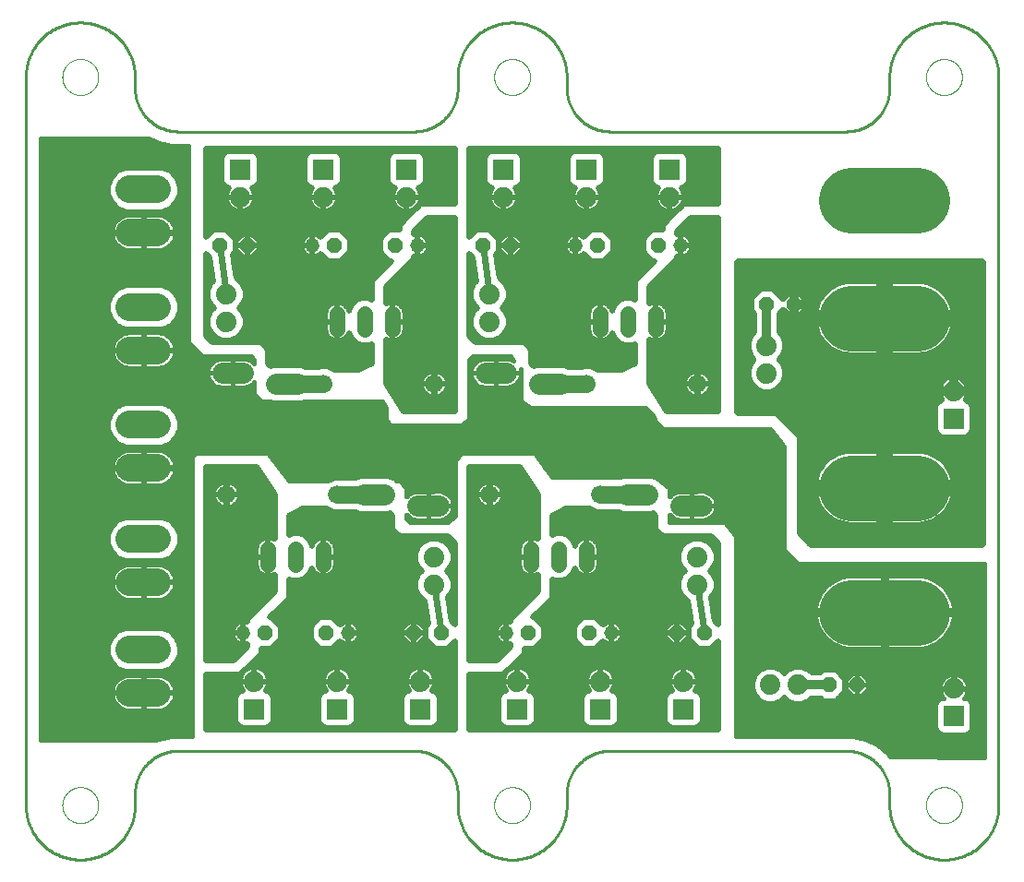
<source format=gtl>
G75*
%MOIN*%
%OFA0B0*%
%FSLAX25Y25*%
%IPPOS*%
%LPD*%
%AMOC8*
5,1,8,0,0,1.08239X$1,22.5*
%
%ADD10C,0.00000*%
%ADD11C,0.01000*%
%ADD12R,0.07400X0.07400*%
%ADD13C,0.07400*%
%ADD14C,0.05600*%
%ADD15OC8,0.05200*%
%ADD16C,0.05200*%
%ADD17C,0.06600*%
%ADD18C,0.07600*%
%ADD19C,0.23622*%
%ADD20C,0.10000*%
%ADD21C,0.02000*%
%ADD22C,0.02400*%
%ADD23C,0.06400*%
%ADD24C,0.01600*%
%ADD25C,0.03200*%
D10*
X0027057Y0029165D02*
X0027059Y0029326D01*
X0027065Y0029486D01*
X0027075Y0029647D01*
X0027089Y0029807D01*
X0027107Y0029966D01*
X0027128Y0030126D01*
X0027154Y0030284D01*
X0027184Y0030442D01*
X0027217Y0030599D01*
X0027255Y0030756D01*
X0027296Y0030911D01*
X0027341Y0031065D01*
X0027390Y0031218D01*
X0027443Y0031370D01*
X0027499Y0031520D01*
X0027559Y0031669D01*
X0027623Y0031817D01*
X0027690Y0031963D01*
X0027761Y0032107D01*
X0027836Y0032249D01*
X0027914Y0032390D01*
X0027995Y0032528D01*
X0028080Y0032665D01*
X0028169Y0032799D01*
X0028260Y0032931D01*
X0028355Y0033061D01*
X0028453Y0033188D01*
X0028554Y0033313D01*
X0028658Y0033436D01*
X0028765Y0033555D01*
X0028875Y0033672D01*
X0028988Y0033787D01*
X0029104Y0033898D01*
X0029222Y0034007D01*
X0029343Y0034112D01*
X0029467Y0034215D01*
X0029593Y0034315D01*
X0029722Y0034411D01*
X0029853Y0034504D01*
X0029986Y0034594D01*
X0030121Y0034681D01*
X0030259Y0034764D01*
X0030398Y0034843D01*
X0030540Y0034920D01*
X0030683Y0034993D01*
X0030828Y0035062D01*
X0030975Y0035127D01*
X0031123Y0035189D01*
X0031273Y0035248D01*
X0031424Y0035302D01*
X0031576Y0035353D01*
X0031730Y0035400D01*
X0031885Y0035443D01*
X0032040Y0035482D01*
X0032197Y0035518D01*
X0032355Y0035550D01*
X0032513Y0035577D01*
X0032672Y0035601D01*
X0032831Y0035621D01*
X0032991Y0035637D01*
X0033152Y0035649D01*
X0033312Y0035657D01*
X0033473Y0035661D01*
X0033633Y0035661D01*
X0033794Y0035657D01*
X0033954Y0035649D01*
X0034115Y0035637D01*
X0034275Y0035621D01*
X0034434Y0035601D01*
X0034593Y0035577D01*
X0034751Y0035550D01*
X0034909Y0035518D01*
X0035066Y0035482D01*
X0035221Y0035443D01*
X0035376Y0035400D01*
X0035530Y0035353D01*
X0035682Y0035302D01*
X0035833Y0035248D01*
X0035983Y0035189D01*
X0036131Y0035127D01*
X0036278Y0035062D01*
X0036423Y0034993D01*
X0036566Y0034920D01*
X0036708Y0034843D01*
X0036847Y0034764D01*
X0036985Y0034681D01*
X0037120Y0034594D01*
X0037253Y0034504D01*
X0037384Y0034411D01*
X0037513Y0034315D01*
X0037639Y0034215D01*
X0037763Y0034112D01*
X0037884Y0034007D01*
X0038002Y0033898D01*
X0038118Y0033787D01*
X0038231Y0033672D01*
X0038341Y0033555D01*
X0038448Y0033436D01*
X0038552Y0033313D01*
X0038653Y0033188D01*
X0038751Y0033061D01*
X0038846Y0032931D01*
X0038937Y0032799D01*
X0039026Y0032665D01*
X0039111Y0032528D01*
X0039192Y0032390D01*
X0039270Y0032249D01*
X0039345Y0032107D01*
X0039416Y0031963D01*
X0039483Y0031817D01*
X0039547Y0031669D01*
X0039607Y0031520D01*
X0039663Y0031370D01*
X0039716Y0031218D01*
X0039765Y0031065D01*
X0039810Y0030911D01*
X0039851Y0030756D01*
X0039889Y0030599D01*
X0039922Y0030442D01*
X0039952Y0030284D01*
X0039978Y0030126D01*
X0039999Y0029966D01*
X0040017Y0029807D01*
X0040031Y0029647D01*
X0040041Y0029486D01*
X0040047Y0029326D01*
X0040049Y0029165D01*
X0040047Y0029004D01*
X0040041Y0028844D01*
X0040031Y0028683D01*
X0040017Y0028523D01*
X0039999Y0028364D01*
X0039978Y0028204D01*
X0039952Y0028046D01*
X0039922Y0027888D01*
X0039889Y0027731D01*
X0039851Y0027574D01*
X0039810Y0027419D01*
X0039765Y0027265D01*
X0039716Y0027112D01*
X0039663Y0026960D01*
X0039607Y0026810D01*
X0039547Y0026661D01*
X0039483Y0026513D01*
X0039416Y0026367D01*
X0039345Y0026223D01*
X0039270Y0026081D01*
X0039192Y0025940D01*
X0039111Y0025802D01*
X0039026Y0025665D01*
X0038937Y0025531D01*
X0038846Y0025399D01*
X0038751Y0025269D01*
X0038653Y0025142D01*
X0038552Y0025017D01*
X0038448Y0024894D01*
X0038341Y0024775D01*
X0038231Y0024658D01*
X0038118Y0024543D01*
X0038002Y0024432D01*
X0037884Y0024323D01*
X0037763Y0024218D01*
X0037639Y0024115D01*
X0037513Y0024015D01*
X0037384Y0023919D01*
X0037253Y0023826D01*
X0037120Y0023736D01*
X0036985Y0023649D01*
X0036847Y0023566D01*
X0036708Y0023487D01*
X0036566Y0023410D01*
X0036423Y0023337D01*
X0036278Y0023268D01*
X0036131Y0023203D01*
X0035983Y0023141D01*
X0035833Y0023082D01*
X0035682Y0023028D01*
X0035530Y0022977D01*
X0035376Y0022930D01*
X0035221Y0022887D01*
X0035066Y0022848D01*
X0034909Y0022812D01*
X0034751Y0022780D01*
X0034593Y0022753D01*
X0034434Y0022729D01*
X0034275Y0022709D01*
X0034115Y0022693D01*
X0033954Y0022681D01*
X0033794Y0022673D01*
X0033633Y0022669D01*
X0033473Y0022669D01*
X0033312Y0022673D01*
X0033152Y0022681D01*
X0032991Y0022693D01*
X0032831Y0022709D01*
X0032672Y0022729D01*
X0032513Y0022753D01*
X0032355Y0022780D01*
X0032197Y0022812D01*
X0032040Y0022848D01*
X0031885Y0022887D01*
X0031730Y0022930D01*
X0031576Y0022977D01*
X0031424Y0023028D01*
X0031273Y0023082D01*
X0031123Y0023141D01*
X0030975Y0023203D01*
X0030828Y0023268D01*
X0030683Y0023337D01*
X0030540Y0023410D01*
X0030398Y0023487D01*
X0030259Y0023566D01*
X0030121Y0023649D01*
X0029986Y0023736D01*
X0029853Y0023826D01*
X0029722Y0023919D01*
X0029593Y0024015D01*
X0029467Y0024115D01*
X0029343Y0024218D01*
X0029222Y0024323D01*
X0029104Y0024432D01*
X0028988Y0024543D01*
X0028875Y0024658D01*
X0028765Y0024775D01*
X0028658Y0024894D01*
X0028554Y0025017D01*
X0028453Y0025142D01*
X0028355Y0025269D01*
X0028260Y0025399D01*
X0028169Y0025531D01*
X0028080Y0025665D01*
X0027995Y0025802D01*
X0027914Y0025940D01*
X0027836Y0026081D01*
X0027761Y0026223D01*
X0027690Y0026367D01*
X0027623Y0026513D01*
X0027559Y0026661D01*
X0027499Y0026810D01*
X0027443Y0026960D01*
X0027390Y0027112D01*
X0027341Y0027265D01*
X0027296Y0027419D01*
X0027255Y0027574D01*
X0027217Y0027731D01*
X0027184Y0027888D01*
X0027154Y0028046D01*
X0027128Y0028204D01*
X0027107Y0028364D01*
X0027089Y0028523D01*
X0027075Y0028683D01*
X0027065Y0028844D01*
X0027059Y0029004D01*
X0027057Y0029165D01*
X0182959Y0029165D02*
X0182961Y0029326D01*
X0182967Y0029486D01*
X0182977Y0029647D01*
X0182991Y0029807D01*
X0183009Y0029966D01*
X0183030Y0030126D01*
X0183056Y0030284D01*
X0183086Y0030442D01*
X0183119Y0030599D01*
X0183157Y0030756D01*
X0183198Y0030911D01*
X0183243Y0031065D01*
X0183292Y0031218D01*
X0183345Y0031370D01*
X0183401Y0031520D01*
X0183461Y0031669D01*
X0183525Y0031817D01*
X0183592Y0031963D01*
X0183663Y0032107D01*
X0183738Y0032249D01*
X0183816Y0032390D01*
X0183897Y0032528D01*
X0183982Y0032665D01*
X0184071Y0032799D01*
X0184162Y0032931D01*
X0184257Y0033061D01*
X0184355Y0033188D01*
X0184456Y0033313D01*
X0184560Y0033436D01*
X0184667Y0033555D01*
X0184777Y0033672D01*
X0184890Y0033787D01*
X0185006Y0033898D01*
X0185124Y0034007D01*
X0185245Y0034112D01*
X0185369Y0034215D01*
X0185495Y0034315D01*
X0185624Y0034411D01*
X0185755Y0034504D01*
X0185888Y0034594D01*
X0186023Y0034681D01*
X0186161Y0034764D01*
X0186300Y0034843D01*
X0186442Y0034920D01*
X0186585Y0034993D01*
X0186730Y0035062D01*
X0186877Y0035127D01*
X0187025Y0035189D01*
X0187175Y0035248D01*
X0187326Y0035302D01*
X0187478Y0035353D01*
X0187632Y0035400D01*
X0187787Y0035443D01*
X0187942Y0035482D01*
X0188099Y0035518D01*
X0188257Y0035550D01*
X0188415Y0035577D01*
X0188574Y0035601D01*
X0188733Y0035621D01*
X0188893Y0035637D01*
X0189054Y0035649D01*
X0189214Y0035657D01*
X0189375Y0035661D01*
X0189535Y0035661D01*
X0189696Y0035657D01*
X0189856Y0035649D01*
X0190017Y0035637D01*
X0190177Y0035621D01*
X0190336Y0035601D01*
X0190495Y0035577D01*
X0190653Y0035550D01*
X0190811Y0035518D01*
X0190968Y0035482D01*
X0191123Y0035443D01*
X0191278Y0035400D01*
X0191432Y0035353D01*
X0191584Y0035302D01*
X0191735Y0035248D01*
X0191885Y0035189D01*
X0192033Y0035127D01*
X0192180Y0035062D01*
X0192325Y0034993D01*
X0192468Y0034920D01*
X0192610Y0034843D01*
X0192749Y0034764D01*
X0192887Y0034681D01*
X0193022Y0034594D01*
X0193155Y0034504D01*
X0193286Y0034411D01*
X0193415Y0034315D01*
X0193541Y0034215D01*
X0193665Y0034112D01*
X0193786Y0034007D01*
X0193904Y0033898D01*
X0194020Y0033787D01*
X0194133Y0033672D01*
X0194243Y0033555D01*
X0194350Y0033436D01*
X0194454Y0033313D01*
X0194555Y0033188D01*
X0194653Y0033061D01*
X0194748Y0032931D01*
X0194839Y0032799D01*
X0194928Y0032665D01*
X0195013Y0032528D01*
X0195094Y0032390D01*
X0195172Y0032249D01*
X0195247Y0032107D01*
X0195318Y0031963D01*
X0195385Y0031817D01*
X0195449Y0031669D01*
X0195509Y0031520D01*
X0195565Y0031370D01*
X0195618Y0031218D01*
X0195667Y0031065D01*
X0195712Y0030911D01*
X0195753Y0030756D01*
X0195791Y0030599D01*
X0195824Y0030442D01*
X0195854Y0030284D01*
X0195880Y0030126D01*
X0195901Y0029966D01*
X0195919Y0029807D01*
X0195933Y0029647D01*
X0195943Y0029486D01*
X0195949Y0029326D01*
X0195951Y0029165D01*
X0195949Y0029004D01*
X0195943Y0028844D01*
X0195933Y0028683D01*
X0195919Y0028523D01*
X0195901Y0028364D01*
X0195880Y0028204D01*
X0195854Y0028046D01*
X0195824Y0027888D01*
X0195791Y0027731D01*
X0195753Y0027574D01*
X0195712Y0027419D01*
X0195667Y0027265D01*
X0195618Y0027112D01*
X0195565Y0026960D01*
X0195509Y0026810D01*
X0195449Y0026661D01*
X0195385Y0026513D01*
X0195318Y0026367D01*
X0195247Y0026223D01*
X0195172Y0026081D01*
X0195094Y0025940D01*
X0195013Y0025802D01*
X0194928Y0025665D01*
X0194839Y0025531D01*
X0194748Y0025399D01*
X0194653Y0025269D01*
X0194555Y0025142D01*
X0194454Y0025017D01*
X0194350Y0024894D01*
X0194243Y0024775D01*
X0194133Y0024658D01*
X0194020Y0024543D01*
X0193904Y0024432D01*
X0193786Y0024323D01*
X0193665Y0024218D01*
X0193541Y0024115D01*
X0193415Y0024015D01*
X0193286Y0023919D01*
X0193155Y0023826D01*
X0193022Y0023736D01*
X0192887Y0023649D01*
X0192749Y0023566D01*
X0192610Y0023487D01*
X0192468Y0023410D01*
X0192325Y0023337D01*
X0192180Y0023268D01*
X0192033Y0023203D01*
X0191885Y0023141D01*
X0191735Y0023082D01*
X0191584Y0023028D01*
X0191432Y0022977D01*
X0191278Y0022930D01*
X0191123Y0022887D01*
X0190968Y0022848D01*
X0190811Y0022812D01*
X0190653Y0022780D01*
X0190495Y0022753D01*
X0190336Y0022729D01*
X0190177Y0022709D01*
X0190017Y0022693D01*
X0189856Y0022681D01*
X0189696Y0022673D01*
X0189535Y0022669D01*
X0189375Y0022669D01*
X0189214Y0022673D01*
X0189054Y0022681D01*
X0188893Y0022693D01*
X0188733Y0022709D01*
X0188574Y0022729D01*
X0188415Y0022753D01*
X0188257Y0022780D01*
X0188099Y0022812D01*
X0187942Y0022848D01*
X0187787Y0022887D01*
X0187632Y0022930D01*
X0187478Y0022977D01*
X0187326Y0023028D01*
X0187175Y0023082D01*
X0187025Y0023141D01*
X0186877Y0023203D01*
X0186730Y0023268D01*
X0186585Y0023337D01*
X0186442Y0023410D01*
X0186300Y0023487D01*
X0186161Y0023566D01*
X0186023Y0023649D01*
X0185888Y0023736D01*
X0185755Y0023826D01*
X0185624Y0023919D01*
X0185495Y0024015D01*
X0185369Y0024115D01*
X0185245Y0024218D01*
X0185124Y0024323D01*
X0185006Y0024432D01*
X0184890Y0024543D01*
X0184777Y0024658D01*
X0184667Y0024775D01*
X0184560Y0024894D01*
X0184456Y0025017D01*
X0184355Y0025142D01*
X0184257Y0025269D01*
X0184162Y0025399D01*
X0184071Y0025531D01*
X0183982Y0025665D01*
X0183897Y0025802D01*
X0183816Y0025940D01*
X0183738Y0026081D01*
X0183663Y0026223D01*
X0183592Y0026367D01*
X0183525Y0026513D01*
X0183461Y0026661D01*
X0183401Y0026810D01*
X0183345Y0026960D01*
X0183292Y0027112D01*
X0183243Y0027265D01*
X0183198Y0027419D01*
X0183157Y0027574D01*
X0183119Y0027731D01*
X0183086Y0027888D01*
X0183056Y0028046D01*
X0183030Y0028204D01*
X0183009Y0028364D01*
X0182991Y0028523D01*
X0182977Y0028683D01*
X0182967Y0028844D01*
X0182961Y0029004D01*
X0182959Y0029165D01*
X0338860Y0029165D02*
X0338862Y0029326D01*
X0338868Y0029486D01*
X0338878Y0029647D01*
X0338892Y0029807D01*
X0338910Y0029966D01*
X0338931Y0030126D01*
X0338957Y0030284D01*
X0338987Y0030442D01*
X0339020Y0030599D01*
X0339058Y0030756D01*
X0339099Y0030911D01*
X0339144Y0031065D01*
X0339193Y0031218D01*
X0339246Y0031370D01*
X0339302Y0031520D01*
X0339362Y0031669D01*
X0339426Y0031817D01*
X0339493Y0031963D01*
X0339564Y0032107D01*
X0339639Y0032249D01*
X0339717Y0032390D01*
X0339798Y0032528D01*
X0339883Y0032665D01*
X0339972Y0032799D01*
X0340063Y0032931D01*
X0340158Y0033061D01*
X0340256Y0033188D01*
X0340357Y0033313D01*
X0340461Y0033436D01*
X0340568Y0033555D01*
X0340678Y0033672D01*
X0340791Y0033787D01*
X0340907Y0033898D01*
X0341025Y0034007D01*
X0341146Y0034112D01*
X0341270Y0034215D01*
X0341396Y0034315D01*
X0341525Y0034411D01*
X0341656Y0034504D01*
X0341789Y0034594D01*
X0341924Y0034681D01*
X0342062Y0034764D01*
X0342201Y0034843D01*
X0342343Y0034920D01*
X0342486Y0034993D01*
X0342631Y0035062D01*
X0342778Y0035127D01*
X0342926Y0035189D01*
X0343076Y0035248D01*
X0343227Y0035302D01*
X0343379Y0035353D01*
X0343533Y0035400D01*
X0343688Y0035443D01*
X0343843Y0035482D01*
X0344000Y0035518D01*
X0344158Y0035550D01*
X0344316Y0035577D01*
X0344475Y0035601D01*
X0344634Y0035621D01*
X0344794Y0035637D01*
X0344955Y0035649D01*
X0345115Y0035657D01*
X0345276Y0035661D01*
X0345436Y0035661D01*
X0345597Y0035657D01*
X0345757Y0035649D01*
X0345918Y0035637D01*
X0346078Y0035621D01*
X0346237Y0035601D01*
X0346396Y0035577D01*
X0346554Y0035550D01*
X0346712Y0035518D01*
X0346869Y0035482D01*
X0347024Y0035443D01*
X0347179Y0035400D01*
X0347333Y0035353D01*
X0347485Y0035302D01*
X0347636Y0035248D01*
X0347786Y0035189D01*
X0347934Y0035127D01*
X0348081Y0035062D01*
X0348226Y0034993D01*
X0348369Y0034920D01*
X0348511Y0034843D01*
X0348650Y0034764D01*
X0348788Y0034681D01*
X0348923Y0034594D01*
X0349056Y0034504D01*
X0349187Y0034411D01*
X0349316Y0034315D01*
X0349442Y0034215D01*
X0349566Y0034112D01*
X0349687Y0034007D01*
X0349805Y0033898D01*
X0349921Y0033787D01*
X0350034Y0033672D01*
X0350144Y0033555D01*
X0350251Y0033436D01*
X0350355Y0033313D01*
X0350456Y0033188D01*
X0350554Y0033061D01*
X0350649Y0032931D01*
X0350740Y0032799D01*
X0350829Y0032665D01*
X0350914Y0032528D01*
X0350995Y0032390D01*
X0351073Y0032249D01*
X0351148Y0032107D01*
X0351219Y0031963D01*
X0351286Y0031817D01*
X0351350Y0031669D01*
X0351410Y0031520D01*
X0351466Y0031370D01*
X0351519Y0031218D01*
X0351568Y0031065D01*
X0351613Y0030911D01*
X0351654Y0030756D01*
X0351692Y0030599D01*
X0351725Y0030442D01*
X0351755Y0030284D01*
X0351781Y0030126D01*
X0351802Y0029966D01*
X0351820Y0029807D01*
X0351834Y0029647D01*
X0351844Y0029486D01*
X0351850Y0029326D01*
X0351852Y0029165D01*
X0351850Y0029004D01*
X0351844Y0028844D01*
X0351834Y0028683D01*
X0351820Y0028523D01*
X0351802Y0028364D01*
X0351781Y0028204D01*
X0351755Y0028046D01*
X0351725Y0027888D01*
X0351692Y0027731D01*
X0351654Y0027574D01*
X0351613Y0027419D01*
X0351568Y0027265D01*
X0351519Y0027112D01*
X0351466Y0026960D01*
X0351410Y0026810D01*
X0351350Y0026661D01*
X0351286Y0026513D01*
X0351219Y0026367D01*
X0351148Y0026223D01*
X0351073Y0026081D01*
X0350995Y0025940D01*
X0350914Y0025802D01*
X0350829Y0025665D01*
X0350740Y0025531D01*
X0350649Y0025399D01*
X0350554Y0025269D01*
X0350456Y0025142D01*
X0350355Y0025017D01*
X0350251Y0024894D01*
X0350144Y0024775D01*
X0350034Y0024658D01*
X0349921Y0024543D01*
X0349805Y0024432D01*
X0349687Y0024323D01*
X0349566Y0024218D01*
X0349442Y0024115D01*
X0349316Y0024015D01*
X0349187Y0023919D01*
X0349056Y0023826D01*
X0348923Y0023736D01*
X0348788Y0023649D01*
X0348650Y0023566D01*
X0348511Y0023487D01*
X0348369Y0023410D01*
X0348226Y0023337D01*
X0348081Y0023268D01*
X0347934Y0023203D01*
X0347786Y0023141D01*
X0347636Y0023082D01*
X0347485Y0023028D01*
X0347333Y0022977D01*
X0347179Y0022930D01*
X0347024Y0022887D01*
X0346869Y0022848D01*
X0346712Y0022812D01*
X0346554Y0022780D01*
X0346396Y0022753D01*
X0346237Y0022729D01*
X0346078Y0022709D01*
X0345918Y0022693D01*
X0345757Y0022681D01*
X0345597Y0022673D01*
X0345436Y0022669D01*
X0345276Y0022669D01*
X0345115Y0022673D01*
X0344955Y0022681D01*
X0344794Y0022693D01*
X0344634Y0022709D01*
X0344475Y0022729D01*
X0344316Y0022753D01*
X0344158Y0022780D01*
X0344000Y0022812D01*
X0343843Y0022848D01*
X0343688Y0022887D01*
X0343533Y0022930D01*
X0343379Y0022977D01*
X0343227Y0023028D01*
X0343076Y0023082D01*
X0342926Y0023141D01*
X0342778Y0023203D01*
X0342631Y0023268D01*
X0342486Y0023337D01*
X0342343Y0023410D01*
X0342201Y0023487D01*
X0342062Y0023566D01*
X0341924Y0023649D01*
X0341789Y0023736D01*
X0341656Y0023826D01*
X0341525Y0023919D01*
X0341396Y0024015D01*
X0341270Y0024115D01*
X0341146Y0024218D01*
X0341025Y0024323D01*
X0340907Y0024432D01*
X0340791Y0024543D01*
X0340678Y0024658D01*
X0340568Y0024775D01*
X0340461Y0024894D01*
X0340357Y0025017D01*
X0340256Y0025142D01*
X0340158Y0025269D01*
X0340063Y0025399D01*
X0339972Y0025531D01*
X0339883Y0025665D01*
X0339798Y0025802D01*
X0339717Y0025940D01*
X0339639Y0026081D01*
X0339564Y0026223D01*
X0339493Y0026367D01*
X0339426Y0026513D01*
X0339362Y0026661D01*
X0339302Y0026810D01*
X0339246Y0026960D01*
X0339193Y0027112D01*
X0339144Y0027265D01*
X0339099Y0027419D01*
X0339058Y0027574D01*
X0339020Y0027731D01*
X0338987Y0027888D01*
X0338957Y0028046D01*
X0338931Y0028204D01*
X0338910Y0028364D01*
X0338892Y0028523D01*
X0338878Y0028683D01*
X0338868Y0028844D01*
X0338862Y0029004D01*
X0338860Y0029165D01*
X0338860Y0292236D02*
X0338862Y0292397D01*
X0338868Y0292557D01*
X0338878Y0292718D01*
X0338892Y0292878D01*
X0338910Y0293037D01*
X0338931Y0293197D01*
X0338957Y0293355D01*
X0338987Y0293513D01*
X0339020Y0293670D01*
X0339058Y0293827D01*
X0339099Y0293982D01*
X0339144Y0294136D01*
X0339193Y0294289D01*
X0339246Y0294441D01*
X0339302Y0294591D01*
X0339362Y0294740D01*
X0339426Y0294888D01*
X0339493Y0295034D01*
X0339564Y0295178D01*
X0339639Y0295320D01*
X0339717Y0295461D01*
X0339798Y0295599D01*
X0339883Y0295736D01*
X0339972Y0295870D01*
X0340063Y0296002D01*
X0340158Y0296132D01*
X0340256Y0296259D01*
X0340357Y0296384D01*
X0340461Y0296507D01*
X0340568Y0296626D01*
X0340678Y0296743D01*
X0340791Y0296858D01*
X0340907Y0296969D01*
X0341025Y0297078D01*
X0341146Y0297183D01*
X0341270Y0297286D01*
X0341396Y0297386D01*
X0341525Y0297482D01*
X0341656Y0297575D01*
X0341789Y0297665D01*
X0341924Y0297752D01*
X0342062Y0297835D01*
X0342201Y0297914D01*
X0342343Y0297991D01*
X0342486Y0298064D01*
X0342631Y0298133D01*
X0342778Y0298198D01*
X0342926Y0298260D01*
X0343076Y0298319D01*
X0343227Y0298373D01*
X0343379Y0298424D01*
X0343533Y0298471D01*
X0343688Y0298514D01*
X0343843Y0298553D01*
X0344000Y0298589D01*
X0344158Y0298621D01*
X0344316Y0298648D01*
X0344475Y0298672D01*
X0344634Y0298692D01*
X0344794Y0298708D01*
X0344955Y0298720D01*
X0345115Y0298728D01*
X0345276Y0298732D01*
X0345436Y0298732D01*
X0345597Y0298728D01*
X0345757Y0298720D01*
X0345918Y0298708D01*
X0346078Y0298692D01*
X0346237Y0298672D01*
X0346396Y0298648D01*
X0346554Y0298621D01*
X0346712Y0298589D01*
X0346869Y0298553D01*
X0347024Y0298514D01*
X0347179Y0298471D01*
X0347333Y0298424D01*
X0347485Y0298373D01*
X0347636Y0298319D01*
X0347786Y0298260D01*
X0347934Y0298198D01*
X0348081Y0298133D01*
X0348226Y0298064D01*
X0348369Y0297991D01*
X0348511Y0297914D01*
X0348650Y0297835D01*
X0348788Y0297752D01*
X0348923Y0297665D01*
X0349056Y0297575D01*
X0349187Y0297482D01*
X0349316Y0297386D01*
X0349442Y0297286D01*
X0349566Y0297183D01*
X0349687Y0297078D01*
X0349805Y0296969D01*
X0349921Y0296858D01*
X0350034Y0296743D01*
X0350144Y0296626D01*
X0350251Y0296507D01*
X0350355Y0296384D01*
X0350456Y0296259D01*
X0350554Y0296132D01*
X0350649Y0296002D01*
X0350740Y0295870D01*
X0350829Y0295736D01*
X0350914Y0295599D01*
X0350995Y0295461D01*
X0351073Y0295320D01*
X0351148Y0295178D01*
X0351219Y0295034D01*
X0351286Y0294888D01*
X0351350Y0294740D01*
X0351410Y0294591D01*
X0351466Y0294441D01*
X0351519Y0294289D01*
X0351568Y0294136D01*
X0351613Y0293982D01*
X0351654Y0293827D01*
X0351692Y0293670D01*
X0351725Y0293513D01*
X0351755Y0293355D01*
X0351781Y0293197D01*
X0351802Y0293037D01*
X0351820Y0292878D01*
X0351834Y0292718D01*
X0351844Y0292557D01*
X0351850Y0292397D01*
X0351852Y0292236D01*
X0351850Y0292075D01*
X0351844Y0291915D01*
X0351834Y0291754D01*
X0351820Y0291594D01*
X0351802Y0291435D01*
X0351781Y0291275D01*
X0351755Y0291117D01*
X0351725Y0290959D01*
X0351692Y0290802D01*
X0351654Y0290645D01*
X0351613Y0290490D01*
X0351568Y0290336D01*
X0351519Y0290183D01*
X0351466Y0290031D01*
X0351410Y0289881D01*
X0351350Y0289732D01*
X0351286Y0289584D01*
X0351219Y0289438D01*
X0351148Y0289294D01*
X0351073Y0289152D01*
X0350995Y0289011D01*
X0350914Y0288873D01*
X0350829Y0288736D01*
X0350740Y0288602D01*
X0350649Y0288470D01*
X0350554Y0288340D01*
X0350456Y0288213D01*
X0350355Y0288088D01*
X0350251Y0287965D01*
X0350144Y0287846D01*
X0350034Y0287729D01*
X0349921Y0287614D01*
X0349805Y0287503D01*
X0349687Y0287394D01*
X0349566Y0287289D01*
X0349442Y0287186D01*
X0349316Y0287086D01*
X0349187Y0286990D01*
X0349056Y0286897D01*
X0348923Y0286807D01*
X0348788Y0286720D01*
X0348650Y0286637D01*
X0348511Y0286558D01*
X0348369Y0286481D01*
X0348226Y0286408D01*
X0348081Y0286339D01*
X0347934Y0286274D01*
X0347786Y0286212D01*
X0347636Y0286153D01*
X0347485Y0286099D01*
X0347333Y0286048D01*
X0347179Y0286001D01*
X0347024Y0285958D01*
X0346869Y0285919D01*
X0346712Y0285883D01*
X0346554Y0285851D01*
X0346396Y0285824D01*
X0346237Y0285800D01*
X0346078Y0285780D01*
X0345918Y0285764D01*
X0345757Y0285752D01*
X0345597Y0285744D01*
X0345436Y0285740D01*
X0345276Y0285740D01*
X0345115Y0285744D01*
X0344955Y0285752D01*
X0344794Y0285764D01*
X0344634Y0285780D01*
X0344475Y0285800D01*
X0344316Y0285824D01*
X0344158Y0285851D01*
X0344000Y0285883D01*
X0343843Y0285919D01*
X0343688Y0285958D01*
X0343533Y0286001D01*
X0343379Y0286048D01*
X0343227Y0286099D01*
X0343076Y0286153D01*
X0342926Y0286212D01*
X0342778Y0286274D01*
X0342631Y0286339D01*
X0342486Y0286408D01*
X0342343Y0286481D01*
X0342201Y0286558D01*
X0342062Y0286637D01*
X0341924Y0286720D01*
X0341789Y0286807D01*
X0341656Y0286897D01*
X0341525Y0286990D01*
X0341396Y0287086D01*
X0341270Y0287186D01*
X0341146Y0287289D01*
X0341025Y0287394D01*
X0340907Y0287503D01*
X0340791Y0287614D01*
X0340678Y0287729D01*
X0340568Y0287846D01*
X0340461Y0287965D01*
X0340357Y0288088D01*
X0340256Y0288213D01*
X0340158Y0288340D01*
X0340063Y0288470D01*
X0339972Y0288602D01*
X0339883Y0288736D01*
X0339798Y0288873D01*
X0339717Y0289011D01*
X0339639Y0289152D01*
X0339564Y0289294D01*
X0339493Y0289438D01*
X0339426Y0289584D01*
X0339362Y0289732D01*
X0339302Y0289881D01*
X0339246Y0290031D01*
X0339193Y0290183D01*
X0339144Y0290336D01*
X0339099Y0290490D01*
X0339058Y0290645D01*
X0339020Y0290802D01*
X0338987Y0290959D01*
X0338957Y0291117D01*
X0338931Y0291275D01*
X0338910Y0291435D01*
X0338892Y0291594D01*
X0338878Y0291754D01*
X0338868Y0291915D01*
X0338862Y0292075D01*
X0338860Y0292236D01*
X0182959Y0292236D02*
X0182961Y0292397D01*
X0182967Y0292557D01*
X0182977Y0292718D01*
X0182991Y0292878D01*
X0183009Y0293037D01*
X0183030Y0293197D01*
X0183056Y0293355D01*
X0183086Y0293513D01*
X0183119Y0293670D01*
X0183157Y0293827D01*
X0183198Y0293982D01*
X0183243Y0294136D01*
X0183292Y0294289D01*
X0183345Y0294441D01*
X0183401Y0294591D01*
X0183461Y0294740D01*
X0183525Y0294888D01*
X0183592Y0295034D01*
X0183663Y0295178D01*
X0183738Y0295320D01*
X0183816Y0295461D01*
X0183897Y0295599D01*
X0183982Y0295736D01*
X0184071Y0295870D01*
X0184162Y0296002D01*
X0184257Y0296132D01*
X0184355Y0296259D01*
X0184456Y0296384D01*
X0184560Y0296507D01*
X0184667Y0296626D01*
X0184777Y0296743D01*
X0184890Y0296858D01*
X0185006Y0296969D01*
X0185124Y0297078D01*
X0185245Y0297183D01*
X0185369Y0297286D01*
X0185495Y0297386D01*
X0185624Y0297482D01*
X0185755Y0297575D01*
X0185888Y0297665D01*
X0186023Y0297752D01*
X0186161Y0297835D01*
X0186300Y0297914D01*
X0186442Y0297991D01*
X0186585Y0298064D01*
X0186730Y0298133D01*
X0186877Y0298198D01*
X0187025Y0298260D01*
X0187175Y0298319D01*
X0187326Y0298373D01*
X0187478Y0298424D01*
X0187632Y0298471D01*
X0187787Y0298514D01*
X0187942Y0298553D01*
X0188099Y0298589D01*
X0188257Y0298621D01*
X0188415Y0298648D01*
X0188574Y0298672D01*
X0188733Y0298692D01*
X0188893Y0298708D01*
X0189054Y0298720D01*
X0189214Y0298728D01*
X0189375Y0298732D01*
X0189535Y0298732D01*
X0189696Y0298728D01*
X0189856Y0298720D01*
X0190017Y0298708D01*
X0190177Y0298692D01*
X0190336Y0298672D01*
X0190495Y0298648D01*
X0190653Y0298621D01*
X0190811Y0298589D01*
X0190968Y0298553D01*
X0191123Y0298514D01*
X0191278Y0298471D01*
X0191432Y0298424D01*
X0191584Y0298373D01*
X0191735Y0298319D01*
X0191885Y0298260D01*
X0192033Y0298198D01*
X0192180Y0298133D01*
X0192325Y0298064D01*
X0192468Y0297991D01*
X0192610Y0297914D01*
X0192749Y0297835D01*
X0192887Y0297752D01*
X0193022Y0297665D01*
X0193155Y0297575D01*
X0193286Y0297482D01*
X0193415Y0297386D01*
X0193541Y0297286D01*
X0193665Y0297183D01*
X0193786Y0297078D01*
X0193904Y0296969D01*
X0194020Y0296858D01*
X0194133Y0296743D01*
X0194243Y0296626D01*
X0194350Y0296507D01*
X0194454Y0296384D01*
X0194555Y0296259D01*
X0194653Y0296132D01*
X0194748Y0296002D01*
X0194839Y0295870D01*
X0194928Y0295736D01*
X0195013Y0295599D01*
X0195094Y0295461D01*
X0195172Y0295320D01*
X0195247Y0295178D01*
X0195318Y0295034D01*
X0195385Y0294888D01*
X0195449Y0294740D01*
X0195509Y0294591D01*
X0195565Y0294441D01*
X0195618Y0294289D01*
X0195667Y0294136D01*
X0195712Y0293982D01*
X0195753Y0293827D01*
X0195791Y0293670D01*
X0195824Y0293513D01*
X0195854Y0293355D01*
X0195880Y0293197D01*
X0195901Y0293037D01*
X0195919Y0292878D01*
X0195933Y0292718D01*
X0195943Y0292557D01*
X0195949Y0292397D01*
X0195951Y0292236D01*
X0195949Y0292075D01*
X0195943Y0291915D01*
X0195933Y0291754D01*
X0195919Y0291594D01*
X0195901Y0291435D01*
X0195880Y0291275D01*
X0195854Y0291117D01*
X0195824Y0290959D01*
X0195791Y0290802D01*
X0195753Y0290645D01*
X0195712Y0290490D01*
X0195667Y0290336D01*
X0195618Y0290183D01*
X0195565Y0290031D01*
X0195509Y0289881D01*
X0195449Y0289732D01*
X0195385Y0289584D01*
X0195318Y0289438D01*
X0195247Y0289294D01*
X0195172Y0289152D01*
X0195094Y0289011D01*
X0195013Y0288873D01*
X0194928Y0288736D01*
X0194839Y0288602D01*
X0194748Y0288470D01*
X0194653Y0288340D01*
X0194555Y0288213D01*
X0194454Y0288088D01*
X0194350Y0287965D01*
X0194243Y0287846D01*
X0194133Y0287729D01*
X0194020Y0287614D01*
X0193904Y0287503D01*
X0193786Y0287394D01*
X0193665Y0287289D01*
X0193541Y0287186D01*
X0193415Y0287086D01*
X0193286Y0286990D01*
X0193155Y0286897D01*
X0193022Y0286807D01*
X0192887Y0286720D01*
X0192749Y0286637D01*
X0192610Y0286558D01*
X0192468Y0286481D01*
X0192325Y0286408D01*
X0192180Y0286339D01*
X0192033Y0286274D01*
X0191885Y0286212D01*
X0191735Y0286153D01*
X0191584Y0286099D01*
X0191432Y0286048D01*
X0191278Y0286001D01*
X0191123Y0285958D01*
X0190968Y0285919D01*
X0190811Y0285883D01*
X0190653Y0285851D01*
X0190495Y0285824D01*
X0190336Y0285800D01*
X0190177Y0285780D01*
X0190017Y0285764D01*
X0189856Y0285752D01*
X0189696Y0285744D01*
X0189535Y0285740D01*
X0189375Y0285740D01*
X0189214Y0285744D01*
X0189054Y0285752D01*
X0188893Y0285764D01*
X0188733Y0285780D01*
X0188574Y0285800D01*
X0188415Y0285824D01*
X0188257Y0285851D01*
X0188099Y0285883D01*
X0187942Y0285919D01*
X0187787Y0285958D01*
X0187632Y0286001D01*
X0187478Y0286048D01*
X0187326Y0286099D01*
X0187175Y0286153D01*
X0187025Y0286212D01*
X0186877Y0286274D01*
X0186730Y0286339D01*
X0186585Y0286408D01*
X0186442Y0286481D01*
X0186300Y0286558D01*
X0186161Y0286637D01*
X0186023Y0286720D01*
X0185888Y0286807D01*
X0185755Y0286897D01*
X0185624Y0286990D01*
X0185495Y0287086D01*
X0185369Y0287186D01*
X0185245Y0287289D01*
X0185124Y0287394D01*
X0185006Y0287503D01*
X0184890Y0287614D01*
X0184777Y0287729D01*
X0184667Y0287846D01*
X0184560Y0287965D01*
X0184456Y0288088D01*
X0184355Y0288213D01*
X0184257Y0288340D01*
X0184162Y0288470D01*
X0184071Y0288602D01*
X0183982Y0288736D01*
X0183897Y0288873D01*
X0183816Y0289011D01*
X0183738Y0289152D01*
X0183663Y0289294D01*
X0183592Y0289438D01*
X0183525Y0289584D01*
X0183461Y0289732D01*
X0183401Y0289881D01*
X0183345Y0290031D01*
X0183292Y0290183D01*
X0183243Y0290336D01*
X0183198Y0290490D01*
X0183157Y0290645D01*
X0183119Y0290802D01*
X0183086Y0290959D01*
X0183056Y0291117D01*
X0183030Y0291275D01*
X0183009Y0291435D01*
X0182991Y0291594D01*
X0182977Y0291754D01*
X0182967Y0291915D01*
X0182961Y0292075D01*
X0182959Y0292236D01*
X0027057Y0292236D02*
X0027059Y0292397D01*
X0027065Y0292557D01*
X0027075Y0292718D01*
X0027089Y0292878D01*
X0027107Y0293037D01*
X0027128Y0293197D01*
X0027154Y0293355D01*
X0027184Y0293513D01*
X0027217Y0293670D01*
X0027255Y0293827D01*
X0027296Y0293982D01*
X0027341Y0294136D01*
X0027390Y0294289D01*
X0027443Y0294441D01*
X0027499Y0294591D01*
X0027559Y0294740D01*
X0027623Y0294888D01*
X0027690Y0295034D01*
X0027761Y0295178D01*
X0027836Y0295320D01*
X0027914Y0295461D01*
X0027995Y0295599D01*
X0028080Y0295736D01*
X0028169Y0295870D01*
X0028260Y0296002D01*
X0028355Y0296132D01*
X0028453Y0296259D01*
X0028554Y0296384D01*
X0028658Y0296507D01*
X0028765Y0296626D01*
X0028875Y0296743D01*
X0028988Y0296858D01*
X0029104Y0296969D01*
X0029222Y0297078D01*
X0029343Y0297183D01*
X0029467Y0297286D01*
X0029593Y0297386D01*
X0029722Y0297482D01*
X0029853Y0297575D01*
X0029986Y0297665D01*
X0030121Y0297752D01*
X0030259Y0297835D01*
X0030398Y0297914D01*
X0030540Y0297991D01*
X0030683Y0298064D01*
X0030828Y0298133D01*
X0030975Y0298198D01*
X0031123Y0298260D01*
X0031273Y0298319D01*
X0031424Y0298373D01*
X0031576Y0298424D01*
X0031730Y0298471D01*
X0031885Y0298514D01*
X0032040Y0298553D01*
X0032197Y0298589D01*
X0032355Y0298621D01*
X0032513Y0298648D01*
X0032672Y0298672D01*
X0032831Y0298692D01*
X0032991Y0298708D01*
X0033152Y0298720D01*
X0033312Y0298728D01*
X0033473Y0298732D01*
X0033633Y0298732D01*
X0033794Y0298728D01*
X0033954Y0298720D01*
X0034115Y0298708D01*
X0034275Y0298692D01*
X0034434Y0298672D01*
X0034593Y0298648D01*
X0034751Y0298621D01*
X0034909Y0298589D01*
X0035066Y0298553D01*
X0035221Y0298514D01*
X0035376Y0298471D01*
X0035530Y0298424D01*
X0035682Y0298373D01*
X0035833Y0298319D01*
X0035983Y0298260D01*
X0036131Y0298198D01*
X0036278Y0298133D01*
X0036423Y0298064D01*
X0036566Y0297991D01*
X0036708Y0297914D01*
X0036847Y0297835D01*
X0036985Y0297752D01*
X0037120Y0297665D01*
X0037253Y0297575D01*
X0037384Y0297482D01*
X0037513Y0297386D01*
X0037639Y0297286D01*
X0037763Y0297183D01*
X0037884Y0297078D01*
X0038002Y0296969D01*
X0038118Y0296858D01*
X0038231Y0296743D01*
X0038341Y0296626D01*
X0038448Y0296507D01*
X0038552Y0296384D01*
X0038653Y0296259D01*
X0038751Y0296132D01*
X0038846Y0296002D01*
X0038937Y0295870D01*
X0039026Y0295736D01*
X0039111Y0295599D01*
X0039192Y0295461D01*
X0039270Y0295320D01*
X0039345Y0295178D01*
X0039416Y0295034D01*
X0039483Y0294888D01*
X0039547Y0294740D01*
X0039607Y0294591D01*
X0039663Y0294441D01*
X0039716Y0294289D01*
X0039765Y0294136D01*
X0039810Y0293982D01*
X0039851Y0293827D01*
X0039889Y0293670D01*
X0039922Y0293513D01*
X0039952Y0293355D01*
X0039978Y0293197D01*
X0039999Y0293037D01*
X0040017Y0292878D01*
X0040031Y0292718D01*
X0040041Y0292557D01*
X0040047Y0292397D01*
X0040049Y0292236D01*
X0040047Y0292075D01*
X0040041Y0291915D01*
X0040031Y0291754D01*
X0040017Y0291594D01*
X0039999Y0291435D01*
X0039978Y0291275D01*
X0039952Y0291117D01*
X0039922Y0290959D01*
X0039889Y0290802D01*
X0039851Y0290645D01*
X0039810Y0290490D01*
X0039765Y0290336D01*
X0039716Y0290183D01*
X0039663Y0290031D01*
X0039607Y0289881D01*
X0039547Y0289732D01*
X0039483Y0289584D01*
X0039416Y0289438D01*
X0039345Y0289294D01*
X0039270Y0289152D01*
X0039192Y0289011D01*
X0039111Y0288873D01*
X0039026Y0288736D01*
X0038937Y0288602D01*
X0038846Y0288470D01*
X0038751Y0288340D01*
X0038653Y0288213D01*
X0038552Y0288088D01*
X0038448Y0287965D01*
X0038341Y0287846D01*
X0038231Y0287729D01*
X0038118Y0287614D01*
X0038002Y0287503D01*
X0037884Y0287394D01*
X0037763Y0287289D01*
X0037639Y0287186D01*
X0037513Y0287086D01*
X0037384Y0286990D01*
X0037253Y0286897D01*
X0037120Y0286807D01*
X0036985Y0286720D01*
X0036847Y0286637D01*
X0036708Y0286558D01*
X0036566Y0286481D01*
X0036423Y0286408D01*
X0036278Y0286339D01*
X0036131Y0286274D01*
X0035983Y0286212D01*
X0035833Y0286153D01*
X0035682Y0286099D01*
X0035530Y0286048D01*
X0035376Y0286001D01*
X0035221Y0285958D01*
X0035066Y0285919D01*
X0034909Y0285883D01*
X0034751Y0285851D01*
X0034593Y0285824D01*
X0034434Y0285800D01*
X0034275Y0285780D01*
X0034115Y0285764D01*
X0033954Y0285752D01*
X0033794Y0285744D01*
X0033633Y0285740D01*
X0033473Y0285740D01*
X0033312Y0285744D01*
X0033152Y0285752D01*
X0032991Y0285764D01*
X0032831Y0285780D01*
X0032672Y0285800D01*
X0032513Y0285824D01*
X0032355Y0285851D01*
X0032197Y0285883D01*
X0032040Y0285919D01*
X0031885Y0285958D01*
X0031730Y0286001D01*
X0031576Y0286048D01*
X0031424Y0286099D01*
X0031273Y0286153D01*
X0031123Y0286212D01*
X0030975Y0286274D01*
X0030828Y0286339D01*
X0030683Y0286408D01*
X0030540Y0286481D01*
X0030398Y0286558D01*
X0030259Y0286637D01*
X0030121Y0286720D01*
X0029986Y0286807D01*
X0029853Y0286897D01*
X0029722Y0286990D01*
X0029593Y0287086D01*
X0029467Y0287186D01*
X0029343Y0287289D01*
X0029222Y0287394D01*
X0029104Y0287503D01*
X0028988Y0287614D01*
X0028875Y0287729D01*
X0028765Y0287846D01*
X0028658Y0287965D01*
X0028554Y0288088D01*
X0028453Y0288213D01*
X0028355Y0288340D01*
X0028260Y0288470D01*
X0028169Y0288602D01*
X0028080Y0288736D01*
X0027995Y0288873D01*
X0027914Y0289011D01*
X0027836Y0289152D01*
X0027761Y0289294D01*
X0027690Y0289438D01*
X0027623Y0289584D01*
X0027559Y0289732D01*
X0027499Y0289881D01*
X0027443Y0290031D01*
X0027390Y0290183D01*
X0027341Y0290336D01*
X0027296Y0290490D01*
X0027255Y0290645D01*
X0027217Y0290802D01*
X0027184Y0290959D01*
X0027154Y0291117D01*
X0027128Y0291275D01*
X0027107Y0291435D01*
X0027089Y0291594D01*
X0027075Y0291754D01*
X0027065Y0291915D01*
X0027059Y0292075D01*
X0027057Y0292236D01*
D11*
X0013868Y0292236D02*
X0013868Y0029165D01*
X0013874Y0028686D01*
X0013891Y0028207D01*
X0013921Y0027728D01*
X0013961Y0027250D01*
X0014014Y0026774D01*
X0014078Y0026299D01*
X0014153Y0025825D01*
X0014240Y0025354D01*
X0014339Y0024885D01*
X0014449Y0024418D01*
X0014570Y0023954D01*
X0014703Y0023494D01*
X0014846Y0023036D01*
X0015001Y0022583D01*
X0015167Y0022133D01*
X0015344Y0021687D01*
X0015531Y0021246D01*
X0015729Y0020810D01*
X0015938Y0020378D01*
X0016157Y0019952D01*
X0016387Y0019531D01*
X0016626Y0019116D01*
X0016876Y0018706D01*
X0017136Y0018303D01*
X0017405Y0017907D01*
X0017684Y0017517D01*
X0017972Y0017134D01*
X0018270Y0016758D01*
X0018577Y0016390D01*
X0018892Y0016029D01*
X0019216Y0015676D01*
X0019549Y0015331D01*
X0019890Y0014994D01*
X0020239Y0014665D01*
X0020596Y0014345D01*
X0020961Y0014034D01*
X0021333Y0013732D01*
X0021713Y0013439D01*
X0022099Y0013155D01*
X0022492Y0012881D01*
X0022892Y0012617D01*
X0023298Y0012362D01*
X0023711Y0012117D01*
X0024129Y0011883D01*
X0024552Y0011658D01*
X0024981Y0011444D01*
X0025415Y0011241D01*
X0025854Y0011048D01*
X0026298Y0010866D01*
X0026745Y0010695D01*
X0027197Y0010534D01*
X0027653Y0010385D01*
X0028112Y0010247D01*
X0028574Y0010120D01*
X0029039Y0010004D01*
X0029507Y0009900D01*
X0029977Y0009807D01*
X0030450Y0009726D01*
X0030924Y0009656D01*
X0031400Y0009598D01*
X0031877Y0009551D01*
X0032355Y0009516D01*
X0032834Y0009493D01*
X0033313Y0009481D01*
X0033793Y0009481D01*
X0034272Y0009493D01*
X0034751Y0009516D01*
X0035229Y0009551D01*
X0035706Y0009598D01*
X0036182Y0009656D01*
X0036656Y0009726D01*
X0037129Y0009807D01*
X0037599Y0009900D01*
X0038067Y0010004D01*
X0038532Y0010120D01*
X0038994Y0010247D01*
X0039453Y0010385D01*
X0039909Y0010534D01*
X0040361Y0010695D01*
X0040808Y0010866D01*
X0041252Y0011048D01*
X0041691Y0011241D01*
X0042125Y0011444D01*
X0042554Y0011658D01*
X0042977Y0011883D01*
X0043396Y0012117D01*
X0043808Y0012362D01*
X0044214Y0012617D01*
X0044614Y0012881D01*
X0045007Y0013155D01*
X0045393Y0013439D01*
X0045773Y0013732D01*
X0046145Y0014034D01*
X0046510Y0014345D01*
X0046867Y0014665D01*
X0047216Y0014994D01*
X0047557Y0015331D01*
X0047890Y0015676D01*
X0048214Y0016029D01*
X0048529Y0016390D01*
X0048836Y0016758D01*
X0049134Y0017134D01*
X0049422Y0017517D01*
X0049701Y0017907D01*
X0049970Y0018303D01*
X0050230Y0018706D01*
X0050480Y0019116D01*
X0050719Y0019531D01*
X0050949Y0019952D01*
X0051168Y0020378D01*
X0051377Y0020810D01*
X0051575Y0021246D01*
X0051762Y0021687D01*
X0051939Y0022133D01*
X0052105Y0022583D01*
X0052260Y0023036D01*
X0052403Y0023494D01*
X0052536Y0023954D01*
X0052657Y0024418D01*
X0052767Y0024885D01*
X0052866Y0025354D01*
X0052953Y0025825D01*
X0053028Y0026299D01*
X0053092Y0026774D01*
X0053145Y0027250D01*
X0053185Y0027728D01*
X0053215Y0028207D01*
X0053232Y0028686D01*
X0053238Y0029165D01*
X0053238Y0033102D01*
X0053243Y0033483D01*
X0053256Y0033863D01*
X0053279Y0034243D01*
X0053312Y0034622D01*
X0053353Y0035000D01*
X0053403Y0035377D01*
X0053463Y0035753D01*
X0053531Y0036128D01*
X0053609Y0036500D01*
X0053696Y0036871D01*
X0053791Y0037239D01*
X0053896Y0037605D01*
X0054009Y0037968D01*
X0054131Y0038329D01*
X0054261Y0038686D01*
X0054401Y0039040D01*
X0054548Y0039391D01*
X0054705Y0039738D01*
X0054869Y0040081D01*
X0055042Y0040420D01*
X0055223Y0040755D01*
X0055412Y0041086D01*
X0055609Y0041411D01*
X0055813Y0041732D01*
X0056026Y0042048D01*
X0056246Y0042358D01*
X0056473Y0042664D01*
X0056708Y0042963D01*
X0056950Y0043257D01*
X0057198Y0043545D01*
X0057454Y0043827D01*
X0057717Y0044102D01*
X0057986Y0044371D01*
X0058261Y0044634D01*
X0058543Y0044890D01*
X0058831Y0045138D01*
X0059125Y0045380D01*
X0059424Y0045615D01*
X0059730Y0045842D01*
X0060040Y0046062D01*
X0060356Y0046275D01*
X0060677Y0046479D01*
X0061002Y0046676D01*
X0061333Y0046865D01*
X0061668Y0047046D01*
X0062007Y0047219D01*
X0062350Y0047383D01*
X0062697Y0047540D01*
X0063048Y0047687D01*
X0063402Y0047827D01*
X0063759Y0047957D01*
X0064120Y0048079D01*
X0064483Y0048192D01*
X0064849Y0048297D01*
X0065217Y0048392D01*
X0065588Y0048479D01*
X0065960Y0048557D01*
X0066335Y0048625D01*
X0066711Y0048685D01*
X0067088Y0048735D01*
X0067466Y0048776D01*
X0067845Y0048809D01*
X0068225Y0048832D01*
X0068605Y0048845D01*
X0068986Y0048850D01*
X0154022Y0048850D01*
X0154403Y0048845D01*
X0154783Y0048832D01*
X0155163Y0048809D01*
X0155542Y0048776D01*
X0155920Y0048735D01*
X0156297Y0048685D01*
X0156673Y0048625D01*
X0157048Y0048557D01*
X0157420Y0048479D01*
X0157791Y0048392D01*
X0158159Y0048297D01*
X0158525Y0048192D01*
X0158888Y0048079D01*
X0159249Y0047957D01*
X0159606Y0047827D01*
X0159960Y0047687D01*
X0160311Y0047540D01*
X0160658Y0047383D01*
X0161001Y0047219D01*
X0161340Y0047046D01*
X0161675Y0046865D01*
X0162006Y0046676D01*
X0162331Y0046479D01*
X0162652Y0046275D01*
X0162968Y0046062D01*
X0163278Y0045842D01*
X0163584Y0045615D01*
X0163883Y0045380D01*
X0164177Y0045138D01*
X0164465Y0044890D01*
X0164747Y0044634D01*
X0165022Y0044371D01*
X0165291Y0044102D01*
X0165554Y0043827D01*
X0165810Y0043545D01*
X0166058Y0043257D01*
X0166300Y0042963D01*
X0166535Y0042664D01*
X0166762Y0042358D01*
X0166982Y0042048D01*
X0167195Y0041732D01*
X0167399Y0041411D01*
X0167596Y0041086D01*
X0167785Y0040755D01*
X0167966Y0040420D01*
X0168139Y0040081D01*
X0168303Y0039738D01*
X0168460Y0039391D01*
X0168607Y0039040D01*
X0168747Y0038686D01*
X0168877Y0038329D01*
X0168999Y0037968D01*
X0169112Y0037605D01*
X0169217Y0037239D01*
X0169312Y0036871D01*
X0169399Y0036500D01*
X0169477Y0036128D01*
X0169545Y0035753D01*
X0169605Y0035377D01*
X0169655Y0035000D01*
X0169696Y0034622D01*
X0169729Y0034243D01*
X0169752Y0033863D01*
X0169765Y0033483D01*
X0169770Y0033102D01*
X0169770Y0029165D01*
X0169776Y0028686D01*
X0169793Y0028207D01*
X0169823Y0027728D01*
X0169863Y0027250D01*
X0169916Y0026774D01*
X0169980Y0026299D01*
X0170055Y0025825D01*
X0170142Y0025354D01*
X0170241Y0024885D01*
X0170351Y0024418D01*
X0170472Y0023954D01*
X0170605Y0023494D01*
X0170748Y0023036D01*
X0170903Y0022583D01*
X0171069Y0022133D01*
X0171246Y0021687D01*
X0171433Y0021246D01*
X0171631Y0020810D01*
X0171840Y0020378D01*
X0172059Y0019952D01*
X0172289Y0019531D01*
X0172528Y0019116D01*
X0172778Y0018706D01*
X0173038Y0018303D01*
X0173307Y0017907D01*
X0173586Y0017517D01*
X0173874Y0017134D01*
X0174172Y0016758D01*
X0174479Y0016390D01*
X0174794Y0016029D01*
X0175118Y0015676D01*
X0175451Y0015331D01*
X0175792Y0014994D01*
X0176141Y0014665D01*
X0176498Y0014345D01*
X0176863Y0014034D01*
X0177235Y0013732D01*
X0177615Y0013439D01*
X0178001Y0013155D01*
X0178394Y0012881D01*
X0178794Y0012617D01*
X0179200Y0012362D01*
X0179613Y0012117D01*
X0180031Y0011883D01*
X0180454Y0011658D01*
X0180883Y0011444D01*
X0181317Y0011241D01*
X0181756Y0011048D01*
X0182200Y0010866D01*
X0182647Y0010695D01*
X0183099Y0010534D01*
X0183555Y0010385D01*
X0184014Y0010247D01*
X0184476Y0010120D01*
X0184941Y0010004D01*
X0185409Y0009900D01*
X0185879Y0009807D01*
X0186352Y0009726D01*
X0186826Y0009656D01*
X0187302Y0009598D01*
X0187779Y0009551D01*
X0188257Y0009516D01*
X0188736Y0009493D01*
X0189215Y0009481D01*
X0189695Y0009481D01*
X0190174Y0009493D01*
X0190653Y0009516D01*
X0191131Y0009551D01*
X0191608Y0009598D01*
X0192084Y0009656D01*
X0192558Y0009726D01*
X0193031Y0009807D01*
X0193501Y0009900D01*
X0193969Y0010004D01*
X0194434Y0010120D01*
X0194896Y0010247D01*
X0195355Y0010385D01*
X0195811Y0010534D01*
X0196263Y0010695D01*
X0196710Y0010866D01*
X0197154Y0011048D01*
X0197593Y0011241D01*
X0198027Y0011444D01*
X0198456Y0011658D01*
X0198879Y0011883D01*
X0199298Y0012117D01*
X0199710Y0012362D01*
X0200116Y0012617D01*
X0200516Y0012881D01*
X0200909Y0013155D01*
X0201295Y0013439D01*
X0201675Y0013732D01*
X0202047Y0014034D01*
X0202412Y0014345D01*
X0202769Y0014665D01*
X0203118Y0014994D01*
X0203459Y0015331D01*
X0203792Y0015676D01*
X0204116Y0016029D01*
X0204431Y0016390D01*
X0204738Y0016758D01*
X0205036Y0017134D01*
X0205324Y0017517D01*
X0205603Y0017907D01*
X0205872Y0018303D01*
X0206132Y0018706D01*
X0206382Y0019116D01*
X0206621Y0019531D01*
X0206851Y0019952D01*
X0207070Y0020378D01*
X0207279Y0020810D01*
X0207477Y0021246D01*
X0207664Y0021687D01*
X0207841Y0022133D01*
X0208007Y0022583D01*
X0208162Y0023036D01*
X0208305Y0023494D01*
X0208438Y0023954D01*
X0208559Y0024418D01*
X0208669Y0024885D01*
X0208768Y0025354D01*
X0208855Y0025825D01*
X0208930Y0026299D01*
X0208994Y0026774D01*
X0209047Y0027250D01*
X0209087Y0027728D01*
X0209117Y0028207D01*
X0209134Y0028686D01*
X0209140Y0029165D01*
X0209140Y0033102D01*
X0209145Y0033483D01*
X0209158Y0033863D01*
X0209181Y0034243D01*
X0209214Y0034622D01*
X0209255Y0035000D01*
X0209305Y0035377D01*
X0209365Y0035753D01*
X0209433Y0036128D01*
X0209511Y0036500D01*
X0209598Y0036871D01*
X0209693Y0037239D01*
X0209798Y0037605D01*
X0209911Y0037968D01*
X0210033Y0038329D01*
X0210163Y0038686D01*
X0210303Y0039040D01*
X0210450Y0039391D01*
X0210607Y0039738D01*
X0210771Y0040081D01*
X0210944Y0040420D01*
X0211125Y0040755D01*
X0211314Y0041086D01*
X0211511Y0041411D01*
X0211715Y0041732D01*
X0211928Y0042048D01*
X0212148Y0042358D01*
X0212375Y0042664D01*
X0212610Y0042963D01*
X0212852Y0043257D01*
X0213100Y0043545D01*
X0213356Y0043827D01*
X0213619Y0044102D01*
X0213888Y0044371D01*
X0214163Y0044634D01*
X0214445Y0044890D01*
X0214733Y0045138D01*
X0215027Y0045380D01*
X0215326Y0045615D01*
X0215632Y0045842D01*
X0215942Y0046062D01*
X0216258Y0046275D01*
X0216579Y0046479D01*
X0216904Y0046676D01*
X0217235Y0046865D01*
X0217570Y0047046D01*
X0217909Y0047219D01*
X0218252Y0047383D01*
X0218599Y0047540D01*
X0218950Y0047687D01*
X0219304Y0047827D01*
X0219661Y0047957D01*
X0220022Y0048079D01*
X0220385Y0048192D01*
X0220751Y0048297D01*
X0221119Y0048392D01*
X0221490Y0048479D01*
X0221862Y0048557D01*
X0222237Y0048625D01*
X0222613Y0048685D01*
X0222990Y0048735D01*
X0223368Y0048776D01*
X0223747Y0048809D01*
X0224127Y0048832D01*
X0224507Y0048845D01*
X0224888Y0048850D01*
X0309923Y0048850D01*
X0310304Y0048845D01*
X0310684Y0048832D01*
X0311064Y0048809D01*
X0311443Y0048776D01*
X0311821Y0048735D01*
X0312198Y0048685D01*
X0312574Y0048625D01*
X0312949Y0048557D01*
X0313321Y0048479D01*
X0313692Y0048392D01*
X0314060Y0048297D01*
X0314426Y0048192D01*
X0314789Y0048079D01*
X0315150Y0047957D01*
X0315507Y0047827D01*
X0315861Y0047687D01*
X0316212Y0047540D01*
X0316559Y0047383D01*
X0316902Y0047219D01*
X0317241Y0047046D01*
X0317576Y0046865D01*
X0317907Y0046676D01*
X0318232Y0046479D01*
X0318553Y0046275D01*
X0318869Y0046062D01*
X0319179Y0045842D01*
X0319485Y0045615D01*
X0319784Y0045380D01*
X0320078Y0045138D01*
X0320366Y0044890D01*
X0320648Y0044634D01*
X0320923Y0044371D01*
X0321192Y0044102D01*
X0321455Y0043827D01*
X0321711Y0043545D01*
X0321959Y0043257D01*
X0322201Y0042963D01*
X0322436Y0042664D01*
X0322663Y0042358D01*
X0322883Y0042048D01*
X0323096Y0041732D01*
X0323300Y0041411D01*
X0323497Y0041086D01*
X0323686Y0040755D01*
X0323867Y0040420D01*
X0324040Y0040081D01*
X0324204Y0039738D01*
X0324361Y0039391D01*
X0324508Y0039040D01*
X0324648Y0038686D01*
X0324778Y0038329D01*
X0324900Y0037968D01*
X0325013Y0037605D01*
X0325118Y0037239D01*
X0325213Y0036871D01*
X0325300Y0036500D01*
X0325378Y0036128D01*
X0325446Y0035753D01*
X0325506Y0035377D01*
X0325556Y0035000D01*
X0325597Y0034622D01*
X0325630Y0034243D01*
X0325653Y0033863D01*
X0325666Y0033483D01*
X0325671Y0033102D01*
X0325671Y0029165D01*
X0325677Y0028686D01*
X0325694Y0028207D01*
X0325724Y0027728D01*
X0325764Y0027250D01*
X0325817Y0026774D01*
X0325881Y0026299D01*
X0325956Y0025825D01*
X0326043Y0025354D01*
X0326142Y0024885D01*
X0326252Y0024418D01*
X0326373Y0023954D01*
X0326506Y0023494D01*
X0326649Y0023036D01*
X0326804Y0022583D01*
X0326970Y0022133D01*
X0327147Y0021687D01*
X0327334Y0021246D01*
X0327532Y0020810D01*
X0327741Y0020378D01*
X0327960Y0019952D01*
X0328190Y0019531D01*
X0328429Y0019116D01*
X0328679Y0018706D01*
X0328939Y0018303D01*
X0329208Y0017907D01*
X0329487Y0017517D01*
X0329775Y0017134D01*
X0330073Y0016758D01*
X0330380Y0016390D01*
X0330695Y0016029D01*
X0331019Y0015676D01*
X0331352Y0015331D01*
X0331693Y0014994D01*
X0332042Y0014665D01*
X0332399Y0014345D01*
X0332764Y0014034D01*
X0333136Y0013732D01*
X0333516Y0013439D01*
X0333902Y0013155D01*
X0334295Y0012881D01*
X0334695Y0012617D01*
X0335101Y0012362D01*
X0335514Y0012117D01*
X0335932Y0011883D01*
X0336355Y0011658D01*
X0336784Y0011444D01*
X0337218Y0011241D01*
X0337657Y0011048D01*
X0338101Y0010866D01*
X0338548Y0010695D01*
X0339000Y0010534D01*
X0339456Y0010385D01*
X0339915Y0010247D01*
X0340377Y0010120D01*
X0340842Y0010004D01*
X0341310Y0009900D01*
X0341780Y0009807D01*
X0342253Y0009726D01*
X0342727Y0009656D01*
X0343203Y0009598D01*
X0343680Y0009551D01*
X0344158Y0009516D01*
X0344637Y0009493D01*
X0345116Y0009481D01*
X0345596Y0009481D01*
X0346075Y0009493D01*
X0346554Y0009516D01*
X0347032Y0009551D01*
X0347509Y0009598D01*
X0347985Y0009656D01*
X0348459Y0009726D01*
X0348932Y0009807D01*
X0349402Y0009900D01*
X0349870Y0010004D01*
X0350335Y0010120D01*
X0350797Y0010247D01*
X0351256Y0010385D01*
X0351712Y0010534D01*
X0352164Y0010695D01*
X0352611Y0010866D01*
X0353055Y0011048D01*
X0353494Y0011241D01*
X0353928Y0011444D01*
X0354357Y0011658D01*
X0354780Y0011883D01*
X0355199Y0012117D01*
X0355611Y0012362D01*
X0356017Y0012617D01*
X0356417Y0012881D01*
X0356810Y0013155D01*
X0357196Y0013439D01*
X0357576Y0013732D01*
X0357948Y0014034D01*
X0358313Y0014345D01*
X0358670Y0014665D01*
X0359019Y0014994D01*
X0359360Y0015331D01*
X0359693Y0015676D01*
X0360017Y0016029D01*
X0360332Y0016390D01*
X0360639Y0016758D01*
X0360937Y0017134D01*
X0361225Y0017517D01*
X0361504Y0017907D01*
X0361773Y0018303D01*
X0362033Y0018706D01*
X0362283Y0019116D01*
X0362522Y0019531D01*
X0362752Y0019952D01*
X0362971Y0020378D01*
X0363180Y0020810D01*
X0363378Y0021246D01*
X0363565Y0021687D01*
X0363742Y0022133D01*
X0363908Y0022583D01*
X0364063Y0023036D01*
X0364206Y0023494D01*
X0364339Y0023954D01*
X0364460Y0024418D01*
X0364570Y0024885D01*
X0364669Y0025354D01*
X0364756Y0025825D01*
X0364831Y0026299D01*
X0364895Y0026774D01*
X0364948Y0027250D01*
X0364988Y0027728D01*
X0365018Y0028207D01*
X0365035Y0028686D01*
X0365041Y0029165D01*
X0365041Y0292236D01*
X0365035Y0292715D01*
X0365018Y0293194D01*
X0364988Y0293673D01*
X0364948Y0294151D01*
X0364895Y0294627D01*
X0364831Y0295102D01*
X0364756Y0295576D01*
X0364669Y0296047D01*
X0364570Y0296516D01*
X0364460Y0296983D01*
X0364339Y0297447D01*
X0364206Y0297907D01*
X0364063Y0298365D01*
X0363908Y0298818D01*
X0363742Y0299268D01*
X0363565Y0299714D01*
X0363378Y0300155D01*
X0363180Y0300591D01*
X0362971Y0301023D01*
X0362752Y0301449D01*
X0362522Y0301870D01*
X0362283Y0302285D01*
X0362033Y0302695D01*
X0361773Y0303098D01*
X0361504Y0303494D01*
X0361225Y0303884D01*
X0360937Y0304267D01*
X0360639Y0304643D01*
X0360332Y0305011D01*
X0360017Y0305372D01*
X0359693Y0305725D01*
X0359360Y0306070D01*
X0359019Y0306407D01*
X0358670Y0306736D01*
X0358313Y0307056D01*
X0357948Y0307367D01*
X0357576Y0307669D01*
X0357196Y0307962D01*
X0356810Y0308246D01*
X0356417Y0308520D01*
X0356017Y0308784D01*
X0355611Y0309039D01*
X0355199Y0309284D01*
X0354780Y0309518D01*
X0354357Y0309743D01*
X0353928Y0309957D01*
X0353494Y0310160D01*
X0353055Y0310353D01*
X0352611Y0310535D01*
X0352164Y0310706D01*
X0351712Y0310867D01*
X0351256Y0311016D01*
X0350797Y0311154D01*
X0350335Y0311281D01*
X0349870Y0311397D01*
X0349402Y0311501D01*
X0348932Y0311594D01*
X0348459Y0311675D01*
X0347985Y0311745D01*
X0347509Y0311803D01*
X0347032Y0311850D01*
X0346554Y0311885D01*
X0346075Y0311908D01*
X0345596Y0311920D01*
X0345116Y0311920D01*
X0344637Y0311908D01*
X0344158Y0311885D01*
X0343680Y0311850D01*
X0343203Y0311803D01*
X0342727Y0311745D01*
X0342253Y0311675D01*
X0341780Y0311594D01*
X0341310Y0311501D01*
X0340842Y0311397D01*
X0340377Y0311281D01*
X0339915Y0311154D01*
X0339456Y0311016D01*
X0339000Y0310867D01*
X0338548Y0310706D01*
X0338101Y0310535D01*
X0337657Y0310353D01*
X0337218Y0310160D01*
X0336784Y0309957D01*
X0336355Y0309743D01*
X0335932Y0309518D01*
X0335514Y0309284D01*
X0335101Y0309039D01*
X0334695Y0308784D01*
X0334295Y0308520D01*
X0333902Y0308246D01*
X0333516Y0307962D01*
X0333136Y0307669D01*
X0332764Y0307367D01*
X0332399Y0307056D01*
X0332042Y0306736D01*
X0331693Y0306407D01*
X0331352Y0306070D01*
X0331019Y0305725D01*
X0330695Y0305372D01*
X0330380Y0305011D01*
X0330073Y0304643D01*
X0329775Y0304267D01*
X0329487Y0303884D01*
X0329208Y0303494D01*
X0328939Y0303098D01*
X0328679Y0302695D01*
X0328429Y0302285D01*
X0328190Y0301870D01*
X0327960Y0301449D01*
X0327741Y0301023D01*
X0327532Y0300591D01*
X0327334Y0300155D01*
X0327147Y0299714D01*
X0326970Y0299268D01*
X0326804Y0298818D01*
X0326649Y0298365D01*
X0326506Y0297907D01*
X0326373Y0297447D01*
X0326252Y0296983D01*
X0326142Y0296516D01*
X0326043Y0296047D01*
X0325956Y0295576D01*
X0325881Y0295102D01*
X0325817Y0294627D01*
X0325764Y0294151D01*
X0325724Y0293673D01*
X0325694Y0293194D01*
X0325677Y0292715D01*
X0325671Y0292236D01*
X0325671Y0288299D01*
X0325666Y0287918D01*
X0325653Y0287538D01*
X0325630Y0287158D01*
X0325597Y0286779D01*
X0325556Y0286401D01*
X0325506Y0286024D01*
X0325446Y0285648D01*
X0325378Y0285273D01*
X0325300Y0284901D01*
X0325213Y0284530D01*
X0325118Y0284162D01*
X0325013Y0283796D01*
X0324900Y0283433D01*
X0324778Y0283072D01*
X0324648Y0282715D01*
X0324508Y0282361D01*
X0324361Y0282010D01*
X0324204Y0281663D01*
X0324040Y0281320D01*
X0323867Y0280981D01*
X0323686Y0280646D01*
X0323497Y0280315D01*
X0323300Y0279990D01*
X0323096Y0279669D01*
X0322883Y0279353D01*
X0322663Y0279043D01*
X0322436Y0278737D01*
X0322201Y0278438D01*
X0321959Y0278144D01*
X0321711Y0277856D01*
X0321455Y0277574D01*
X0321192Y0277299D01*
X0320923Y0277030D01*
X0320648Y0276767D01*
X0320366Y0276511D01*
X0320078Y0276263D01*
X0319784Y0276021D01*
X0319485Y0275786D01*
X0319179Y0275559D01*
X0318869Y0275339D01*
X0318553Y0275126D01*
X0318232Y0274922D01*
X0317907Y0274725D01*
X0317576Y0274536D01*
X0317241Y0274355D01*
X0316902Y0274182D01*
X0316559Y0274018D01*
X0316212Y0273861D01*
X0315861Y0273714D01*
X0315507Y0273574D01*
X0315150Y0273444D01*
X0314789Y0273322D01*
X0314426Y0273209D01*
X0314060Y0273104D01*
X0313692Y0273009D01*
X0313321Y0272922D01*
X0312949Y0272844D01*
X0312574Y0272776D01*
X0312198Y0272716D01*
X0311821Y0272666D01*
X0311443Y0272625D01*
X0311064Y0272592D01*
X0310684Y0272569D01*
X0310304Y0272556D01*
X0309923Y0272551D01*
X0224888Y0272551D01*
X0224507Y0272556D01*
X0224127Y0272569D01*
X0223747Y0272592D01*
X0223368Y0272625D01*
X0222990Y0272666D01*
X0222613Y0272716D01*
X0222237Y0272776D01*
X0221862Y0272844D01*
X0221490Y0272922D01*
X0221119Y0273009D01*
X0220751Y0273104D01*
X0220385Y0273209D01*
X0220022Y0273322D01*
X0219661Y0273444D01*
X0219304Y0273574D01*
X0218950Y0273714D01*
X0218599Y0273861D01*
X0218252Y0274018D01*
X0217909Y0274182D01*
X0217570Y0274355D01*
X0217235Y0274536D01*
X0216904Y0274725D01*
X0216579Y0274922D01*
X0216258Y0275126D01*
X0215942Y0275339D01*
X0215632Y0275559D01*
X0215326Y0275786D01*
X0215027Y0276021D01*
X0214733Y0276263D01*
X0214445Y0276511D01*
X0214163Y0276767D01*
X0213888Y0277030D01*
X0213619Y0277299D01*
X0213356Y0277574D01*
X0213100Y0277856D01*
X0212852Y0278144D01*
X0212610Y0278438D01*
X0212375Y0278737D01*
X0212148Y0279043D01*
X0211928Y0279353D01*
X0211715Y0279669D01*
X0211511Y0279990D01*
X0211314Y0280315D01*
X0211125Y0280646D01*
X0210944Y0280981D01*
X0210771Y0281320D01*
X0210607Y0281663D01*
X0210450Y0282010D01*
X0210303Y0282361D01*
X0210163Y0282715D01*
X0210033Y0283072D01*
X0209911Y0283433D01*
X0209798Y0283796D01*
X0209693Y0284162D01*
X0209598Y0284530D01*
X0209511Y0284901D01*
X0209433Y0285273D01*
X0209365Y0285648D01*
X0209305Y0286024D01*
X0209255Y0286401D01*
X0209214Y0286779D01*
X0209181Y0287158D01*
X0209158Y0287538D01*
X0209145Y0287918D01*
X0209140Y0288299D01*
X0209140Y0292236D01*
X0209134Y0292715D01*
X0209117Y0293194D01*
X0209087Y0293673D01*
X0209047Y0294151D01*
X0208994Y0294627D01*
X0208930Y0295102D01*
X0208855Y0295576D01*
X0208768Y0296047D01*
X0208669Y0296516D01*
X0208559Y0296983D01*
X0208438Y0297447D01*
X0208305Y0297907D01*
X0208162Y0298365D01*
X0208007Y0298818D01*
X0207841Y0299268D01*
X0207664Y0299714D01*
X0207477Y0300155D01*
X0207279Y0300591D01*
X0207070Y0301023D01*
X0206851Y0301449D01*
X0206621Y0301870D01*
X0206382Y0302285D01*
X0206132Y0302695D01*
X0205872Y0303098D01*
X0205603Y0303494D01*
X0205324Y0303884D01*
X0205036Y0304267D01*
X0204738Y0304643D01*
X0204431Y0305011D01*
X0204116Y0305372D01*
X0203792Y0305725D01*
X0203459Y0306070D01*
X0203118Y0306407D01*
X0202769Y0306736D01*
X0202412Y0307056D01*
X0202047Y0307367D01*
X0201675Y0307669D01*
X0201295Y0307962D01*
X0200909Y0308246D01*
X0200516Y0308520D01*
X0200116Y0308784D01*
X0199710Y0309039D01*
X0199298Y0309284D01*
X0198879Y0309518D01*
X0198456Y0309743D01*
X0198027Y0309957D01*
X0197593Y0310160D01*
X0197154Y0310353D01*
X0196710Y0310535D01*
X0196263Y0310706D01*
X0195811Y0310867D01*
X0195355Y0311016D01*
X0194896Y0311154D01*
X0194434Y0311281D01*
X0193969Y0311397D01*
X0193501Y0311501D01*
X0193031Y0311594D01*
X0192558Y0311675D01*
X0192084Y0311745D01*
X0191608Y0311803D01*
X0191131Y0311850D01*
X0190653Y0311885D01*
X0190174Y0311908D01*
X0189695Y0311920D01*
X0189215Y0311920D01*
X0188736Y0311908D01*
X0188257Y0311885D01*
X0187779Y0311850D01*
X0187302Y0311803D01*
X0186826Y0311745D01*
X0186352Y0311675D01*
X0185879Y0311594D01*
X0185409Y0311501D01*
X0184941Y0311397D01*
X0184476Y0311281D01*
X0184014Y0311154D01*
X0183555Y0311016D01*
X0183099Y0310867D01*
X0182647Y0310706D01*
X0182200Y0310535D01*
X0181756Y0310353D01*
X0181317Y0310160D01*
X0180883Y0309957D01*
X0180454Y0309743D01*
X0180031Y0309518D01*
X0179613Y0309284D01*
X0179200Y0309039D01*
X0178794Y0308784D01*
X0178394Y0308520D01*
X0178001Y0308246D01*
X0177615Y0307962D01*
X0177235Y0307669D01*
X0176863Y0307367D01*
X0176498Y0307056D01*
X0176141Y0306736D01*
X0175792Y0306407D01*
X0175451Y0306070D01*
X0175118Y0305725D01*
X0174794Y0305372D01*
X0174479Y0305011D01*
X0174172Y0304643D01*
X0173874Y0304267D01*
X0173586Y0303884D01*
X0173307Y0303494D01*
X0173038Y0303098D01*
X0172778Y0302695D01*
X0172528Y0302285D01*
X0172289Y0301870D01*
X0172059Y0301449D01*
X0171840Y0301023D01*
X0171631Y0300591D01*
X0171433Y0300155D01*
X0171246Y0299714D01*
X0171069Y0299268D01*
X0170903Y0298818D01*
X0170748Y0298365D01*
X0170605Y0297907D01*
X0170472Y0297447D01*
X0170351Y0296983D01*
X0170241Y0296516D01*
X0170142Y0296047D01*
X0170055Y0295576D01*
X0169980Y0295102D01*
X0169916Y0294627D01*
X0169863Y0294151D01*
X0169823Y0293673D01*
X0169793Y0293194D01*
X0169776Y0292715D01*
X0169770Y0292236D01*
X0169770Y0288299D01*
X0169765Y0287918D01*
X0169752Y0287538D01*
X0169729Y0287158D01*
X0169696Y0286779D01*
X0169655Y0286401D01*
X0169605Y0286024D01*
X0169545Y0285648D01*
X0169477Y0285273D01*
X0169399Y0284901D01*
X0169312Y0284530D01*
X0169217Y0284162D01*
X0169112Y0283796D01*
X0168999Y0283433D01*
X0168877Y0283072D01*
X0168747Y0282715D01*
X0168607Y0282361D01*
X0168460Y0282010D01*
X0168303Y0281663D01*
X0168139Y0281320D01*
X0167966Y0280981D01*
X0167785Y0280646D01*
X0167596Y0280315D01*
X0167399Y0279990D01*
X0167195Y0279669D01*
X0166982Y0279353D01*
X0166762Y0279043D01*
X0166535Y0278737D01*
X0166300Y0278438D01*
X0166058Y0278144D01*
X0165810Y0277856D01*
X0165554Y0277574D01*
X0165291Y0277299D01*
X0165022Y0277030D01*
X0164747Y0276767D01*
X0164465Y0276511D01*
X0164177Y0276263D01*
X0163883Y0276021D01*
X0163584Y0275786D01*
X0163278Y0275559D01*
X0162968Y0275339D01*
X0162652Y0275126D01*
X0162331Y0274922D01*
X0162006Y0274725D01*
X0161675Y0274536D01*
X0161340Y0274355D01*
X0161001Y0274182D01*
X0160658Y0274018D01*
X0160311Y0273861D01*
X0159960Y0273714D01*
X0159606Y0273574D01*
X0159249Y0273444D01*
X0158888Y0273322D01*
X0158525Y0273209D01*
X0158159Y0273104D01*
X0157791Y0273009D01*
X0157420Y0272922D01*
X0157048Y0272844D01*
X0156673Y0272776D01*
X0156297Y0272716D01*
X0155920Y0272666D01*
X0155542Y0272625D01*
X0155163Y0272592D01*
X0154783Y0272569D01*
X0154403Y0272556D01*
X0154022Y0272551D01*
X0068986Y0272551D01*
X0068605Y0272556D01*
X0068225Y0272569D01*
X0067845Y0272592D01*
X0067466Y0272625D01*
X0067088Y0272666D01*
X0066711Y0272716D01*
X0066335Y0272776D01*
X0065960Y0272844D01*
X0065588Y0272922D01*
X0065217Y0273009D01*
X0064849Y0273104D01*
X0064483Y0273209D01*
X0064120Y0273322D01*
X0063759Y0273444D01*
X0063402Y0273574D01*
X0063048Y0273714D01*
X0062697Y0273861D01*
X0062350Y0274018D01*
X0062007Y0274182D01*
X0061668Y0274355D01*
X0061333Y0274536D01*
X0061002Y0274725D01*
X0060677Y0274922D01*
X0060356Y0275126D01*
X0060040Y0275339D01*
X0059730Y0275559D01*
X0059424Y0275786D01*
X0059125Y0276021D01*
X0058831Y0276263D01*
X0058543Y0276511D01*
X0058261Y0276767D01*
X0057986Y0277030D01*
X0057717Y0277299D01*
X0057454Y0277574D01*
X0057198Y0277856D01*
X0056950Y0278144D01*
X0056708Y0278438D01*
X0056473Y0278737D01*
X0056246Y0279043D01*
X0056026Y0279353D01*
X0055813Y0279669D01*
X0055609Y0279990D01*
X0055412Y0280315D01*
X0055223Y0280646D01*
X0055042Y0280981D01*
X0054869Y0281320D01*
X0054705Y0281663D01*
X0054548Y0282010D01*
X0054401Y0282361D01*
X0054261Y0282715D01*
X0054131Y0283072D01*
X0054009Y0283433D01*
X0053896Y0283796D01*
X0053791Y0284162D01*
X0053696Y0284530D01*
X0053609Y0284901D01*
X0053531Y0285273D01*
X0053463Y0285648D01*
X0053403Y0286024D01*
X0053353Y0286401D01*
X0053312Y0286779D01*
X0053279Y0287158D01*
X0053256Y0287538D01*
X0053243Y0287918D01*
X0053238Y0288299D01*
X0053238Y0292236D01*
X0053232Y0292715D01*
X0053215Y0293194D01*
X0053185Y0293673D01*
X0053145Y0294151D01*
X0053092Y0294627D01*
X0053028Y0295102D01*
X0052953Y0295576D01*
X0052866Y0296047D01*
X0052767Y0296516D01*
X0052657Y0296983D01*
X0052536Y0297447D01*
X0052403Y0297907D01*
X0052260Y0298365D01*
X0052105Y0298818D01*
X0051939Y0299268D01*
X0051762Y0299714D01*
X0051575Y0300155D01*
X0051377Y0300591D01*
X0051168Y0301023D01*
X0050949Y0301449D01*
X0050719Y0301870D01*
X0050480Y0302285D01*
X0050230Y0302695D01*
X0049970Y0303098D01*
X0049701Y0303494D01*
X0049422Y0303884D01*
X0049134Y0304267D01*
X0048836Y0304643D01*
X0048529Y0305011D01*
X0048214Y0305372D01*
X0047890Y0305725D01*
X0047557Y0306070D01*
X0047216Y0306407D01*
X0046867Y0306736D01*
X0046510Y0307056D01*
X0046145Y0307367D01*
X0045773Y0307669D01*
X0045393Y0307962D01*
X0045007Y0308246D01*
X0044614Y0308520D01*
X0044214Y0308784D01*
X0043808Y0309039D01*
X0043396Y0309284D01*
X0042977Y0309518D01*
X0042554Y0309743D01*
X0042125Y0309957D01*
X0041691Y0310160D01*
X0041252Y0310353D01*
X0040808Y0310535D01*
X0040361Y0310706D01*
X0039909Y0310867D01*
X0039453Y0311016D01*
X0038994Y0311154D01*
X0038532Y0311281D01*
X0038067Y0311397D01*
X0037599Y0311501D01*
X0037129Y0311594D01*
X0036656Y0311675D01*
X0036182Y0311745D01*
X0035706Y0311803D01*
X0035229Y0311850D01*
X0034751Y0311885D01*
X0034272Y0311908D01*
X0033793Y0311920D01*
X0033313Y0311920D01*
X0032834Y0311908D01*
X0032355Y0311885D01*
X0031877Y0311850D01*
X0031400Y0311803D01*
X0030924Y0311745D01*
X0030450Y0311675D01*
X0029977Y0311594D01*
X0029507Y0311501D01*
X0029039Y0311397D01*
X0028574Y0311281D01*
X0028112Y0311154D01*
X0027653Y0311016D01*
X0027197Y0310867D01*
X0026745Y0310706D01*
X0026298Y0310535D01*
X0025854Y0310353D01*
X0025415Y0310160D01*
X0024981Y0309957D01*
X0024552Y0309743D01*
X0024129Y0309518D01*
X0023711Y0309284D01*
X0023298Y0309039D01*
X0022892Y0308784D01*
X0022492Y0308520D01*
X0022099Y0308246D01*
X0021713Y0307962D01*
X0021333Y0307669D01*
X0020961Y0307367D01*
X0020596Y0307056D01*
X0020239Y0306736D01*
X0019890Y0306407D01*
X0019549Y0306070D01*
X0019216Y0305725D01*
X0018892Y0305372D01*
X0018577Y0305011D01*
X0018270Y0304643D01*
X0017972Y0304267D01*
X0017684Y0303884D01*
X0017405Y0303494D01*
X0017136Y0303098D01*
X0016876Y0302695D01*
X0016626Y0302285D01*
X0016387Y0301870D01*
X0016157Y0301449D01*
X0015938Y0301023D01*
X0015729Y0300591D01*
X0015531Y0300155D01*
X0015344Y0299714D01*
X0015167Y0299268D01*
X0015001Y0298818D01*
X0014846Y0298365D01*
X0014703Y0297907D01*
X0014570Y0297447D01*
X0014449Y0296983D01*
X0014339Y0296516D01*
X0014240Y0296047D01*
X0014153Y0295576D01*
X0014078Y0295102D01*
X0014014Y0294627D01*
X0013961Y0294151D01*
X0013921Y0293673D01*
X0013891Y0293194D01*
X0013874Y0292715D01*
X0013868Y0292236D01*
D12*
X0091368Y0258850D03*
X0121368Y0258850D03*
X0151368Y0258850D03*
X0186368Y0258850D03*
X0216368Y0258850D03*
X0246368Y0258850D03*
X0348868Y0168850D03*
X0348868Y0061350D03*
X0251368Y0063850D03*
X0221368Y0063850D03*
X0191368Y0063850D03*
X0156368Y0063850D03*
X0126368Y0063850D03*
X0096368Y0063850D03*
D13*
X0096368Y0073850D03*
X0126368Y0073850D03*
X0156368Y0073850D03*
X0191368Y0073850D03*
X0221368Y0073850D03*
X0251368Y0073850D03*
X0282616Y0072598D03*
X0292616Y0072598D03*
X0256368Y0108850D03*
X0256368Y0118850D03*
X0281368Y0185102D03*
X0281368Y0195102D03*
X0246368Y0248850D03*
X0216368Y0248850D03*
X0186368Y0248850D03*
X0151368Y0248850D03*
X0121368Y0248850D03*
X0091368Y0248850D03*
X0086368Y0213850D03*
X0086368Y0203850D03*
X0181368Y0203850D03*
X0181368Y0213850D03*
X0161368Y0118850D03*
X0161368Y0108850D03*
X0348868Y0071350D03*
X0348868Y0178850D03*
D14*
X0241368Y0201050D02*
X0241368Y0206650D01*
X0231368Y0206650D02*
X0231368Y0201050D01*
X0221368Y0201050D02*
X0221368Y0206650D01*
X0146368Y0206650D02*
X0146368Y0201050D01*
X0136368Y0201050D02*
X0136368Y0206650D01*
X0126368Y0206650D02*
X0126368Y0201050D01*
X0121368Y0121650D02*
X0121368Y0116050D01*
X0111368Y0116050D02*
X0111368Y0121650D01*
X0101368Y0121650D02*
X0101368Y0116050D01*
X0196368Y0116050D02*
X0196368Y0121650D01*
X0206368Y0121650D02*
X0206368Y0116050D01*
X0216368Y0116050D02*
X0216368Y0121650D01*
D15*
X0217368Y0091350D03*
X0195368Y0091350D03*
X0163868Y0091350D03*
X0153868Y0091350D03*
X0122368Y0091350D03*
X0100368Y0091350D03*
X0248868Y0091350D03*
X0258868Y0091350D03*
X0303868Y0072598D03*
X0313868Y0072598D03*
X0291368Y0210102D03*
X0281368Y0210102D03*
X0242368Y0231350D03*
X0220368Y0231350D03*
X0188868Y0231350D03*
X0178868Y0231350D03*
X0147368Y0231350D03*
X0125368Y0231350D03*
X0093868Y0231350D03*
X0083868Y0231350D03*
D16*
X0117368Y0231350D03*
X0155368Y0231350D03*
X0212368Y0231350D03*
X0250368Y0231350D03*
X0225368Y0091350D03*
X0187368Y0091350D03*
X0130368Y0091350D03*
X0092368Y0091350D03*
D17*
X0086368Y0141350D03*
X0126368Y0141350D03*
X0121368Y0181350D03*
X0161368Y0181350D03*
X0181368Y0141350D03*
X0221368Y0141350D03*
X0216368Y0181350D03*
X0256368Y0181350D03*
D18*
X0238369Y0141350D02*
X0230769Y0141337D01*
X0250367Y0137350D02*
X0257967Y0137363D01*
X0206967Y0181363D02*
X0199367Y0181350D01*
X0187369Y0185350D02*
X0179769Y0185337D01*
X0143369Y0141350D02*
X0135769Y0141337D01*
X0155367Y0137350D02*
X0162967Y0137363D01*
X0111967Y0181363D02*
X0104367Y0181350D01*
X0092369Y0185350D02*
X0084769Y0185337D01*
D19*
X0312057Y0205102D02*
X0335679Y0205102D01*
X0335679Y0247598D02*
X0312057Y0247598D01*
X0312057Y0143850D02*
X0335679Y0143850D01*
X0335679Y0098850D02*
X0312057Y0098850D01*
D20*
X0061368Y0109803D02*
X0051368Y0109803D01*
X0051368Y0125393D02*
X0061368Y0125393D01*
X0061368Y0151055D02*
X0051368Y0151055D01*
X0051368Y0166645D02*
X0061368Y0166645D01*
X0061368Y0193555D02*
X0051368Y0193555D01*
X0051368Y0209145D02*
X0061368Y0209145D01*
X0061368Y0236055D02*
X0051368Y0236055D01*
X0051368Y0251645D02*
X0061368Y0251645D01*
X0061368Y0085393D02*
X0051368Y0085393D01*
X0051368Y0069803D02*
X0061368Y0069803D01*
D21*
X0078868Y0068835D02*
X0089953Y0068835D01*
X0090125Y0069249D02*
X0089668Y0068147D01*
X0089668Y0059553D01*
X0090125Y0058451D01*
X0090969Y0057607D01*
X0092071Y0057150D01*
X0100665Y0057150D01*
X0101767Y0057607D01*
X0102611Y0058451D01*
X0103068Y0059553D01*
X0103068Y0068147D01*
X0102611Y0069249D01*
X0101767Y0070093D01*
X0100665Y0070550D01*
X0100522Y0070550D01*
X0100901Y0071072D01*
X0101280Y0071816D01*
X0101538Y0072609D01*
X0101668Y0073433D01*
X0101668Y0073850D01*
X0101668Y0074267D01*
X0101538Y0075091D01*
X0101280Y0075884D01*
X0100901Y0076628D01*
X0100411Y0077303D01*
X0099821Y0077893D01*
X0099146Y0078383D01*
X0098403Y0078762D01*
X0097609Y0079019D01*
X0096785Y0079150D01*
X0096368Y0079150D01*
X0095951Y0079150D01*
X0095127Y0079019D01*
X0094334Y0078762D01*
X0093590Y0078383D01*
X0092915Y0077893D01*
X0092325Y0077303D01*
X0091835Y0076628D01*
X0091456Y0075884D01*
X0091199Y0075091D01*
X0091068Y0074267D01*
X0091068Y0073850D01*
X0096368Y0073850D01*
X0096368Y0073850D01*
X0091068Y0073850D01*
X0091068Y0073433D01*
X0091199Y0072609D01*
X0091456Y0071816D01*
X0091835Y0071072D01*
X0092215Y0070550D01*
X0092071Y0070550D01*
X0090969Y0070093D01*
X0090125Y0069249D01*
X0089668Y0066837D02*
X0078868Y0066837D01*
X0078868Y0064838D02*
X0089668Y0064838D01*
X0089668Y0062840D02*
X0078868Y0062840D01*
X0078868Y0060841D02*
X0089668Y0060841D01*
X0089962Y0058843D02*
X0078868Y0058843D01*
X0078868Y0056844D02*
X0168868Y0056844D01*
X0168868Y0056350D02*
X0078868Y0056350D01*
X0078868Y0076350D01*
X0091368Y0076350D01*
X0098868Y0083850D01*
X0098868Y0085750D01*
X0102688Y0085750D01*
X0105968Y0089030D01*
X0105968Y0093670D01*
X0102688Y0096950D01*
X0101968Y0096950D01*
X0108868Y0103850D01*
X0108868Y0110808D01*
X0110214Y0110250D01*
X0112522Y0110250D01*
X0114654Y0111133D01*
X0116285Y0112765D01*
X0117139Y0114827D01*
X0117290Y0114361D01*
X0117605Y0113744D01*
X0118012Y0113184D01*
X0118502Y0112694D01*
X0119062Y0112287D01*
X0119679Y0111972D01*
X0120338Y0111758D01*
X0121022Y0111650D01*
X0121368Y0111650D01*
X0121368Y0118850D01*
X0121368Y0126050D01*
X0121022Y0126050D01*
X0120338Y0125942D01*
X0119679Y0125728D01*
X0119062Y0125413D01*
X0118502Y0125006D01*
X0118012Y0124516D01*
X0117605Y0123956D01*
X0117290Y0123339D01*
X0117139Y0122873D01*
X0116285Y0124935D01*
X0114654Y0126567D01*
X0112522Y0127450D01*
X0110214Y0127450D01*
X0108868Y0126892D01*
X0108868Y0133850D01*
X0113868Y0136350D01*
X0122459Y0136350D01*
X0122799Y0136009D01*
X0125115Y0135050D01*
X0127621Y0135050D01*
X0127863Y0135150D01*
X0132935Y0135150D01*
X0134428Y0134535D01*
X0144733Y0134553D01*
X0145391Y0134827D01*
X0146368Y0133850D01*
X0146368Y0128850D01*
X0148868Y0126350D01*
X0166368Y0126350D01*
X0168868Y0123850D01*
X0168868Y0094270D01*
X0167498Y0095640D01*
X0166265Y0104271D01*
X0167048Y0105055D01*
X0168068Y0107517D01*
X0168068Y0110183D01*
X0167048Y0112645D01*
X0165843Y0113850D01*
X0167048Y0115055D01*
X0168068Y0117517D01*
X0168068Y0120183D01*
X0167048Y0122645D01*
X0165163Y0124530D01*
X0162701Y0125550D01*
X0160035Y0125550D01*
X0157573Y0124530D01*
X0155688Y0122645D01*
X0154668Y0120183D01*
X0154668Y0117517D01*
X0155688Y0115055D01*
X0156893Y0113850D01*
X0155688Y0112645D01*
X0154668Y0110183D01*
X0154668Y0107517D01*
X0155688Y0105055D01*
X0157573Y0103170D01*
X0157960Y0103010D01*
X0159166Y0094567D01*
X0158268Y0093670D01*
X0158268Y0089030D01*
X0161549Y0085750D01*
X0166188Y0085750D01*
X0168868Y0088430D01*
X0168868Y0056350D01*
X0168868Y0058843D02*
X0162774Y0058843D01*
X0162611Y0058451D02*
X0163068Y0059553D01*
X0163068Y0068147D01*
X0162611Y0069249D01*
X0161767Y0070093D01*
X0160665Y0070550D01*
X0160522Y0070550D01*
X0160901Y0071072D01*
X0161280Y0071816D01*
X0161538Y0072609D01*
X0161668Y0073433D01*
X0161668Y0073850D01*
X0161668Y0074267D01*
X0161538Y0075091D01*
X0161280Y0075884D01*
X0160901Y0076628D01*
X0160411Y0077303D01*
X0159821Y0077893D01*
X0159146Y0078383D01*
X0158403Y0078762D01*
X0157609Y0079019D01*
X0156785Y0079150D01*
X0156368Y0079150D01*
X0155951Y0079150D01*
X0155127Y0079019D01*
X0154334Y0078762D01*
X0153590Y0078383D01*
X0152915Y0077893D01*
X0152325Y0077303D01*
X0151835Y0076628D01*
X0151456Y0075884D01*
X0151199Y0075091D01*
X0151068Y0074267D01*
X0151068Y0073850D01*
X0156368Y0073850D01*
X0156368Y0073850D01*
X0151068Y0073850D01*
X0151068Y0073433D01*
X0151199Y0072609D01*
X0151456Y0071816D01*
X0151835Y0071072D01*
X0152215Y0070550D01*
X0152071Y0070550D01*
X0150969Y0070093D01*
X0150125Y0069249D01*
X0149668Y0068147D01*
X0149668Y0059553D01*
X0150125Y0058451D01*
X0150969Y0057607D01*
X0152071Y0057150D01*
X0160665Y0057150D01*
X0161767Y0057607D01*
X0162611Y0058451D01*
X0163068Y0060841D02*
X0168868Y0060841D01*
X0168868Y0062840D02*
X0163068Y0062840D01*
X0163068Y0064838D02*
X0168868Y0064838D01*
X0168868Y0066837D02*
X0163068Y0066837D01*
X0162783Y0068835D02*
X0168868Y0068835D01*
X0168868Y0070834D02*
X0160728Y0070834D01*
X0161573Y0072832D02*
X0168868Y0072832D01*
X0168868Y0074831D02*
X0161579Y0074831D01*
X0161668Y0073850D02*
X0156368Y0073850D01*
X0156368Y0079150D01*
X0156368Y0073850D01*
X0156368Y0073850D01*
X0156368Y0073850D01*
X0161668Y0073850D01*
X0160755Y0076829D02*
X0168868Y0076829D01*
X0168868Y0078828D02*
X0158200Y0078828D01*
X0156368Y0078828D02*
X0156368Y0078828D01*
X0154537Y0078828D02*
X0128200Y0078828D01*
X0128403Y0078762D02*
X0127609Y0079019D01*
X0126785Y0079150D01*
X0126368Y0079150D01*
X0125951Y0079150D01*
X0125127Y0079019D01*
X0124334Y0078762D01*
X0123590Y0078383D01*
X0122915Y0077893D01*
X0122325Y0077303D01*
X0121835Y0076628D01*
X0121456Y0075884D01*
X0121199Y0075091D01*
X0121068Y0074267D01*
X0121068Y0073850D01*
X0126368Y0073850D01*
X0126368Y0073850D01*
X0121068Y0073850D01*
X0121068Y0073433D01*
X0121199Y0072609D01*
X0121456Y0071816D01*
X0121835Y0071072D01*
X0122215Y0070550D01*
X0122071Y0070550D01*
X0120969Y0070093D01*
X0120125Y0069249D01*
X0119668Y0068147D01*
X0119668Y0059553D01*
X0120125Y0058451D01*
X0120969Y0057607D01*
X0122071Y0057150D01*
X0130665Y0057150D01*
X0131767Y0057607D01*
X0132611Y0058451D01*
X0133068Y0059553D01*
X0133068Y0068147D01*
X0132611Y0069249D01*
X0131767Y0070093D01*
X0130665Y0070550D01*
X0130522Y0070550D01*
X0130901Y0071072D01*
X0131280Y0071816D01*
X0131538Y0072609D01*
X0131668Y0073433D01*
X0131668Y0073850D01*
X0131668Y0074267D01*
X0131538Y0075091D01*
X0131280Y0075884D01*
X0130901Y0076628D01*
X0130411Y0077303D01*
X0129821Y0077893D01*
X0129146Y0078383D01*
X0128403Y0078762D01*
X0126368Y0078828D02*
X0126368Y0078828D01*
X0126368Y0079150D02*
X0126368Y0073850D01*
X0126368Y0079150D01*
X0124537Y0078828D02*
X0098200Y0078828D01*
X0096368Y0078828D02*
X0096368Y0078828D01*
X0096368Y0079150D02*
X0096368Y0073850D01*
X0096368Y0079150D01*
X0095844Y0080826D02*
X0168868Y0080826D01*
X0168868Y0082825D02*
X0097843Y0082825D01*
X0098868Y0084823D02*
X0168868Y0084823D01*
X0168868Y0086822D02*
X0167259Y0086822D01*
X0173868Y0086822D02*
X0188868Y0086822D01*
X0188868Y0086350D02*
X0188868Y0087421D01*
X0188352Y0087253D01*
X0187699Y0087150D01*
X0187368Y0087150D01*
X0187368Y0091350D01*
X0187368Y0091350D01*
X0183168Y0091350D01*
X0183168Y0091681D01*
X0183272Y0092334D01*
X0183476Y0092962D01*
X0183776Y0093551D01*
X0184165Y0094086D01*
X0184632Y0094554D01*
X0185167Y0094942D01*
X0185756Y0095242D01*
X0186385Y0095447D01*
X0187038Y0095550D01*
X0187368Y0095550D01*
X0187368Y0091350D01*
X0183168Y0091350D01*
X0183168Y0091019D01*
X0183272Y0090366D01*
X0183476Y0089738D01*
X0183776Y0089149D01*
X0184165Y0088614D01*
X0184632Y0088146D01*
X0185167Y0087758D01*
X0185756Y0087458D01*
X0186385Y0087253D01*
X0187038Y0087150D01*
X0187368Y0087150D01*
X0187368Y0091350D01*
X0187368Y0091350D01*
X0187368Y0091350D01*
X0187368Y0095550D01*
X0187699Y0095550D01*
X0188352Y0095447D01*
X0188868Y0095279D01*
X0188868Y0096350D01*
X0198868Y0106350D01*
X0198868Y0112428D01*
X0198674Y0112287D01*
X0198057Y0111972D01*
X0197398Y0111758D01*
X0196714Y0111650D01*
X0196368Y0111650D01*
X0196368Y0118850D01*
X0196368Y0118850D01*
X0191968Y0118850D01*
X0191968Y0121996D01*
X0192076Y0122680D01*
X0192290Y0123339D01*
X0192605Y0123956D01*
X0193012Y0124516D01*
X0193502Y0125006D01*
X0194062Y0125413D01*
X0194679Y0125728D01*
X0195338Y0125942D01*
X0196022Y0126050D01*
X0196368Y0126050D01*
X0196368Y0118850D01*
X0191968Y0118850D01*
X0191968Y0115704D01*
X0192076Y0115020D01*
X0192290Y0114361D01*
X0192605Y0113744D01*
X0193012Y0113184D01*
X0193502Y0112694D01*
X0194062Y0112287D01*
X0194679Y0111972D01*
X0195338Y0111758D01*
X0196022Y0111650D01*
X0196368Y0111650D01*
X0196368Y0118850D01*
X0196368Y0118850D01*
X0196368Y0118850D01*
X0196368Y0126050D01*
X0196714Y0126050D01*
X0197398Y0125942D01*
X0198057Y0125728D01*
X0198674Y0125413D01*
X0198868Y0125272D01*
X0198868Y0141350D01*
X0192368Y0151350D01*
X0173868Y0151350D01*
X0173868Y0081350D01*
X0183868Y0081350D01*
X0188868Y0086350D01*
X0187341Y0084823D02*
X0173868Y0084823D01*
X0173868Y0082825D02*
X0185343Y0082825D01*
X0188846Y0078828D02*
X0189537Y0078828D01*
X0189334Y0078762D02*
X0188590Y0078383D01*
X0187915Y0077893D01*
X0187325Y0077303D01*
X0186835Y0076628D01*
X0186456Y0075884D01*
X0186199Y0075091D01*
X0186068Y0074267D01*
X0186068Y0073850D01*
X0191368Y0073850D01*
X0191368Y0073850D01*
X0186068Y0073850D01*
X0186068Y0073433D01*
X0186199Y0072609D01*
X0186456Y0071816D01*
X0186835Y0071072D01*
X0187215Y0070550D01*
X0187071Y0070550D01*
X0185969Y0070093D01*
X0185125Y0069249D01*
X0184668Y0068147D01*
X0184668Y0059553D01*
X0185125Y0058451D01*
X0185969Y0057607D01*
X0187071Y0057150D01*
X0195665Y0057150D01*
X0196767Y0057607D01*
X0197611Y0058451D01*
X0198068Y0059553D01*
X0198068Y0068147D01*
X0197611Y0069249D01*
X0196767Y0070093D01*
X0195665Y0070550D01*
X0195522Y0070550D01*
X0195901Y0071072D01*
X0196280Y0071816D01*
X0196538Y0072609D01*
X0196668Y0073433D01*
X0196668Y0073850D01*
X0196668Y0074267D01*
X0196538Y0075091D01*
X0196280Y0075884D01*
X0195901Y0076628D01*
X0195411Y0077303D01*
X0194821Y0077893D01*
X0194146Y0078383D01*
X0193403Y0078762D01*
X0192609Y0079019D01*
X0191785Y0079150D01*
X0191368Y0079150D01*
X0190951Y0079150D01*
X0190127Y0079019D01*
X0189334Y0078762D01*
X0191368Y0078828D02*
X0191368Y0078828D01*
X0191368Y0079150D02*
X0191368Y0073850D01*
X0191368Y0079150D01*
X0190844Y0080826D02*
X0263868Y0080826D01*
X0263868Y0078828D02*
X0253200Y0078828D01*
X0253403Y0078762D02*
X0252609Y0079019D01*
X0251785Y0079150D01*
X0251368Y0079150D01*
X0250951Y0079150D01*
X0250127Y0079019D01*
X0249334Y0078762D01*
X0248590Y0078383D01*
X0247915Y0077893D01*
X0247325Y0077303D01*
X0246835Y0076628D01*
X0246456Y0075884D01*
X0246199Y0075091D01*
X0246068Y0074267D01*
X0246068Y0073850D01*
X0251368Y0073850D01*
X0251368Y0073850D01*
X0246068Y0073850D01*
X0246068Y0073433D01*
X0246199Y0072609D01*
X0246456Y0071816D01*
X0246835Y0071072D01*
X0247215Y0070550D01*
X0247071Y0070550D01*
X0245969Y0070093D01*
X0245125Y0069249D01*
X0244668Y0068147D01*
X0244668Y0059553D01*
X0245125Y0058451D01*
X0245969Y0057607D01*
X0247071Y0057150D01*
X0255665Y0057150D01*
X0256767Y0057607D01*
X0257611Y0058451D01*
X0258068Y0059553D01*
X0258068Y0068147D01*
X0257611Y0069249D01*
X0256767Y0070093D01*
X0255665Y0070550D01*
X0255522Y0070550D01*
X0255901Y0071072D01*
X0256280Y0071816D01*
X0256538Y0072609D01*
X0256668Y0073433D01*
X0256668Y0073850D01*
X0256668Y0074267D01*
X0256538Y0075091D01*
X0256280Y0075884D01*
X0255901Y0076628D01*
X0255411Y0077303D01*
X0254821Y0077893D01*
X0254146Y0078383D01*
X0253403Y0078762D01*
X0251368Y0078828D02*
X0251368Y0078828D01*
X0251368Y0079150D02*
X0251368Y0073850D01*
X0251368Y0079150D01*
X0249537Y0078828D02*
X0223200Y0078828D01*
X0223403Y0078762D02*
X0222609Y0079019D01*
X0221785Y0079150D01*
X0221368Y0079150D01*
X0220951Y0079150D01*
X0220127Y0079019D01*
X0219334Y0078762D01*
X0218590Y0078383D01*
X0217915Y0077893D01*
X0217325Y0077303D01*
X0216835Y0076628D01*
X0216456Y0075884D01*
X0216199Y0075091D01*
X0216068Y0074267D01*
X0216068Y0073850D01*
X0221368Y0073850D01*
X0221368Y0073850D01*
X0216068Y0073850D01*
X0216068Y0073433D01*
X0216199Y0072609D01*
X0216456Y0071816D01*
X0216835Y0071072D01*
X0217215Y0070550D01*
X0217071Y0070550D01*
X0215969Y0070093D01*
X0215125Y0069249D01*
X0214668Y0068147D01*
X0214668Y0059553D01*
X0215125Y0058451D01*
X0215969Y0057607D01*
X0217071Y0057150D01*
X0225665Y0057150D01*
X0226767Y0057607D01*
X0227611Y0058451D01*
X0228068Y0059553D01*
X0228068Y0068147D01*
X0227611Y0069249D01*
X0226767Y0070093D01*
X0225665Y0070550D01*
X0225522Y0070550D01*
X0225901Y0071072D01*
X0226280Y0071816D01*
X0226538Y0072609D01*
X0226668Y0073433D01*
X0226668Y0073850D01*
X0226668Y0074267D01*
X0226538Y0075091D01*
X0226280Y0075884D01*
X0225901Y0076628D01*
X0225411Y0077303D01*
X0224821Y0077893D01*
X0224146Y0078383D01*
X0223403Y0078762D01*
X0221368Y0078828D02*
X0221368Y0078828D01*
X0221368Y0079150D02*
X0221368Y0073850D01*
X0221368Y0079150D01*
X0219537Y0078828D02*
X0193200Y0078828D01*
X0191368Y0076829D02*
X0191368Y0076829D01*
X0191368Y0074831D02*
X0191368Y0074831D01*
X0191368Y0073850D02*
X0191368Y0073850D01*
X0196668Y0073850D01*
X0191368Y0073850D01*
X0191368Y0073850D01*
X0187008Y0070834D02*
X0173868Y0070834D01*
X0173868Y0072832D02*
X0186163Y0072832D01*
X0186157Y0074831D02*
X0173868Y0074831D01*
X0173868Y0076350D02*
X0186368Y0076350D01*
X0193868Y0083850D01*
X0193868Y0085750D01*
X0197688Y0085750D01*
X0200968Y0089030D01*
X0200968Y0093670D01*
X0197688Y0096950D01*
X0196968Y0096950D01*
X0203868Y0103850D01*
X0203868Y0110808D01*
X0205214Y0110250D01*
X0207522Y0110250D01*
X0209654Y0111133D01*
X0211285Y0112765D01*
X0212139Y0114827D01*
X0212290Y0114361D01*
X0212605Y0113744D01*
X0213012Y0113184D01*
X0213502Y0112694D01*
X0214062Y0112287D01*
X0214679Y0111972D01*
X0215338Y0111758D01*
X0216022Y0111650D01*
X0216368Y0111650D01*
X0216368Y0118850D01*
X0216368Y0126050D01*
X0216022Y0126050D01*
X0215338Y0125942D01*
X0214679Y0125728D01*
X0214062Y0125413D01*
X0213502Y0125006D01*
X0213012Y0124516D01*
X0212605Y0123956D01*
X0212290Y0123339D01*
X0212139Y0122873D01*
X0211285Y0124935D01*
X0209654Y0126567D01*
X0207522Y0127450D01*
X0205214Y0127450D01*
X0203868Y0126892D01*
X0203868Y0133850D01*
X0208868Y0136350D01*
X0217459Y0136350D01*
X0217799Y0136009D01*
X0220115Y0135050D01*
X0222621Y0135050D01*
X0222863Y0135150D01*
X0227935Y0135150D01*
X0229428Y0134535D01*
X0239733Y0134553D01*
X0240391Y0134827D01*
X0241368Y0133850D01*
X0241368Y0128850D01*
X0243868Y0126350D01*
X0261368Y0126350D01*
X0263868Y0123850D01*
X0263868Y0094270D01*
X0262498Y0095640D01*
X0261265Y0104271D01*
X0262048Y0105055D01*
X0263068Y0107517D01*
X0263068Y0110183D01*
X0262048Y0112645D01*
X0260843Y0113850D01*
X0262048Y0115055D01*
X0263068Y0117517D01*
X0263068Y0120183D01*
X0262048Y0122645D01*
X0260163Y0124530D01*
X0257701Y0125550D01*
X0255035Y0125550D01*
X0252573Y0124530D01*
X0250688Y0122645D01*
X0249668Y0120183D01*
X0249668Y0117517D01*
X0250688Y0115055D01*
X0251893Y0113850D01*
X0250688Y0112645D01*
X0249668Y0110183D01*
X0249668Y0107517D01*
X0250688Y0105055D01*
X0252573Y0103170D01*
X0252960Y0103010D01*
X0254166Y0094567D01*
X0253268Y0093670D01*
X0253268Y0089030D01*
X0256549Y0085750D01*
X0261188Y0085750D01*
X0263868Y0088430D01*
X0263868Y0056350D01*
X0173868Y0056350D01*
X0173868Y0076350D01*
X0173868Y0068835D02*
X0184953Y0068835D01*
X0184668Y0066837D02*
X0173868Y0066837D01*
X0173868Y0064838D02*
X0184668Y0064838D01*
X0184668Y0062840D02*
X0173868Y0062840D01*
X0173868Y0060841D02*
X0184668Y0060841D01*
X0184962Y0058843D02*
X0173868Y0058843D01*
X0173868Y0056844D02*
X0263868Y0056844D01*
X0263868Y0058843D02*
X0257774Y0058843D01*
X0258068Y0060841D02*
X0263868Y0060841D01*
X0263868Y0062840D02*
X0258068Y0062840D01*
X0258068Y0064838D02*
X0263868Y0064838D01*
X0263868Y0066837D02*
X0258068Y0066837D01*
X0257783Y0068835D02*
X0263868Y0068835D01*
X0263868Y0070834D02*
X0255728Y0070834D01*
X0256573Y0072832D02*
X0263868Y0072832D01*
X0263868Y0074831D02*
X0256579Y0074831D01*
X0256668Y0073850D02*
X0251368Y0073850D01*
X0251368Y0073850D01*
X0251368Y0073850D01*
X0256668Y0073850D01*
X0255755Y0076829D02*
X0263868Y0076829D01*
X0263868Y0082825D02*
X0192843Y0082825D01*
X0193868Y0084823D02*
X0263868Y0084823D01*
X0263868Y0086822D02*
X0262259Y0086822D01*
X0255477Y0086822D02*
X0220759Y0086822D01*
X0219688Y0085750D02*
X0222358Y0088420D01*
X0222632Y0088146D01*
X0223167Y0087758D01*
X0223756Y0087458D01*
X0224385Y0087253D01*
X0225038Y0087150D01*
X0225368Y0087150D01*
X0225368Y0091350D01*
X0225368Y0095550D01*
X0225038Y0095550D01*
X0224385Y0095447D01*
X0223756Y0095242D01*
X0223167Y0094942D01*
X0222632Y0094554D01*
X0222358Y0094280D01*
X0219688Y0096950D01*
X0215049Y0096950D01*
X0211768Y0093670D01*
X0211768Y0089030D01*
X0215049Y0085750D01*
X0219688Y0085750D01*
X0213977Y0086822D02*
X0198759Y0086822D01*
X0200758Y0088820D02*
X0211978Y0088820D01*
X0211768Y0090819D02*
X0200968Y0090819D01*
X0200968Y0092817D02*
X0211768Y0092817D01*
X0212914Y0094816D02*
X0199822Y0094816D01*
X0197823Y0096814D02*
X0214913Y0096814D01*
X0219823Y0096814D02*
X0253845Y0096814D01*
X0254130Y0094816D02*
X0251342Y0094816D01*
X0250608Y0095550D02*
X0248868Y0095550D01*
X0247128Y0095550D01*
X0244668Y0093090D01*
X0244668Y0091350D01*
X0248868Y0091350D01*
X0248868Y0091350D01*
X0244668Y0091350D01*
X0244668Y0089610D01*
X0247128Y0087150D01*
X0248868Y0087150D01*
X0248868Y0091350D01*
X0248868Y0095550D01*
X0248868Y0091350D01*
X0248868Y0091350D01*
X0248868Y0091350D01*
X0248868Y0087150D01*
X0250608Y0087150D01*
X0253068Y0089610D01*
X0253068Y0091350D01*
X0253068Y0093090D01*
X0250608Y0095550D01*
X0248868Y0094816D02*
X0248868Y0094816D01*
X0248868Y0092817D02*
X0248868Y0092817D01*
X0248868Y0091350D02*
X0253068Y0091350D01*
X0248868Y0091350D01*
X0248868Y0091350D01*
X0248868Y0090819D02*
X0248868Y0090819D01*
X0248868Y0088820D02*
X0248868Y0088820D01*
X0245458Y0088820D02*
X0228722Y0088820D01*
X0228572Y0088614D02*
X0228960Y0089149D01*
X0229260Y0089738D01*
X0229465Y0090366D01*
X0229568Y0091019D01*
X0229568Y0091350D01*
X0229568Y0091681D01*
X0229465Y0092334D01*
X0229260Y0092962D01*
X0228960Y0093551D01*
X0228572Y0094086D01*
X0228104Y0094554D01*
X0227569Y0094942D01*
X0226980Y0095242D01*
X0226352Y0095447D01*
X0225699Y0095550D01*
X0225368Y0095550D01*
X0225368Y0091350D01*
X0225368Y0091350D01*
X0225368Y0091350D01*
X0225368Y0087150D01*
X0225699Y0087150D01*
X0226352Y0087253D01*
X0226980Y0087458D01*
X0227569Y0087758D01*
X0228104Y0088146D01*
X0228572Y0088614D01*
X0229536Y0090819D02*
X0244668Y0090819D01*
X0244668Y0092817D02*
X0229308Y0092817D01*
X0229568Y0091350D02*
X0225368Y0091350D01*
X0225368Y0091350D01*
X0229568Y0091350D01*
X0227743Y0094816D02*
X0246394Y0094816D01*
X0253068Y0092817D02*
X0253268Y0092817D01*
X0253268Y0090819D02*
X0253068Y0090819D01*
X0253478Y0088820D02*
X0252278Y0088820D01*
X0253559Y0098813D02*
X0198831Y0098813D01*
X0200829Y0100811D02*
X0253274Y0100811D01*
X0252988Y0102810D02*
X0202828Y0102810D01*
X0203868Y0104808D02*
X0250935Y0104808D01*
X0249962Y0106807D02*
X0203868Y0106807D01*
X0203868Y0108805D02*
X0249668Y0108805D01*
X0249925Y0110804D02*
X0208859Y0110804D01*
X0211301Y0112802D02*
X0213393Y0112802D01*
X0212148Y0114801D02*
X0212129Y0114801D01*
X0216368Y0114801D02*
X0216368Y0114801D01*
X0216368Y0116799D02*
X0216368Y0116799D01*
X0216368Y0118798D02*
X0216368Y0118798D01*
X0216368Y0118850D02*
X0216368Y0111650D01*
X0216714Y0111650D01*
X0217398Y0111758D01*
X0218057Y0111972D01*
X0218674Y0112287D01*
X0219235Y0112694D01*
X0219724Y0113184D01*
X0220131Y0113744D01*
X0220446Y0114361D01*
X0220660Y0115020D01*
X0220768Y0115704D01*
X0220768Y0118850D01*
X0220768Y0121996D01*
X0220660Y0122680D01*
X0220446Y0123339D01*
X0220131Y0123956D01*
X0219724Y0124516D01*
X0219235Y0125006D01*
X0218674Y0125413D01*
X0218057Y0125728D01*
X0217398Y0125942D01*
X0216714Y0126050D01*
X0216368Y0126050D01*
X0216368Y0118850D01*
X0216368Y0118850D01*
X0216368Y0118850D01*
X0220768Y0118850D01*
X0216368Y0118850D01*
X0216368Y0118850D01*
X0216368Y0120796D02*
X0216368Y0120796D01*
X0216368Y0122795D02*
X0216368Y0122795D01*
X0216368Y0124793D02*
X0216368Y0124793D01*
X0213289Y0124793D02*
X0211344Y0124793D01*
X0209110Y0126792D02*
X0243426Y0126792D01*
X0241428Y0128790D02*
X0203868Y0128790D01*
X0203868Y0130789D02*
X0241368Y0130789D01*
X0241368Y0132787D02*
X0203868Y0132787D01*
X0205740Y0134786D02*
X0228818Y0134786D01*
X0240294Y0134786D02*
X0240432Y0134786D01*
X0250838Y0122795D02*
X0220623Y0122795D01*
X0220768Y0120796D02*
X0249922Y0120796D01*
X0249668Y0118798D02*
X0220768Y0118798D01*
X0220768Y0116799D02*
X0249965Y0116799D01*
X0250942Y0114801D02*
X0220589Y0114801D01*
X0219343Y0112802D02*
X0250845Y0112802D01*
X0261891Y0112802D02*
X0263868Y0112802D01*
X0263868Y0110804D02*
X0262811Y0110804D01*
X0263068Y0108805D02*
X0263868Y0108805D01*
X0263868Y0106807D02*
X0262774Y0106807D01*
X0261802Y0104808D02*
X0263868Y0104808D01*
X0263868Y0102810D02*
X0261474Y0102810D01*
X0261759Y0100811D02*
X0263868Y0100811D01*
X0263868Y0098813D02*
X0262045Y0098813D01*
X0262330Y0096814D02*
X0263868Y0096814D01*
X0263868Y0094816D02*
X0263322Y0094816D01*
X0263868Y0114801D02*
X0261794Y0114801D01*
X0262771Y0116799D02*
X0263868Y0116799D01*
X0263868Y0118798D02*
X0263068Y0118798D01*
X0262814Y0120796D02*
X0263868Y0120796D01*
X0263868Y0122795D02*
X0261898Y0122795D01*
X0262925Y0124793D02*
X0259527Y0124793D01*
X0253209Y0124793D02*
X0219447Y0124793D01*
X0216368Y0112802D02*
X0216368Y0112802D01*
X0203877Y0110804D02*
X0203868Y0110804D01*
X0198868Y0110804D02*
X0173868Y0110804D01*
X0173868Y0112802D02*
X0193393Y0112802D01*
X0192148Y0114801D02*
X0173868Y0114801D01*
X0173868Y0116799D02*
X0191968Y0116799D01*
X0191968Y0118798D02*
X0173868Y0118798D01*
X0173868Y0120796D02*
X0191968Y0120796D01*
X0192114Y0122795D02*
X0173868Y0122795D01*
X0173868Y0124793D02*
X0193289Y0124793D01*
X0196368Y0124793D02*
X0196368Y0124793D01*
X0196368Y0122795D02*
X0196368Y0122795D01*
X0196368Y0120796D02*
X0196368Y0120796D01*
X0196368Y0118798D02*
X0196368Y0118798D01*
X0196368Y0116799D02*
X0196368Y0116799D01*
X0196368Y0114801D02*
X0196368Y0114801D01*
X0196368Y0112802D02*
X0196368Y0112802D01*
X0198868Y0108805D02*
X0173868Y0108805D01*
X0173868Y0106807D02*
X0198868Y0106807D01*
X0197326Y0104808D02*
X0173868Y0104808D01*
X0173868Y0102810D02*
X0195328Y0102810D01*
X0193329Y0100811D02*
X0173868Y0100811D01*
X0173868Y0098813D02*
X0191331Y0098813D01*
X0189332Y0096814D02*
X0173868Y0096814D01*
X0173868Y0094816D02*
X0184993Y0094816D01*
X0187368Y0094816D02*
X0187368Y0094816D01*
X0187368Y0092817D02*
X0187368Y0092817D01*
X0187368Y0090819D02*
X0187368Y0090819D01*
X0187368Y0088820D02*
X0187368Y0088820D01*
X0184015Y0088820D02*
X0173868Y0088820D01*
X0173868Y0090819D02*
X0183200Y0090819D01*
X0183429Y0092817D02*
X0173868Y0092817D01*
X0168868Y0094816D02*
X0168322Y0094816D01*
X0168868Y0096814D02*
X0167330Y0096814D01*
X0167045Y0098813D02*
X0168868Y0098813D01*
X0168868Y0100811D02*
X0166759Y0100811D01*
X0166474Y0102810D02*
X0168868Y0102810D01*
X0168868Y0104808D02*
X0166802Y0104808D01*
X0167774Y0106807D02*
X0168868Y0106807D01*
X0168868Y0108805D02*
X0168068Y0108805D01*
X0167811Y0110804D02*
X0168868Y0110804D01*
X0168868Y0112802D02*
X0166891Y0112802D01*
X0166794Y0114801D02*
X0168868Y0114801D01*
X0168868Y0116799D02*
X0167771Y0116799D01*
X0168068Y0118798D02*
X0168868Y0118798D01*
X0168868Y0120796D02*
X0167814Y0120796D01*
X0166898Y0122795D02*
X0168868Y0122795D01*
X0167925Y0124793D02*
X0164527Y0124793D01*
X0158209Y0124793D02*
X0124447Y0124793D01*
X0124235Y0125006D02*
X0123674Y0125413D01*
X0123057Y0125728D01*
X0122398Y0125942D01*
X0121714Y0126050D01*
X0121368Y0126050D01*
X0121368Y0118850D01*
X0121368Y0118850D01*
X0121368Y0118850D01*
X0121368Y0111650D01*
X0121714Y0111650D01*
X0122398Y0111758D01*
X0123057Y0111972D01*
X0123674Y0112287D01*
X0124235Y0112694D01*
X0124724Y0113184D01*
X0125131Y0113744D01*
X0125446Y0114361D01*
X0125660Y0115020D01*
X0125768Y0115704D01*
X0125768Y0118850D01*
X0125768Y0121996D01*
X0125660Y0122680D01*
X0125446Y0123339D01*
X0125131Y0123956D01*
X0124724Y0124516D01*
X0124235Y0125006D01*
X0125623Y0122795D02*
X0155838Y0122795D01*
X0154922Y0120796D02*
X0125768Y0120796D01*
X0125768Y0118850D02*
X0121368Y0118850D01*
X0121368Y0118850D01*
X0125768Y0118850D01*
X0125768Y0118798D02*
X0154668Y0118798D01*
X0154965Y0116799D02*
X0125768Y0116799D01*
X0125589Y0114801D02*
X0155942Y0114801D01*
X0155845Y0112802D02*
X0124343Y0112802D01*
X0121368Y0112802D02*
X0121368Y0112802D01*
X0121368Y0114801D02*
X0121368Y0114801D01*
X0121368Y0116799D02*
X0121368Y0116799D01*
X0121368Y0118798D02*
X0121368Y0118798D01*
X0121368Y0120796D02*
X0121368Y0120796D01*
X0121368Y0122795D02*
X0121368Y0122795D01*
X0121368Y0124793D02*
X0121368Y0124793D01*
X0118289Y0124793D02*
X0116344Y0124793D01*
X0114110Y0126792D02*
X0148426Y0126792D01*
X0146428Y0128790D02*
X0108868Y0128790D01*
X0108868Y0130789D02*
X0146368Y0130789D01*
X0146368Y0132787D02*
X0108868Y0132787D01*
X0110740Y0134786D02*
X0133818Y0134786D01*
X0145294Y0134786D02*
X0145432Y0134786D01*
X0154925Y0110804D02*
X0113859Y0110804D01*
X0116301Y0112802D02*
X0118393Y0112802D01*
X0117148Y0114801D02*
X0117129Y0114801D01*
X0108877Y0110804D02*
X0108868Y0110804D01*
X0108868Y0108805D02*
X0154668Y0108805D01*
X0154962Y0106807D02*
X0108868Y0106807D01*
X0108868Y0104808D02*
X0155935Y0104808D01*
X0157988Y0102810D02*
X0107828Y0102810D01*
X0105829Y0100811D02*
X0158274Y0100811D01*
X0158559Y0098813D02*
X0103831Y0098813D01*
X0102823Y0096814D02*
X0119913Y0096814D01*
X0120049Y0096950D02*
X0116768Y0093670D01*
X0116768Y0089030D01*
X0120049Y0085750D01*
X0124688Y0085750D01*
X0127358Y0088420D01*
X0127632Y0088146D01*
X0128167Y0087758D01*
X0128756Y0087458D01*
X0129385Y0087253D01*
X0130038Y0087150D01*
X0130368Y0087150D01*
X0130368Y0091350D01*
X0130368Y0095550D01*
X0130038Y0095550D01*
X0129385Y0095447D01*
X0128756Y0095242D01*
X0128167Y0094942D01*
X0127632Y0094554D01*
X0127358Y0094280D01*
X0124688Y0096950D01*
X0120049Y0096950D01*
X0117914Y0094816D02*
X0104822Y0094816D01*
X0105968Y0092817D02*
X0116768Y0092817D01*
X0116768Y0090819D02*
X0105968Y0090819D01*
X0105758Y0088820D02*
X0116978Y0088820D01*
X0118977Y0086822D02*
X0103759Y0086822D01*
X0093868Y0086822D02*
X0078868Y0086822D01*
X0078868Y0088820D02*
X0089015Y0088820D01*
X0089165Y0088614D02*
X0089632Y0088146D01*
X0090167Y0087758D01*
X0090756Y0087458D01*
X0091385Y0087253D01*
X0092038Y0087150D01*
X0092368Y0087150D01*
X0092368Y0091350D01*
X0092368Y0091350D01*
X0088168Y0091350D01*
X0088168Y0091681D01*
X0088272Y0092334D01*
X0088476Y0092962D01*
X0088776Y0093551D01*
X0089165Y0094086D01*
X0089632Y0094554D01*
X0090167Y0094942D01*
X0090756Y0095242D01*
X0091385Y0095447D01*
X0092038Y0095550D01*
X0092368Y0095550D01*
X0092368Y0091350D01*
X0088168Y0091350D01*
X0088168Y0091019D01*
X0088272Y0090366D01*
X0088476Y0089738D01*
X0088776Y0089149D01*
X0089165Y0088614D01*
X0088200Y0090819D02*
X0078868Y0090819D01*
X0078868Y0092817D02*
X0088429Y0092817D01*
X0089993Y0094816D02*
X0078868Y0094816D01*
X0078868Y0096814D02*
X0094332Y0096814D01*
X0093868Y0096350D02*
X0093868Y0095279D01*
X0093352Y0095447D01*
X0092699Y0095550D01*
X0092368Y0095550D01*
X0092368Y0091350D01*
X0092368Y0091350D01*
X0092368Y0091350D01*
X0092368Y0087150D01*
X0092699Y0087150D01*
X0093352Y0087253D01*
X0093868Y0087421D01*
X0093868Y0086350D01*
X0088868Y0081350D01*
X0078868Y0081350D01*
X0078868Y0151350D01*
X0097368Y0151350D01*
X0103868Y0141350D01*
X0103868Y0125272D01*
X0103674Y0125413D01*
X0103057Y0125728D01*
X0102398Y0125942D01*
X0101714Y0126050D01*
X0101368Y0126050D01*
X0101022Y0126050D01*
X0100338Y0125942D01*
X0099679Y0125728D01*
X0099062Y0125413D01*
X0098502Y0125006D01*
X0098012Y0124516D01*
X0097605Y0123956D01*
X0097290Y0123339D01*
X0097076Y0122680D01*
X0096968Y0121996D01*
X0096968Y0118850D01*
X0101368Y0118850D01*
X0101368Y0118850D01*
X0096968Y0118850D01*
X0096968Y0115704D01*
X0097076Y0115020D01*
X0097290Y0114361D01*
X0097605Y0113744D01*
X0098012Y0113184D01*
X0098502Y0112694D01*
X0099062Y0112287D01*
X0099679Y0111972D01*
X0100338Y0111758D01*
X0101022Y0111650D01*
X0101368Y0111650D01*
X0101368Y0118850D01*
X0101368Y0126050D01*
X0101368Y0118850D01*
X0101368Y0118850D01*
X0101368Y0118850D01*
X0101368Y0111650D01*
X0101714Y0111650D01*
X0102398Y0111758D01*
X0103057Y0111972D01*
X0103674Y0112287D01*
X0103868Y0112428D01*
X0103868Y0106350D01*
X0093868Y0096350D01*
X0092368Y0094816D02*
X0092368Y0094816D01*
X0092368Y0092817D02*
X0092368Y0092817D01*
X0092368Y0090819D02*
X0092368Y0090819D01*
X0092368Y0088820D02*
X0092368Y0088820D01*
X0092341Y0084823D02*
X0078868Y0084823D01*
X0078868Y0082825D02*
X0090343Y0082825D01*
X0093846Y0078828D02*
X0094537Y0078828D01*
X0096368Y0076829D02*
X0096368Y0076829D01*
X0096368Y0074831D02*
X0096368Y0074831D01*
X0096368Y0073850D02*
X0096368Y0073850D01*
X0101668Y0073850D01*
X0096368Y0073850D01*
X0096368Y0073850D01*
X0092008Y0070834D02*
X0078868Y0070834D01*
X0078868Y0072832D02*
X0091163Y0072832D01*
X0091157Y0074831D02*
X0078868Y0074831D01*
X0091847Y0076829D02*
X0091981Y0076829D01*
X0100755Y0076829D02*
X0121981Y0076829D01*
X0121157Y0074831D02*
X0101579Y0074831D01*
X0101573Y0072832D02*
X0121163Y0072832D01*
X0122008Y0070834D02*
X0100728Y0070834D01*
X0102783Y0068835D02*
X0119953Y0068835D01*
X0119668Y0066837D02*
X0103068Y0066837D01*
X0103068Y0064838D02*
X0119668Y0064838D01*
X0119668Y0062840D02*
X0103068Y0062840D01*
X0103068Y0060841D02*
X0119668Y0060841D01*
X0119962Y0058843D02*
X0102774Y0058843D01*
X0126368Y0073850D02*
X0126368Y0073850D01*
X0131668Y0073850D01*
X0126368Y0073850D01*
X0126368Y0073850D01*
X0126368Y0074831D02*
X0126368Y0074831D01*
X0126368Y0076829D02*
X0126368Y0076829D01*
X0130755Y0076829D02*
X0151981Y0076829D01*
X0151157Y0074831D02*
X0131579Y0074831D01*
X0131573Y0072832D02*
X0151163Y0072832D01*
X0152008Y0070834D02*
X0130728Y0070834D01*
X0132783Y0068835D02*
X0149953Y0068835D01*
X0149668Y0066837D02*
X0133068Y0066837D01*
X0133068Y0064838D02*
X0149668Y0064838D01*
X0149668Y0062840D02*
X0133068Y0062840D01*
X0133068Y0060841D02*
X0149668Y0060841D01*
X0149962Y0058843D02*
X0132774Y0058843D01*
X0156368Y0074831D02*
X0156368Y0074831D01*
X0156368Y0076829D02*
X0156368Y0076829D01*
X0155608Y0087150D02*
X0158068Y0089610D01*
X0158068Y0091350D01*
X0158068Y0093090D01*
X0155608Y0095550D01*
X0153868Y0095550D01*
X0152128Y0095550D01*
X0149668Y0093090D01*
X0149668Y0091350D01*
X0153868Y0091350D01*
X0153868Y0091350D01*
X0149668Y0091350D01*
X0149668Y0089610D01*
X0152128Y0087150D01*
X0153868Y0087150D01*
X0153868Y0091350D01*
X0153868Y0095550D01*
X0153868Y0091350D01*
X0153868Y0091350D01*
X0153868Y0091350D01*
X0153868Y0087150D01*
X0155608Y0087150D01*
X0157278Y0088820D02*
X0158478Y0088820D01*
X0158268Y0090819D02*
X0158068Y0090819D01*
X0158068Y0091350D02*
X0153868Y0091350D01*
X0158068Y0091350D01*
X0158068Y0092817D02*
X0158268Y0092817D01*
X0159130Y0094816D02*
X0156342Y0094816D01*
X0153868Y0094816D02*
X0153868Y0094816D01*
X0153868Y0092817D02*
X0153868Y0092817D01*
X0153868Y0091350D02*
X0153868Y0091350D01*
X0153868Y0090819D02*
X0153868Y0090819D01*
X0153868Y0088820D02*
X0153868Y0088820D01*
X0150458Y0088820D02*
X0133722Y0088820D01*
X0133572Y0088614D02*
X0133960Y0089149D01*
X0134260Y0089738D01*
X0134465Y0090366D01*
X0134568Y0091019D01*
X0134568Y0091350D01*
X0134568Y0091681D01*
X0134465Y0092334D01*
X0134260Y0092962D01*
X0133960Y0093551D01*
X0133572Y0094086D01*
X0133104Y0094554D01*
X0132569Y0094942D01*
X0131980Y0095242D01*
X0131352Y0095447D01*
X0130699Y0095550D01*
X0130368Y0095550D01*
X0130368Y0091350D01*
X0130368Y0091350D01*
X0130368Y0091350D01*
X0130368Y0087150D01*
X0130699Y0087150D01*
X0131352Y0087253D01*
X0131980Y0087458D01*
X0132569Y0087758D01*
X0133104Y0088146D01*
X0133572Y0088614D01*
X0134536Y0090819D02*
X0149668Y0090819D01*
X0149668Y0092817D02*
X0134308Y0092817D01*
X0134568Y0091350D02*
X0130368Y0091350D01*
X0130368Y0091350D01*
X0134568Y0091350D01*
X0132743Y0094816D02*
X0151394Y0094816D01*
X0158845Y0096814D02*
X0124823Y0096814D01*
X0126822Y0094816D02*
X0127993Y0094816D01*
X0130368Y0094816D02*
X0130368Y0094816D01*
X0130368Y0092817D02*
X0130368Y0092817D01*
X0130368Y0090819D02*
X0130368Y0090819D01*
X0130368Y0088820D02*
X0130368Y0088820D01*
X0125759Y0086822D02*
X0160477Y0086822D01*
X0186847Y0076829D02*
X0186981Y0076829D01*
X0195755Y0076829D02*
X0216981Y0076829D01*
X0216157Y0074831D02*
X0196579Y0074831D01*
X0196573Y0072832D02*
X0216163Y0072832D01*
X0217008Y0070834D02*
X0195728Y0070834D01*
X0197783Y0068835D02*
X0214953Y0068835D01*
X0214668Y0066837D02*
X0198068Y0066837D01*
X0198068Y0064838D02*
X0214668Y0064838D01*
X0214668Y0062840D02*
X0198068Y0062840D01*
X0198068Y0060841D02*
X0214668Y0060841D01*
X0214962Y0058843D02*
X0197774Y0058843D01*
X0221368Y0073850D02*
X0221368Y0073850D01*
X0226668Y0073850D01*
X0221368Y0073850D01*
X0221368Y0073850D01*
X0221368Y0074831D02*
X0221368Y0074831D01*
X0221368Y0076829D02*
X0221368Y0076829D01*
X0225755Y0076829D02*
X0246981Y0076829D01*
X0246157Y0074831D02*
X0226579Y0074831D01*
X0226573Y0072832D02*
X0246163Y0072832D01*
X0247008Y0070834D02*
X0225728Y0070834D01*
X0227783Y0068835D02*
X0244953Y0068835D01*
X0244668Y0066837D02*
X0228068Y0066837D01*
X0228068Y0064838D02*
X0244668Y0064838D01*
X0244668Y0062840D02*
X0228068Y0062840D01*
X0228068Y0060841D02*
X0244668Y0060841D01*
X0244962Y0058843D02*
X0227774Y0058843D01*
X0251368Y0074831D02*
X0251368Y0074831D01*
X0251368Y0076829D02*
X0251368Y0076829D01*
X0225368Y0088820D02*
X0225368Y0088820D01*
X0225368Y0090819D02*
X0225368Y0090819D01*
X0225368Y0092817D02*
X0225368Y0092817D01*
X0225368Y0094816D02*
X0225368Y0094816D01*
X0222993Y0094816D02*
X0221822Y0094816D01*
X0198868Y0126792D02*
X0173868Y0126792D01*
X0173868Y0128790D02*
X0198868Y0128790D01*
X0198868Y0130789D02*
X0173868Y0130789D01*
X0173868Y0132787D02*
X0198868Y0132787D01*
X0198868Y0134786D02*
X0173868Y0134786D01*
X0173868Y0136784D02*
X0179563Y0136784D01*
X0179487Y0136809D02*
X0180221Y0136571D01*
X0180982Y0136450D01*
X0181268Y0136450D01*
X0181268Y0141250D01*
X0176468Y0141250D01*
X0176468Y0140964D01*
X0176589Y0140203D01*
X0176827Y0139469D01*
X0177177Y0138782D01*
X0177631Y0138158D01*
X0178176Y0137612D01*
X0178800Y0137159D01*
X0179487Y0136809D01*
X0181268Y0136784D02*
X0181468Y0136784D01*
X0181468Y0136450D02*
X0181754Y0136450D01*
X0182516Y0136571D01*
X0183249Y0136809D01*
X0183936Y0137159D01*
X0184560Y0137612D01*
X0185106Y0138158D01*
X0185559Y0138782D01*
X0185909Y0139469D01*
X0186147Y0140203D01*
X0186268Y0140964D01*
X0186268Y0141250D01*
X0181468Y0141250D01*
X0181468Y0136450D01*
X0183174Y0136784D02*
X0198868Y0136784D01*
X0198868Y0138783D02*
X0185560Y0138783D01*
X0186239Y0140782D02*
X0198868Y0140782D01*
X0197939Y0142780D02*
X0186056Y0142780D01*
X0186147Y0142497D02*
X0185909Y0143231D01*
X0185559Y0143918D01*
X0185106Y0144542D01*
X0184560Y0145088D01*
X0183936Y0145541D01*
X0183249Y0145891D01*
X0182516Y0146129D01*
X0181754Y0146250D01*
X0181468Y0146250D01*
X0181468Y0141450D01*
X0181268Y0141450D01*
X0181268Y0141250D01*
X0181468Y0141250D01*
X0181468Y0141450D01*
X0186268Y0141450D01*
X0186268Y0141736D01*
X0186147Y0142497D01*
X0184869Y0144779D02*
X0196640Y0144779D01*
X0195341Y0146777D02*
X0173868Y0146777D01*
X0173868Y0144779D02*
X0177867Y0144779D01*
X0177631Y0144542D02*
X0178176Y0145088D01*
X0178800Y0145541D01*
X0179487Y0145891D01*
X0180221Y0146129D01*
X0180982Y0146250D01*
X0181268Y0146250D01*
X0181268Y0141450D01*
X0176468Y0141450D01*
X0176468Y0141736D01*
X0176589Y0142497D01*
X0176827Y0143231D01*
X0177177Y0143918D01*
X0177631Y0144542D01*
X0176681Y0142780D02*
X0173868Y0142780D01*
X0173868Y0140782D02*
X0176497Y0140782D01*
X0177177Y0138783D02*
X0173868Y0138783D01*
X0181268Y0138783D02*
X0181468Y0138783D01*
X0181468Y0140782D02*
X0181268Y0140782D01*
X0181268Y0142780D02*
X0181468Y0142780D01*
X0181468Y0144779D02*
X0181268Y0144779D01*
X0173868Y0148776D02*
X0194041Y0148776D01*
X0192742Y0150774D02*
X0173868Y0150774D01*
X0168868Y0171350D02*
X0150368Y0171350D01*
X0143868Y0181350D01*
X0143868Y0197428D01*
X0144062Y0197287D01*
X0144679Y0196972D01*
X0145338Y0196758D01*
X0146022Y0196650D01*
X0146368Y0196650D01*
X0146368Y0203850D01*
X0146368Y0211050D01*
X0146022Y0211050D01*
X0145338Y0210942D01*
X0144679Y0210728D01*
X0144062Y0210413D01*
X0143868Y0210272D01*
X0143868Y0216350D01*
X0153868Y0226350D01*
X0153868Y0227421D01*
X0154385Y0227253D01*
X0155038Y0227150D01*
X0155368Y0227150D01*
X0155368Y0231350D01*
X0155368Y0235550D01*
X0155038Y0235550D01*
X0154385Y0235447D01*
X0153868Y0235279D01*
X0153868Y0236350D01*
X0158868Y0241350D01*
X0168868Y0241350D01*
X0168868Y0171350D01*
X0168868Y0172758D02*
X0149453Y0172758D01*
X0148154Y0174756D02*
X0168868Y0174756D01*
X0168868Y0176755D02*
X0163082Y0176755D01*
X0163249Y0176809D02*
X0162516Y0176571D01*
X0161754Y0176450D01*
X0161468Y0176450D01*
X0161468Y0181250D01*
X0161268Y0181250D01*
X0156468Y0181250D01*
X0156468Y0180964D01*
X0156589Y0180203D01*
X0156827Y0179469D01*
X0157177Y0178782D01*
X0157631Y0178158D01*
X0158176Y0177612D01*
X0158800Y0177159D01*
X0159487Y0176809D01*
X0160221Y0176571D01*
X0160982Y0176450D01*
X0161268Y0176450D01*
X0161268Y0181250D01*
X0161268Y0181450D01*
X0156468Y0181450D01*
X0156468Y0181736D01*
X0156589Y0182497D01*
X0156827Y0183231D01*
X0157177Y0183918D01*
X0157631Y0184542D01*
X0158176Y0185087D01*
X0158800Y0185541D01*
X0159487Y0185891D01*
X0160221Y0186129D01*
X0160982Y0186250D01*
X0161268Y0186250D01*
X0161268Y0181450D01*
X0161468Y0181450D01*
X0161468Y0186250D01*
X0161754Y0186250D01*
X0162516Y0186129D01*
X0163249Y0185891D01*
X0163936Y0185541D01*
X0164560Y0185087D01*
X0165106Y0184542D01*
X0165559Y0183918D01*
X0165909Y0183231D01*
X0166147Y0182497D01*
X0166268Y0181736D01*
X0166268Y0181450D01*
X0161468Y0181450D01*
X0161468Y0181250D01*
X0166268Y0181250D01*
X0166268Y0180964D01*
X0166147Y0180203D01*
X0165909Y0179469D01*
X0165559Y0178782D01*
X0165106Y0178158D01*
X0164560Y0177612D01*
X0163936Y0177159D01*
X0163249Y0176809D01*
X0161468Y0176755D02*
X0161268Y0176755D01*
X0159654Y0176755D02*
X0146855Y0176755D01*
X0145556Y0178753D02*
X0157198Y0178753D01*
X0156502Y0180752D02*
X0144257Y0180752D01*
X0143868Y0182750D02*
X0156671Y0182750D01*
X0157837Y0184749D02*
X0143868Y0184749D01*
X0143868Y0186747D02*
X0168868Y0186747D01*
X0168868Y0184749D02*
X0164899Y0184749D01*
X0166065Y0182750D02*
X0168868Y0182750D01*
X0168868Y0180752D02*
X0166234Y0180752D01*
X0165538Y0178753D02*
X0168868Y0178753D01*
X0161468Y0178753D02*
X0161268Y0178753D01*
X0161268Y0180752D02*
X0161468Y0180752D01*
X0161468Y0182750D02*
X0161268Y0182750D01*
X0161268Y0184749D02*
X0161468Y0184749D01*
X0168868Y0188746D02*
X0143868Y0188746D01*
X0143868Y0190744D02*
X0168868Y0190744D01*
X0168868Y0192743D02*
X0143868Y0192743D01*
X0143868Y0194741D02*
X0168868Y0194741D01*
X0168868Y0196740D02*
X0147282Y0196740D01*
X0147398Y0196758D02*
X0148057Y0196972D01*
X0148674Y0197287D01*
X0149235Y0197694D01*
X0149724Y0198184D01*
X0150131Y0198744D01*
X0150446Y0199361D01*
X0150660Y0200020D01*
X0150768Y0200704D01*
X0150768Y0203850D01*
X0150768Y0206996D01*
X0150660Y0207680D01*
X0150446Y0208339D01*
X0150131Y0208956D01*
X0149724Y0209516D01*
X0149235Y0210006D01*
X0148674Y0210413D01*
X0148057Y0210728D01*
X0147398Y0210942D01*
X0146714Y0211050D01*
X0146368Y0211050D01*
X0146368Y0203850D01*
X0146368Y0203850D01*
X0146368Y0203850D01*
X0146368Y0196650D01*
X0146714Y0196650D01*
X0147398Y0196758D01*
X0146368Y0196740D02*
X0146368Y0196740D01*
X0145455Y0196740D02*
X0143868Y0196740D01*
X0146368Y0198738D02*
X0146368Y0198738D01*
X0146368Y0200737D02*
X0146368Y0200737D01*
X0146368Y0202735D02*
X0146368Y0202735D01*
X0146368Y0203850D02*
X0146368Y0203850D01*
X0150768Y0203850D01*
X0146368Y0203850D01*
X0146368Y0204734D02*
X0146368Y0204734D01*
X0146368Y0206732D02*
X0146368Y0206732D01*
X0146368Y0208731D02*
X0146368Y0208731D01*
X0146368Y0210729D02*
X0146368Y0210729D01*
X0144685Y0210729D02*
X0143868Y0210729D01*
X0143868Y0212728D02*
X0168868Y0212728D01*
X0168868Y0214726D02*
X0143868Y0214726D01*
X0144243Y0216725D02*
X0168868Y0216725D01*
X0168868Y0218723D02*
X0146242Y0218723D01*
X0148240Y0220722D02*
X0168868Y0220722D01*
X0168868Y0222720D02*
X0150239Y0222720D01*
X0152237Y0224719D02*
X0168868Y0224719D01*
X0168868Y0226718D02*
X0153868Y0226718D01*
X0155368Y0227150D02*
X0155699Y0227150D01*
X0156352Y0227253D01*
X0156980Y0227458D01*
X0157569Y0227758D01*
X0158104Y0228146D01*
X0158572Y0228614D01*
X0158960Y0229149D01*
X0159260Y0229738D01*
X0159465Y0230366D01*
X0159568Y0231019D01*
X0159568Y0231350D01*
X0159568Y0231681D01*
X0159465Y0232334D01*
X0159260Y0232962D01*
X0158960Y0233551D01*
X0158572Y0234086D01*
X0158104Y0234554D01*
X0157569Y0234942D01*
X0156980Y0235242D01*
X0156352Y0235447D01*
X0155699Y0235550D01*
X0155368Y0235550D01*
X0155368Y0231350D01*
X0155368Y0231350D01*
X0155368Y0231350D01*
X0155368Y0227150D01*
X0155368Y0228716D02*
X0155368Y0228716D01*
X0155368Y0230715D02*
X0155368Y0230715D01*
X0155368Y0231350D02*
X0155368Y0231350D01*
X0159568Y0231350D01*
X0155368Y0231350D01*
X0155368Y0232713D02*
X0155368Y0232713D01*
X0155368Y0234712D02*
X0155368Y0234712D01*
X0154228Y0236710D02*
X0168868Y0236710D01*
X0168868Y0234712D02*
X0157887Y0234712D01*
X0159341Y0232713D02*
X0168868Y0232713D01*
X0168868Y0230715D02*
X0159520Y0230715D01*
X0158646Y0228716D02*
X0168868Y0228716D01*
X0173868Y0228430D02*
X0175238Y0227060D01*
X0176471Y0218428D01*
X0175688Y0217645D01*
X0174668Y0215183D01*
X0174668Y0212517D01*
X0175688Y0210055D01*
X0176893Y0208850D01*
X0175688Y0207645D01*
X0174668Y0205183D01*
X0174668Y0202517D01*
X0175688Y0200055D01*
X0177573Y0198170D01*
X0180035Y0197150D01*
X0182701Y0197150D01*
X0185163Y0198170D01*
X0187048Y0200055D01*
X0188068Y0202517D01*
X0188068Y0205183D01*
X0187048Y0207645D01*
X0185843Y0208850D01*
X0187048Y0210055D01*
X0188068Y0212517D01*
X0188068Y0215183D01*
X0187048Y0217645D01*
X0185163Y0219530D01*
X0184776Y0219690D01*
X0183570Y0228133D01*
X0184468Y0229030D01*
X0184468Y0233670D01*
X0181188Y0236950D01*
X0176549Y0236950D01*
X0173868Y0234270D01*
X0173868Y0266350D01*
X0263868Y0266350D01*
X0263868Y0246350D01*
X0251368Y0246350D01*
X0243868Y0238850D01*
X0243868Y0236950D01*
X0240049Y0236950D01*
X0236768Y0233670D01*
X0236768Y0229030D01*
X0240049Y0225750D01*
X0240768Y0225750D01*
X0233868Y0218850D01*
X0233868Y0211892D01*
X0232522Y0212450D01*
X0230214Y0212450D01*
X0228083Y0211567D01*
X0226451Y0209935D01*
X0225597Y0207873D01*
X0225446Y0208339D01*
X0225131Y0208956D01*
X0224724Y0209516D01*
X0224235Y0210006D01*
X0223674Y0210413D01*
X0223057Y0210728D01*
X0222398Y0210942D01*
X0221714Y0211050D01*
X0221368Y0211050D01*
X0221022Y0211050D01*
X0220338Y0210942D01*
X0219679Y0210728D01*
X0219062Y0210413D01*
X0218502Y0210006D01*
X0218012Y0209516D01*
X0217605Y0208956D01*
X0217290Y0208339D01*
X0217076Y0207680D01*
X0216968Y0206996D01*
X0216968Y0203850D01*
X0221368Y0203850D01*
X0221368Y0203850D01*
X0216968Y0203850D01*
X0216968Y0200704D01*
X0217076Y0200020D01*
X0217290Y0199361D01*
X0217605Y0198744D01*
X0218012Y0198184D01*
X0218502Y0197694D01*
X0219062Y0197287D01*
X0219679Y0196972D01*
X0220338Y0196758D01*
X0221022Y0196650D01*
X0221368Y0196650D01*
X0221368Y0203850D01*
X0221368Y0211050D01*
X0221368Y0203850D01*
X0221368Y0203850D01*
X0221368Y0203850D01*
X0221368Y0196650D01*
X0221714Y0196650D01*
X0222398Y0196758D01*
X0223057Y0196972D01*
X0223674Y0197287D01*
X0224235Y0197694D01*
X0224724Y0198184D01*
X0225131Y0198744D01*
X0225446Y0199361D01*
X0225597Y0199827D01*
X0226451Y0197765D01*
X0228083Y0196133D01*
X0230214Y0195250D01*
X0232522Y0195250D01*
X0233868Y0195808D01*
X0233868Y0188850D01*
X0228868Y0186350D01*
X0220278Y0186350D01*
X0219937Y0186691D01*
X0217621Y0187650D01*
X0215115Y0187650D01*
X0214874Y0187550D01*
X0209801Y0187550D01*
X0208308Y0188165D01*
X0198003Y0188147D01*
X0197345Y0187873D01*
X0196368Y0188850D01*
X0196368Y0193850D01*
X0193868Y0196350D01*
X0176368Y0196350D01*
X0173868Y0198850D01*
X0173868Y0228430D01*
X0173868Y0226718D02*
X0175287Y0226718D01*
X0175573Y0224719D02*
X0173868Y0224719D01*
X0173868Y0222720D02*
X0175858Y0222720D01*
X0176144Y0220722D02*
X0173868Y0220722D01*
X0173868Y0218723D02*
X0176429Y0218723D01*
X0175307Y0216725D02*
X0173868Y0216725D01*
X0173868Y0214726D02*
X0174668Y0214726D01*
X0174668Y0212728D02*
X0173868Y0212728D01*
X0173868Y0210729D02*
X0175409Y0210729D01*
X0176774Y0208731D02*
X0173868Y0208731D01*
X0173868Y0206732D02*
X0175310Y0206732D01*
X0174668Y0204734D02*
X0173868Y0204734D01*
X0173868Y0202735D02*
X0174668Y0202735D01*
X0175406Y0200737D02*
X0173868Y0200737D01*
X0173980Y0198738D02*
X0177005Y0198738D01*
X0175978Y0196740D02*
X0220455Y0196740D01*
X0221368Y0196740D02*
X0221368Y0196740D01*
X0222282Y0196740D02*
X0227476Y0196740D01*
X0226048Y0198738D02*
X0225127Y0198738D01*
X0221368Y0198738D02*
X0221368Y0198738D01*
X0221368Y0200737D02*
X0221368Y0200737D01*
X0221368Y0202735D02*
X0221368Y0202735D01*
X0221368Y0204734D02*
X0221368Y0204734D01*
X0221368Y0206732D02*
X0221368Y0206732D01*
X0221368Y0208731D02*
X0221368Y0208731D01*
X0221368Y0210729D02*
X0221368Y0210729D01*
X0219685Y0210729D02*
X0187328Y0210729D01*
X0188068Y0212728D02*
X0233868Y0212728D01*
X0233868Y0214726D02*
X0188068Y0214726D01*
X0187429Y0216725D02*
X0233868Y0216725D01*
X0233868Y0218723D02*
X0185970Y0218723D01*
X0184629Y0220722D02*
X0235740Y0220722D01*
X0237739Y0222720D02*
X0184344Y0222720D01*
X0184058Y0224719D02*
X0239737Y0224719D01*
X0239081Y0226718D02*
X0223655Y0226718D01*
X0222688Y0225750D02*
X0225968Y0229030D01*
X0225968Y0233670D01*
X0222688Y0236950D01*
X0218049Y0236950D01*
X0215378Y0234280D01*
X0215104Y0234554D01*
X0214569Y0234942D01*
X0213980Y0235242D01*
X0213352Y0235447D01*
X0212699Y0235550D01*
X0212368Y0235550D01*
X0212038Y0235550D01*
X0211385Y0235447D01*
X0210756Y0235242D01*
X0210167Y0234942D01*
X0209632Y0234554D01*
X0209165Y0234086D01*
X0208776Y0233551D01*
X0208476Y0232962D01*
X0208272Y0232334D01*
X0208168Y0231681D01*
X0208168Y0231350D01*
X0212368Y0231350D01*
X0212368Y0231350D01*
X0208168Y0231350D01*
X0208168Y0231019D01*
X0208272Y0230366D01*
X0208476Y0229738D01*
X0208776Y0229149D01*
X0209165Y0228614D01*
X0209632Y0228146D01*
X0210167Y0227758D01*
X0210756Y0227458D01*
X0211385Y0227253D01*
X0212038Y0227150D01*
X0212368Y0227150D01*
X0212368Y0231350D01*
X0212368Y0235550D01*
X0212368Y0231350D01*
X0212368Y0231350D01*
X0212368Y0231350D01*
X0212368Y0227150D01*
X0212699Y0227150D01*
X0213352Y0227253D01*
X0213980Y0227458D01*
X0214569Y0227758D01*
X0215104Y0228146D01*
X0215378Y0228420D01*
X0218049Y0225750D01*
X0222688Y0225750D01*
X0225654Y0228716D02*
X0237082Y0228716D01*
X0236768Y0230715D02*
X0225968Y0230715D01*
X0225968Y0232713D02*
X0236768Y0232713D01*
X0237810Y0234712D02*
X0224926Y0234712D01*
X0222928Y0236710D02*
X0239809Y0236710D01*
X0243868Y0238709D02*
X0173868Y0238709D01*
X0173868Y0240707D02*
X0245725Y0240707D01*
X0247724Y0242706D02*
X0173868Y0242706D01*
X0173868Y0244704D02*
X0183058Y0244704D01*
X0182915Y0244807D02*
X0183590Y0244317D01*
X0184334Y0243938D01*
X0185127Y0243680D01*
X0185951Y0243550D01*
X0186368Y0243550D01*
X0186368Y0248850D01*
X0186368Y0248850D01*
X0181068Y0248850D01*
X0181068Y0249267D01*
X0181199Y0250091D01*
X0181456Y0250884D01*
X0181835Y0251628D01*
X0182215Y0252150D01*
X0182071Y0252150D01*
X0180969Y0252607D01*
X0180125Y0253451D01*
X0179668Y0254553D01*
X0179668Y0263147D01*
X0180125Y0264249D01*
X0180969Y0265093D01*
X0182071Y0265550D01*
X0190665Y0265550D01*
X0191767Y0265093D01*
X0192611Y0264249D01*
X0193068Y0263147D01*
X0193068Y0254553D01*
X0192611Y0253451D01*
X0191767Y0252607D01*
X0190665Y0252150D01*
X0190522Y0252150D01*
X0190901Y0251628D01*
X0191280Y0250884D01*
X0191538Y0250091D01*
X0191668Y0249267D01*
X0191668Y0248850D01*
X0186368Y0248850D01*
X0181068Y0248850D01*
X0181068Y0248433D01*
X0181199Y0247609D01*
X0181456Y0246816D01*
X0181835Y0246072D01*
X0182325Y0245397D01*
X0182915Y0244807D01*
X0181514Y0246703D02*
X0173868Y0246703D01*
X0173868Y0248701D02*
X0181068Y0248701D01*
X0181396Y0250700D02*
X0173868Y0250700D01*
X0173868Y0252698D02*
X0180877Y0252698D01*
X0179668Y0254697D02*
X0173868Y0254697D01*
X0173868Y0256695D02*
X0179668Y0256695D01*
X0179668Y0258694D02*
X0173868Y0258694D01*
X0173868Y0260692D02*
X0179668Y0260692D01*
X0179668Y0262691D02*
X0173868Y0262691D01*
X0173868Y0264689D02*
X0180565Y0264689D01*
X0192172Y0264689D02*
X0210565Y0264689D01*
X0210969Y0265093D02*
X0210125Y0264249D01*
X0209668Y0263147D01*
X0209668Y0254553D01*
X0210125Y0253451D01*
X0210969Y0252607D01*
X0212071Y0252150D01*
X0212215Y0252150D01*
X0211835Y0251628D01*
X0211456Y0250884D01*
X0211199Y0250091D01*
X0211068Y0249267D01*
X0211068Y0248850D01*
X0216368Y0248850D01*
X0216368Y0248850D01*
X0211068Y0248850D01*
X0211068Y0248433D01*
X0211199Y0247609D01*
X0211456Y0246816D01*
X0211835Y0246072D01*
X0212325Y0245397D01*
X0212915Y0244807D01*
X0213590Y0244317D01*
X0214334Y0243938D01*
X0215127Y0243680D01*
X0215951Y0243550D01*
X0216368Y0243550D01*
X0216368Y0248850D01*
X0216368Y0248850D01*
X0216368Y0243550D01*
X0216785Y0243550D01*
X0217609Y0243680D01*
X0218403Y0243938D01*
X0219146Y0244317D01*
X0219821Y0244807D01*
X0220411Y0245397D01*
X0220901Y0246072D01*
X0221280Y0246816D01*
X0221538Y0247609D01*
X0221668Y0248433D01*
X0221668Y0248850D01*
X0221668Y0249267D01*
X0221538Y0250091D01*
X0221280Y0250884D01*
X0220901Y0251628D01*
X0220522Y0252150D01*
X0220665Y0252150D01*
X0221767Y0252607D01*
X0222611Y0253451D01*
X0223068Y0254553D01*
X0223068Y0263147D01*
X0222611Y0264249D01*
X0221767Y0265093D01*
X0220665Y0265550D01*
X0212071Y0265550D01*
X0210969Y0265093D01*
X0209668Y0262691D02*
X0193068Y0262691D01*
X0193068Y0260692D02*
X0209668Y0260692D01*
X0209668Y0258694D02*
X0193068Y0258694D01*
X0193068Y0256695D02*
X0209668Y0256695D01*
X0209668Y0254697D02*
X0193068Y0254697D01*
X0191859Y0252698D02*
X0210877Y0252698D01*
X0211396Y0250700D02*
X0191340Y0250700D01*
X0191668Y0248850D02*
X0186368Y0248850D01*
X0186368Y0248850D01*
X0186368Y0243550D01*
X0186785Y0243550D01*
X0187609Y0243680D01*
X0188403Y0243938D01*
X0189146Y0244317D01*
X0189821Y0244807D01*
X0190411Y0245397D01*
X0190901Y0246072D01*
X0191280Y0246816D01*
X0191538Y0247609D01*
X0191668Y0248433D01*
X0191668Y0248850D01*
X0191668Y0248701D02*
X0211068Y0248701D01*
X0211514Y0246703D02*
X0191222Y0246703D01*
X0189679Y0244704D02*
X0213058Y0244704D01*
X0216368Y0244704D02*
X0216368Y0244704D01*
X0216368Y0246703D02*
X0216368Y0246703D01*
X0216368Y0248701D02*
X0216368Y0248701D01*
X0216368Y0248850D02*
X0216368Y0248850D01*
X0221668Y0248850D01*
X0216368Y0248850D01*
X0219679Y0244704D02*
X0243058Y0244704D01*
X0242915Y0244807D02*
X0243590Y0244317D01*
X0244334Y0243938D01*
X0245127Y0243680D01*
X0245951Y0243550D01*
X0246368Y0243550D01*
X0246368Y0248850D01*
X0246368Y0248850D01*
X0241068Y0248850D01*
X0241068Y0249267D01*
X0241199Y0250091D01*
X0241456Y0250884D01*
X0241835Y0251628D01*
X0242215Y0252150D01*
X0242071Y0252150D01*
X0240969Y0252607D01*
X0240125Y0253451D01*
X0239668Y0254553D01*
X0239668Y0263147D01*
X0240125Y0264249D01*
X0240969Y0265093D01*
X0242071Y0265550D01*
X0250665Y0265550D01*
X0251767Y0265093D01*
X0252611Y0264249D01*
X0253068Y0263147D01*
X0253068Y0254553D01*
X0252611Y0253451D01*
X0251767Y0252607D01*
X0250665Y0252150D01*
X0250522Y0252150D01*
X0250901Y0251628D01*
X0251280Y0250884D01*
X0251538Y0250091D01*
X0251668Y0249267D01*
X0251668Y0248850D01*
X0246368Y0248850D01*
X0241068Y0248850D01*
X0241068Y0248433D01*
X0241199Y0247609D01*
X0241456Y0246816D01*
X0241835Y0246072D01*
X0242325Y0245397D01*
X0242915Y0244807D01*
X0241514Y0246703D02*
X0221222Y0246703D01*
X0221668Y0248701D02*
X0241068Y0248701D01*
X0241396Y0250700D02*
X0221340Y0250700D01*
X0221859Y0252698D02*
X0240877Y0252698D01*
X0239668Y0254697D02*
X0223068Y0254697D01*
X0223068Y0256695D02*
X0239668Y0256695D01*
X0239668Y0258694D02*
X0223068Y0258694D01*
X0223068Y0260692D02*
X0239668Y0260692D01*
X0239668Y0262691D02*
X0223068Y0262691D01*
X0222172Y0264689D02*
X0240565Y0264689D01*
X0252172Y0264689D02*
X0263868Y0264689D01*
X0263868Y0262691D02*
X0253068Y0262691D01*
X0253068Y0260692D02*
X0263868Y0260692D01*
X0263868Y0258694D02*
X0253068Y0258694D01*
X0253068Y0256695D02*
X0263868Y0256695D01*
X0263868Y0254697D02*
X0253068Y0254697D01*
X0251859Y0252698D02*
X0263868Y0252698D01*
X0263868Y0250700D02*
X0251340Y0250700D01*
X0251668Y0248850D02*
X0246368Y0248850D01*
X0246368Y0248850D01*
X0246368Y0243550D01*
X0246785Y0243550D01*
X0247609Y0243680D01*
X0248403Y0243938D01*
X0249146Y0244317D01*
X0249821Y0244807D01*
X0250411Y0245397D01*
X0250901Y0246072D01*
X0251280Y0246816D01*
X0251538Y0247609D01*
X0251668Y0248433D01*
X0251668Y0248850D01*
X0251668Y0248701D02*
X0263868Y0248701D01*
X0263868Y0246703D02*
X0251222Y0246703D01*
X0249722Y0244704D02*
X0249679Y0244704D01*
X0246368Y0244704D02*
X0246368Y0244704D01*
X0246368Y0246703D02*
X0246368Y0246703D01*
X0246368Y0248701D02*
X0246368Y0248701D01*
X0246368Y0248850D02*
X0246368Y0248850D01*
X0253868Y0241350D02*
X0263868Y0241350D01*
X0263868Y0171350D01*
X0245368Y0171350D01*
X0238868Y0181350D01*
X0238868Y0197428D01*
X0239062Y0197287D01*
X0239679Y0196972D01*
X0240338Y0196758D01*
X0241022Y0196650D01*
X0241368Y0196650D01*
X0241368Y0203850D01*
X0241368Y0211050D01*
X0241022Y0211050D01*
X0240338Y0210942D01*
X0239679Y0210728D01*
X0239062Y0210413D01*
X0238868Y0210272D01*
X0238868Y0216350D01*
X0248868Y0226350D01*
X0248868Y0227421D01*
X0249385Y0227253D01*
X0250038Y0227150D01*
X0250368Y0227150D01*
X0250368Y0231350D01*
X0250368Y0235550D01*
X0250038Y0235550D01*
X0249385Y0235447D01*
X0248868Y0235279D01*
X0248868Y0236350D01*
X0253868Y0241350D01*
X0253225Y0240707D02*
X0263868Y0240707D01*
X0263868Y0238709D02*
X0251227Y0238709D01*
X0249228Y0236710D02*
X0263868Y0236710D01*
X0263868Y0234712D02*
X0252887Y0234712D01*
X0253104Y0234554D02*
X0252569Y0234942D01*
X0251980Y0235242D01*
X0251352Y0235447D01*
X0250699Y0235550D01*
X0250368Y0235550D01*
X0250368Y0231350D01*
X0250368Y0231350D01*
X0250368Y0231350D01*
X0250368Y0227150D01*
X0250699Y0227150D01*
X0251352Y0227253D01*
X0251980Y0227458D01*
X0252569Y0227758D01*
X0253104Y0228146D01*
X0253572Y0228614D01*
X0253960Y0229149D01*
X0254260Y0229738D01*
X0254465Y0230366D01*
X0254568Y0231019D01*
X0254568Y0231350D01*
X0254568Y0231681D01*
X0254465Y0232334D01*
X0254260Y0232962D01*
X0253960Y0233551D01*
X0253572Y0234086D01*
X0253104Y0234554D01*
X0254341Y0232713D02*
X0263868Y0232713D01*
X0263868Y0230715D02*
X0254520Y0230715D01*
X0254568Y0231350D02*
X0250368Y0231350D01*
X0254568Y0231350D01*
X0253646Y0228716D02*
X0263868Y0228716D01*
X0263868Y0226718D02*
X0248868Y0226718D01*
X0250368Y0228716D02*
X0250368Y0228716D01*
X0250368Y0230715D02*
X0250368Y0230715D01*
X0250368Y0231350D02*
X0250368Y0231350D01*
X0250368Y0232713D02*
X0250368Y0232713D01*
X0250368Y0234712D02*
X0250368Y0234712D01*
X0247237Y0224719D02*
X0263868Y0224719D01*
X0263868Y0222720D02*
X0245239Y0222720D01*
X0243240Y0220722D02*
X0263868Y0220722D01*
X0263868Y0218723D02*
X0241242Y0218723D01*
X0239243Y0216725D02*
X0263868Y0216725D01*
X0263868Y0214726D02*
X0238868Y0214726D01*
X0238868Y0212728D02*
X0263868Y0212728D01*
X0263868Y0210729D02*
X0243052Y0210729D01*
X0243057Y0210728D02*
X0242398Y0210942D01*
X0241714Y0211050D01*
X0241368Y0211050D01*
X0241368Y0203850D01*
X0241368Y0203850D01*
X0241368Y0203850D01*
X0241368Y0196650D01*
X0241714Y0196650D01*
X0242398Y0196758D01*
X0243057Y0196972D01*
X0243674Y0197287D01*
X0244235Y0197694D01*
X0244724Y0198184D01*
X0245131Y0198744D01*
X0245446Y0199361D01*
X0245660Y0200020D01*
X0245768Y0200704D01*
X0245768Y0203850D01*
X0245768Y0206996D01*
X0245660Y0207680D01*
X0245446Y0208339D01*
X0245131Y0208956D01*
X0244724Y0209516D01*
X0244235Y0210006D01*
X0243674Y0210413D01*
X0243057Y0210728D01*
X0241368Y0210729D02*
X0241368Y0210729D01*
X0239685Y0210729D02*
X0238868Y0210729D01*
X0241368Y0208731D02*
X0241368Y0208731D01*
X0241368Y0206732D02*
X0241368Y0206732D01*
X0241368Y0204734D02*
X0241368Y0204734D01*
X0241368Y0203850D02*
X0245768Y0203850D01*
X0241368Y0203850D01*
X0241368Y0203850D01*
X0241368Y0202735D02*
X0241368Y0202735D01*
X0241368Y0200737D02*
X0241368Y0200737D01*
X0241368Y0198738D02*
X0241368Y0198738D01*
X0241368Y0196740D02*
X0241368Y0196740D01*
X0240455Y0196740D02*
X0238868Y0196740D01*
X0238868Y0194741D02*
X0263868Y0194741D01*
X0263868Y0192743D02*
X0238868Y0192743D01*
X0238868Y0190744D02*
X0263868Y0190744D01*
X0263868Y0188746D02*
X0238868Y0188746D01*
X0238868Y0186747D02*
X0263868Y0186747D01*
X0263868Y0184749D02*
X0259899Y0184749D01*
X0260106Y0184542D02*
X0259560Y0185087D01*
X0258936Y0185541D01*
X0258249Y0185891D01*
X0257516Y0186129D01*
X0256754Y0186250D01*
X0256468Y0186250D01*
X0256468Y0181450D01*
X0256268Y0181450D01*
X0256268Y0181250D01*
X0251468Y0181250D01*
X0251468Y0180964D01*
X0251589Y0180203D01*
X0251827Y0179469D01*
X0252177Y0178782D01*
X0252631Y0178158D01*
X0253176Y0177612D01*
X0253800Y0177159D01*
X0254487Y0176809D01*
X0255221Y0176571D01*
X0255982Y0176450D01*
X0256268Y0176450D01*
X0256268Y0181250D01*
X0256468Y0181250D01*
X0256468Y0176450D01*
X0256754Y0176450D01*
X0257516Y0176571D01*
X0258249Y0176809D01*
X0258936Y0177159D01*
X0259560Y0177612D01*
X0260106Y0178158D01*
X0260559Y0178782D01*
X0260909Y0179469D01*
X0261147Y0180203D01*
X0261268Y0180964D01*
X0261268Y0181250D01*
X0256468Y0181250D01*
X0256468Y0181450D01*
X0261268Y0181450D01*
X0261268Y0181736D01*
X0261147Y0182497D01*
X0260909Y0183231D01*
X0260559Y0183918D01*
X0260106Y0184542D01*
X0261065Y0182750D02*
X0263868Y0182750D01*
X0263868Y0180752D02*
X0261234Y0180752D01*
X0260538Y0178753D02*
X0263868Y0178753D01*
X0263868Y0176755D02*
X0258082Y0176755D01*
X0256468Y0176755D02*
X0256268Y0176755D01*
X0254654Y0176755D02*
X0241855Y0176755D01*
X0240556Y0178753D02*
X0252198Y0178753D01*
X0251502Y0180752D02*
X0239257Y0180752D01*
X0238868Y0182750D02*
X0251671Y0182750D01*
X0251589Y0182497D02*
X0251468Y0181736D01*
X0251468Y0181450D01*
X0256268Y0181450D01*
X0256268Y0186250D01*
X0255982Y0186250D01*
X0255221Y0186129D01*
X0254487Y0185891D01*
X0253800Y0185541D01*
X0253176Y0185087D01*
X0252631Y0184542D01*
X0252177Y0183918D01*
X0251827Y0183231D01*
X0251589Y0182497D01*
X0252837Y0184749D02*
X0238868Y0184749D01*
X0233660Y0188746D02*
X0196472Y0188746D01*
X0196368Y0190744D02*
X0233868Y0190744D01*
X0233868Y0192743D02*
X0196368Y0192743D01*
X0195477Y0194741D02*
X0233868Y0194741D01*
X0242282Y0196740D02*
X0263868Y0196740D01*
X0263868Y0198738D02*
X0245127Y0198738D01*
X0245768Y0200737D02*
X0263868Y0200737D01*
X0263868Y0202735D02*
X0245768Y0202735D01*
X0245768Y0204734D02*
X0263868Y0204734D01*
X0263868Y0206732D02*
X0245768Y0206732D01*
X0245246Y0208731D02*
X0263868Y0208731D01*
X0256468Y0184749D02*
X0256268Y0184749D01*
X0256268Y0182750D02*
X0256468Y0182750D01*
X0256468Y0180752D02*
X0256268Y0180752D01*
X0256268Y0178753D02*
X0256468Y0178753D01*
X0263868Y0174756D02*
X0243154Y0174756D01*
X0244453Y0172758D02*
X0263868Y0172758D01*
X0229663Y0186747D02*
X0219801Y0186747D01*
X0217609Y0198738D02*
X0185732Y0198738D01*
X0187331Y0200737D02*
X0216968Y0200737D01*
X0216968Y0202735D02*
X0188068Y0202735D01*
X0188068Y0204734D02*
X0216968Y0204734D01*
X0216968Y0206732D02*
X0187426Y0206732D01*
X0185962Y0208731D02*
X0217490Y0208731D01*
X0223052Y0210729D02*
X0227245Y0210729D01*
X0225952Y0208731D02*
X0225246Y0208731D01*
X0217081Y0226718D02*
X0183773Y0226718D01*
X0184154Y0228716D02*
X0185562Y0228716D01*
X0184668Y0229610D02*
X0187128Y0227150D01*
X0188868Y0227150D01*
X0188868Y0231350D01*
X0188868Y0231350D01*
X0184668Y0231350D01*
X0184668Y0233090D01*
X0187128Y0235550D01*
X0188868Y0235550D01*
X0188868Y0231350D01*
X0184668Y0231350D01*
X0184668Y0229610D01*
X0184668Y0230715D02*
X0184468Y0230715D01*
X0184468Y0232713D02*
X0184668Y0232713D01*
X0183426Y0234712D02*
X0186290Y0234712D01*
X0188868Y0234712D02*
X0188868Y0234712D01*
X0188868Y0235550D02*
X0190608Y0235550D01*
X0193068Y0233090D01*
X0193068Y0231350D01*
X0188868Y0231350D01*
X0188868Y0231350D01*
X0188868Y0231350D01*
X0188868Y0235550D01*
X0191446Y0234712D02*
X0209849Y0234712D01*
X0208395Y0232713D02*
X0193068Y0232713D01*
X0193068Y0231350D02*
X0188868Y0231350D01*
X0188868Y0227150D01*
X0190608Y0227150D01*
X0193068Y0229610D01*
X0193068Y0231350D01*
X0193068Y0230715D02*
X0208216Y0230715D01*
X0209090Y0228716D02*
X0192174Y0228716D01*
X0188868Y0228716D02*
X0188868Y0228716D01*
X0188868Y0230715D02*
X0188868Y0230715D01*
X0188868Y0231350D02*
X0188868Y0231350D01*
X0188868Y0232713D02*
X0188868Y0232713D01*
X0181428Y0236710D02*
X0217809Y0236710D01*
X0215810Y0234712D02*
X0214887Y0234712D01*
X0212368Y0234712D02*
X0212368Y0234712D01*
X0212368Y0232713D02*
X0212368Y0232713D01*
X0212368Y0230715D02*
X0212368Y0230715D01*
X0212368Y0228716D02*
X0212368Y0228716D01*
X0186368Y0244704D02*
X0186368Y0244704D01*
X0186368Y0246703D02*
X0186368Y0246703D01*
X0186368Y0248701D02*
X0186368Y0248701D01*
X0186368Y0248850D02*
X0186368Y0248850D01*
X0176309Y0236710D02*
X0173868Y0236710D01*
X0173868Y0234712D02*
X0174310Y0234712D01*
X0168868Y0238709D02*
X0156227Y0238709D01*
X0158225Y0240707D02*
X0168868Y0240707D01*
X0168868Y0246350D02*
X0156368Y0246350D01*
X0148868Y0238850D01*
X0148868Y0236950D01*
X0145049Y0236950D01*
X0141768Y0233670D01*
X0141768Y0229030D01*
X0145049Y0225750D01*
X0145768Y0225750D01*
X0138868Y0218850D01*
X0138868Y0211892D01*
X0137522Y0212450D01*
X0135214Y0212450D01*
X0133083Y0211567D01*
X0131451Y0209935D01*
X0130597Y0207873D01*
X0130446Y0208339D01*
X0130131Y0208956D01*
X0129724Y0209516D01*
X0129235Y0210006D01*
X0128674Y0210413D01*
X0128057Y0210728D01*
X0127398Y0210942D01*
X0126714Y0211050D01*
X0126368Y0211050D01*
X0126022Y0211050D01*
X0125338Y0210942D01*
X0124679Y0210728D01*
X0124062Y0210413D01*
X0123502Y0210006D01*
X0123012Y0209516D01*
X0122605Y0208956D01*
X0122290Y0208339D01*
X0122076Y0207680D01*
X0121968Y0206996D01*
X0121968Y0203850D01*
X0126368Y0203850D01*
X0126368Y0203850D01*
X0121968Y0203850D01*
X0121968Y0200704D01*
X0122076Y0200020D01*
X0122290Y0199361D01*
X0122605Y0198744D01*
X0123012Y0198184D01*
X0123502Y0197694D01*
X0124062Y0197287D01*
X0124679Y0196972D01*
X0125338Y0196758D01*
X0126022Y0196650D01*
X0126368Y0196650D01*
X0126368Y0203850D01*
X0126368Y0211050D01*
X0126368Y0203850D01*
X0126368Y0203850D01*
X0126368Y0203850D01*
X0126368Y0196650D01*
X0126714Y0196650D01*
X0127398Y0196758D01*
X0128057Y0196972D01*
X0128674Y0197287D01*
X0129235Y0197694D01*
X0129724Y0198184D01*
X0130131Y0198744D01*
X0130446Y0199361D01*
X0130597Y0199827D01*
X0131451Y0197765D01*
X0133083Y0196133D01*
X0135214Y0195250D01*
X0137522Y0195250D01*
X0138868Y0195808D01*
X0138868Y0188850D01*
X0133868Y0186350D01*
X0125278Y0186350D01*
X0124937Y0186691D01*
X0122621Y0187650D01*
X0120115Y0187650D01*
X0119874Y0187550D01*
X0114801Y0187550D01*
X0113308Y0188165D01*
X0103003Y0188147D01*
X0102345Y0187873D01*
X0101368Y0188850D01*
X0101368Y0193850D01*
X0098868Y0196350D01*
X0081368Y0196350D01*
X0078868Y0198850D01*
X0078868Y0228430D01*
X0080238Y0227060D01*
X0081471Y0218429D01*
X0080688Y0217645D01*
X0079668Y0215183D01*
X0079668Y0212517D01*
X0080688Y0210055D01*
X0081893Y0208850D01*
X0080688Y0207645D01*
X0079668Y0205183D01*
X0079668Y0202517D01*
X0080688Y0200055D01*
X0082573Y0198170D01*
X0085035Y0197150D01*
X0087701Y0197150D01*
X0090163Y0198170D01*
X0092048Y0200055D01*
X0093068Y0202517D01*
X0093068Y0205183D01*
X0092048Y0207645D01*
X0090843Y0208850D01*
X0092048Y0210055D01*
X0093068Y0212517D01*
X0093068Y0215183D01*
X0092048Y0217645D01*
X0090163Y0219530D01*
X0089776Y0219690D01*
X0088570Y0228133D01*
X0089468Y0229030D01*
X0089468Y0233670D01*
X0086188Y0236950D01*
X0081549Y0236950D01*
X0078868Y0234270D01*
X0078868Y0266350D01*
X0168868Y0266350D01*
X0168868Y0246350D01*
X0168868Y0246703D02*
X0156222Y0246703D01*
X0156280Y0246816D02*
X0156538Y0247609D01*
X0156668Y0248433D01*
X0156668Y0248850D01*
X0156668Y0249267D01*
X0156538Y0250091D01*
X0156280Y0250884D01*
X0155901Y0251628D01*
X0155522Y0252150D01*
X0155665Y0252150D01*
X0156767Y0252607D01*
X0157611Y0253451D01*
X0158068Y0254553D01*
X0158068Y0263147D01*
X0157611Y0264249D01*
X0156767Y0265093D01*
X0155665Y0265550D01*
X0147071Y0265550D01*
X0145969Y0265093D01*
X0145125Y0264249D01*
X0144668Y0263147D01*
X0144668Y0254553D01*
X0145125Y0253451D01*
X0145969Y0252607D01*
X0147071Y0252150D01*
X0147215Y0252150D01*
X0146835Y0251628D01*
X0146456Y0250884D01*
X0146199Y0250091D01*
X0146068Y0249267D01*
X0146068Y0248850D01*
X0151368Y0248850D01*
X0151368Y0248850D01*
X0146068Y0248850D01*
X0146068Y0248433D01*
X0146199Y0247609D01*
X0146456Y0246816D01*
X0146835Y0246072D01*
X0147325Y0245397D01*
X0147915Y0244807D01*
X0148590Y0244317D01*
X0149334Y0243938D01*
X0150127Y0243680D01*
X0150951Y0243550D01*
X0151368Y0243550D01*
X0151368Y0248850D01*
X0151368Y0248850D01*
X0151368Y0243550D01*
X0151785Y0243550D01*
X0152609Y0243680D01*
X0153403Y0243938D01*
X0154146Y0244317D01*
X0154821Y0244807D01*
X0155411Y0245397D01*
X0155901Y0246072D01*
X0156280Y0246816D01*
X0156668Y0248701D02*
X0168868Y0248701D01*
X0168868Y0250700D02*
X0156340Y0250700D01*
X0156668Y0248850D02*
X0151368Y0248850D01*
X0151368Y0248850D01*
X0156668Y0248850D01*
X0156859Y0252698D02*
X0168868Y0252698D01*
X0168868Y0254697D02*
X0158068Y0254697D01*
X0158068Y0256695D02*
X0168868Y0256695D01*
X0168868Y0258694D02*
X0158068Y0258694D01*
X0158068Y0260692D02*
X0168868Y0260692D01*
X0168868Y0262691D02*
X0158068Y0262691D01*
X0157172Y0264689D02*
X0168868Y0264689D01*
X0151368Y0248701D02*
X0151368Y0248701D01*
X0151368Y0246703D02*
X0151368Y0246703D01*
X0151368Y0244704D02*
X0151368Y0244704D01*
X0152724Y0242706D02*
X0078868Y0242706D01*
X0078868Y0244704D02*
X0088058Y0244704D01*
X0087915Y0244807D02*
X0088590Y0244317D01*
X0089334Y0243938D01*
X0090127Y0243680D01*
X0090951Y0243550D01*
X0091368Y0243550D01*
X0091368Y0248850D01*
X0091368Y0248850D01*
X0086068Y0248850D01*
X0086068Y0249267D01*
X0086199Y0250091D01*
X0086456Y0250884D01*
X0086835Y0251628D01*
X0087215Y0252150D01*
X0087071Y0252150D01*
X0085969Y0252607D01*
X0085125Y0253451D01*
X0084668Y0254553D01*
X0084668Y0263147D01*
X0085125Y0264249D01*
X0085969Y0265093D01*
X0087071Y0265550D01*
X0095665Y0265550D01*
X0096767Y0265093D01*
X0097611Y0264249D01*
X0098068Y0263147D01*
X0098068Y0254553D01*
X0097611Y0253451D01*
X0096767Y0252607D01*
X0095665Y0252150D01*
X0095522Y0252150D01*
X0095901Y0251628D01*
X0096280Y0250884D01*
X0096538Y0250091D01*
X0096668Y0249267D01*
X0096668Y0248850D01*
X0091368Y0248850D01*
X0086068Y0248850D01*
X0086068Y0248433D01*
X0086199Y0247609D01*
X0086456Y0246816D01*
X0086835Y0246072D01*
X0087325Y0245397D01*
X0087915Y0244807D01*
X0086514Y0246703D02*
X0078868Y0246703D01*
X0078868Y0248701D02*
X0086068Y0248701D01*
X0086396Y0250700D02*
X0078868Y0250700D01*
X0078868Y0252698D02*
X0085877Y0252698D01*
X0084668Y0254697D02*
X0078868Y0254697D01*
X0078868Y0256695D02*
X0084668Y0256695D01*
X0084668Y0258694D02*
X0078868Y0258694D01*
X0078868Y0260692D02*
X0084668Y0260692D01*
X0084668Y0262691D02*
X0078868Y0262691D01*
X0078868Y0264689D02*
X0085565Y0264689D01*
X0097172Y0264689D02*
X0115565Y0264689D01*
X0115969Y0265093D02*
X0115125Y0264249D01*
X0114668Y0263147D01*
X0114668Y0254553D01*
X0115125Y0253451D01*
X0115969Y0252607D01*
X0117071Y0252150D01*
X0117215Y0252150D01*
X0116835Y0251628D01*
X0116456Y0250884D01*
X0116199Y0250091D01*
X0116068Y0249267D01*
X0116068Y0248850D01*
X0121368Y0248850D01*
X0121368Y0248850D01*
X0116068Y0248850D01*
X0116068Y0248433D01*
X0116199Y0247609D01*
X0116456Y0246816D01*
X0116835Y0246072D01*
X0117325Y0245397D01*
X0117915Y0244807D01*
X0118590Y0244317D01*
X0119334Y0243938D01*
X0120127Y0243680D01*
X0120951Y0243550D01*
X0121368Y0243550D01*
X0121368Y0248850D01*
X0121368Y0248850D01*
X0121368Y0243550D01*
X0121785Y0243550D01*
X0122609Y0243680D01*
X0123403Y0243938D01*
X0124146Y0244317D01*
X0124821Y0244807D01*
X0125411Y0245397D01*
X0125901Y0246072D01*
X0126280Y0246816D01*
X0126538Y0247609D01*
X0126668Y0248433D01*
X0126668Y0248850D01*
X0126668Y0249267D01*
X0126538Y0250091D01*
X0126280Y0250884D01*
X0125901Y0251628D01*
X0125522Y0252150D01*
X0125665Y0252150D01*
X0126767Y0252607D01*
X0127611Y0253451D01*
X0128068Y0254553D01*
X0128068Y0263147D01*
X0127611Y0264249D01*
X0126767Y0265093D01*
X0125665Y0265550D01*
X0117071Y0265550D01*
X0115969Y0265093D01*
X0114668Y0262691D02*
X0098068Y0262691D01*
X0098068Y0260692D02*
X0114668Y0260692D01*
X0114668Y0258694D02*
X0098068Y0258694D01*
X0098068Y0256695D02*
X0114668Y0256695D01*
X0114668Y0254697D02*
X0098068Y0254697D01*
X0096859Y0252698D02*
X0115877Y0252698D01*
X0116396Y0250700D02*
X0096340Y0250700D01*
X0096668Y0248850D02*
X0091368Y0248850D01*
X0091368Y0248850D01*
X0091368Y0243550D01*
X0091785Y0243550D01*
X0092609Y0243680D01*
X0093403Y0243938D01*
X0094146Y0244317D01*
X0094821Y0244807D01*
X0095411Y0245397D01*
X0095901Y0246072D01*
X0096280Y0246816D01*
X0096538Y0247609D01*
X0096668Y0248433D01*
X0096668Y0248850D01*
X0096668Y0248701D02*
X0116068Y0248701D01*
X0116514Y0246703D02*
X0096222Y0246703D01*
X0094679Y0244704D02*
X0118058Y0244704D01*
X0121368Y0244704D02*
X0121368Y0244704D01*
X0121368Y0246703D02*
X0121368Y0246703D01*
X0121368Y0248701D02*
X0121368Y0248701D01*
X0121368Y0248850D02*
X0121368Y0248850D01*
X0126668Y0248850D01*
X0121368Y0248850D01*
X0126668Y0248701D02*
X0146068Y0248701D01*
X0146396Y0250700D02*
X0126340Y0250700D01*
X0126859Y0252698D02*
X0145877Y0252698D01*
X0144668Y0254697D02*
X0128068Y0254697D01*
X0128068Y0256695D02*
X0144668Y0256695D01*
X0144668Y0258694D02*
X0128068Y0258694D01*
X0128068Y0260692D02*
X0144668Y0260692D01*
X0144668Y0262691D02*
X0128068Y0262691D01*
X0127172Y0264689D02*
X0145565Y0264689D01*
X0146514Y0246703D02*
X0126222Y0246703D01*
X0124679Y0244704D02*
X0148058Y0244704D01*
X0150725Y0240707D02*
X0078868Y0240707D01*
X0078868Y0238709D02*
X0148868Y0238709D01*
X0144809Y0236710D02*
X0127928Y0236710D01*
X0127688Y0236950D02*
X0123049Y0236950D01*
X0120378Y0234280D01*
X0120104Y0234554D01*
X0119569Y0234942D01*
X0118980Y0235242D01*
X0118352Y0235447D01*
X0117699Y0235550D01*
X0117368Y0235550D01*
X0117038Y0235550D01*
X0116385Y0235447D01*
X0115756Y0235242D01*
X0115167Y0234942D01*
X0114632Y0234554D01*
X0114165Y0234086D01*
X0113776Y0233551D01*
X0113476Y0232962D01*
X0113272Y0232334D01*
X0113168Y0231681D01*
X0113168Y0231350D01*
X0117368Y0231350D01*
X0117368Y0231350D01*
X0113168Y0231350D01*
X0113168Y0231019D01*
X0113272Y0230366D01*
X0113476Y0229738D01*
X0113776Y0229149D01*
X0114165Y0228614D01*
X0114632Y0228146D01*
X0115167Y0227758D01*
X0115756Y0227458D01*
X0116385Y0227253D01*
X0117038Y0227150D01*
X0117368Y0227150D01*
X0117368Y0231350D01*
X0117368Y0235550D01*
X0117368Y0231350D01*
X0117368Y0231350D01*
X0117368Y0231350D01*
X0117368Y0227150D01*
X0117699Y0227150D01*
X0118352Y0227253D01*
X0118980Y0227458D01*
X0119569Y0227758D01*
X0120104Y0228146D01*
X0120378Y0228420D01*
X0123049Y0225750D01*
X0127688Y0225750D01*
X0130968Y0229030D01*
X0130968Y0233670D01*
X0127688Y0236950D01*
X0129926Y0234712D02*
X0142810Y0234712D01*
X0141768Y0232713D02*
X0130968Y0232713D01*
X0130968Y0230715D02*
X0141768Y0230715D01*
X0142082Y0228716D02*
X0130654Y0228716D01*
X0128655Y0226718D02*
X0144081Y0226718D01*
X0144737Y0224719D02*
X0089058Y0224719D01*
X0088773Y0226718D02*
X0122081Y0226718D01*
X0117368Y0228716D02*
X0117368Y0228716D01*
X0117368Y0230715D02*
X0117368Y0230715D01*
X0117368Y0232713D02*
X0117368Y0232713D01*
X0117368Y0234712D02*
X0117368Y0234712D01*
X0114849Y0234712D02*
X0096446Y0234712D01*
X0095608Y0235550D02*
X0093868Y0235550D01*
X0092128Y0235550D01*
X0089668Y0233090D01*
X0089668Y0231350D01*
X0093868Y0231350D01*
X0093868Y0231350D01*
X0089668Y0231350D01*
X0089668Y0229610D01*
X0092128Y0227150D01*
X0093868Y0227150D01*
X0093868Y0231350D01*
X0093868Y0235550D01*
X0093868Y0231350D01*
X0093868Y0231350D01*
X0093868Y0231350D01*
X0093868Y0227150D01*
X0095608Y0227150D01*
X0098068Y0229610D01*
X0098068Y0231350D01*
X0098068Y0233090D01*
X0095608Y0235550D01*
X0093868Y0234712D02*
X0093868Y0234712D01*
X0093868Y0232713D02*
X0093868Y0232713D01*
X0093868Y0231350D02*
X0098068Y0231350D01*
X0093868Y0231350D01*
X0093868Y0231350D01*
X0093868Y0230715D02*
X0093868Y0230715D01*
X0093868Y0228716D02*
X0093868Y0228716D01*
X0090562Y0228716D02*
X0089154Y0228716D01*
X0089468Y0230715D02*
X0089668Y0230715D01*
X0089668Y0232713D02*
X0089468Y0232713D01*
X0088426Y0234712D02*
X0091290Y0234712D01*
X0086428Y0236710D02*
X0122809Y0236710D01*
X0120810Y0234712D02*
X0119887Y0234712D01*
X0113395Y0232713D02*
X0098068Y0232713D01*
X0098068Y0230715D02*
X0113216Y0230715D01*
X0114090Y0228716D02*
X0097174Y0228716D01*
X0089344Y0222720D02*
X0142739Y0222720D01*
X0140740Y0220722D02*
X0089629Y0220722D01*
X0090970Y0218723D02*
X0138868Y0218723D01*
X0138868Y0216725D02*
X0092429Y0216725D01*
X0093068Y0214726D02*
X0138868Y0214726D01*
X0138868Y0212728D02*
X0093068Y0212728D01*
X0092328Y0210729D02*
X0124685Y0210729D01*
X0126368Y0210729D02*
X0126368Y0210729D01*
X0128052Y0210729D02*
X0132245Y0210729D01*
X0130952Y0208731D02*
X0130246Y0208731D01*
X0126368Y0208731D02*
X0126368Y0208731D01*
X0126368Y0206732D02*
X0126368Y0206732D01*
X0126368Y0204734D02*
X0126368Y0204734D01*
X0126368Y0202735D02*
X0126368Y0202735D01*
X0126368Y0200737D02*
X0126368Y0200737D01*
X0126368Y0198738D02*
X0126368Y0198738D01*
X0126368Y0196740D02*
X0126368Y0196740D01*
X0125455Y0196740D02*
X0080978Y0196740D01*
X0082005Y0198738D02*
X0078980Y0198738D01*
X0078868Y0200737D02*
X0080406Y0200737D01*
X0079668Y0202735D02*
X0078868Y0202735D01*
X0078868Y0204734D02*
X0079668Y0204734D01*
X0080310Y0206732D02*
X0078868Y0206732D01*
X0078868Y0208731D02*
X0081774Y0208731D01*
X0080409Y0210729D02*
X0078868Y0210729D01*
X0078868Y0212728D02*
X0079668Y0212728D01*
X0079668Y0214726D02*
X0078868Y0214726D01*
X0078868Y0216725D02*
X0080307Y0216725D01*
X0081429Y0218723D02*
X0078868Y0218723D01*
X0078868Y0220722D02*
X0081144Y0220722D01*
X0080858Y0222720D02*
X0078868Y0222720D01*
X0078868Y0224719D02*
X0080573Y0224719D01*
X0080287Y0226718D02*
X0078868Y0226718D01*
X0078868Y0234712D02*
X0079310Y0234712D01*
X0078868Y0236710D02*
X0081309Y0236710D01*
X0091368Y0244704D02*
X0091368Y0244704D01*
X0091368Y0246703D02*
X0091368Y0246703D01*
X0091368Y0248701D02*
X0091368Y0248701D01*
X0091368Y0248850D02*
X0091368Y0248850D01*
X0090962Y0208731D02*
X0122490Y0208731D01*
X0121968Y0206732D02*
X0092426Y0206732D01*
X0093068Y0204734D02*
X0121968Y0204734D01*
X0121968Y0202735D02*
X0093068Y0202735D01*
X0092331Y0200737D02*
X0121968Y0200737D01*
X0122609Y0198738D02*
X0090732Y0198738D01*
X0100477Y0194741D02*
X0138868Y0194741D01*
X0138868Y0192743D02*
X0101368Y0192743D01*
X0101368Y0190744D02*
X0138868Y0190744D01*
X0138660Y0188746D02*
X0101472Y0188746D01*
X0124801Y0186747D02*
X0134663Y0186747D01*
X0132476Y0196740D02*
X0127282Y0196740D01*
X0130127Y0198738D02*
X0131048Y0198738D01*
X0148052Y0210729D02*
X0168868Y0210729D01*
X0168868Y0208731D02*
X0150246Y0208731D01*
X0150768Y0206732D02*
X0168868Y0206732D01*
X0168868Y0204734D02*
X0150768Y0204734D01*
X0150768Y0202735D02*
X0168868Y0202735D01*
X0168868Y0200737D02*
X0150768Y0200737D01*
X0150127Y0198738D02*
X0168868Y0198738D01*
X0154722Y0244704D02*
X0154679Y0244704D01*
X0097742Y0150774D02*
X0078868Y0150774D01*
X0078868Y0148776D02*
X0099041Y0148776D01*
X0100341Y0146777D02*
X0078868Y0146777D01*
X0078868Y0144779D02*
X0082867Y0144779D01*
X0082631Y0144542D02*
X0083176Y0145088D01*
X0083800Y0145541D01*
X0084487Y0145891D01*
X0085221Y0146129D01*
X0085982Y0146250D01*
X0086268Y0146250D01*
X0086268Y0141450D01*
X0086268Y0141250D01*
X0081468Y0141250D01*
X0081468Y0140964D01*
X0081589Y0140203D01*
X0081827Y0139469D01*
X0082177Y0138782D01*
X0082631Y0138158D01*
X0083176Y0137612D01*
X0083800Y0137159D01*
X0084487Y0136809D01*
X0085221Y0136571D01*
X0085982Y0136450D01*
X0086268Y0136450D01*
X0086268Y0141250D01*
X0086468Y0141250D01*
X0086468Y0136450D01*
X0086754Y0136450D01*
X0087516Y0136571D01*
X0088249Y0136809D01*
X0088936Y0137159D01*
X0089560Y0137612D01*
X0090106Y0138158D01*
X0090559Y0138782D01*
X0090909Y0139469D01*
X0091147Y0140203D01*
X0091268Y0140964D01*
X0091268Y0141250D01*
X0086468Y0141250D01*
X0086468Y0141450D01*
X0086268Y0141450D01*
X0081468Y0141450D01*
X0081468Y0141736D01*
X0081589Y0142497D01*
X0081827Y0143231D01*
X0082177Y0143918D01*
X0082631Y0144542D01*
X0081681Y0142780D02*
X0078868Y0142780D01*
X0078868Y0140782D02*
X0081497Y0140782D01*
X0082177Y0138783D02*
X0078868Y0138783D01*
X0078868Y0136784D02*
X0084563Y0136784D01*
X0086268Y0136784D02*
X0086468Y0136784D01*
X0088174Y0136784D02*
X0103868Y0136784D01*
X0103868Y0134786D02*
X0078868Y0134786D01*
X0078868Y0132787D02*
X0103868Y0132787D01*
X0103868Y0130789D02*
X0078868Y0130789D01*
X0078868Y0128790D02*
X0103868Y0128790D01*
X0103868Y0126792D02*
X0078868Y0126792D01*
X0078868Y0124793D02*
X0098289Y0124793D01*
X0097114Y0122795D02*
X0078868Y0122795D01*
X0078868Y0120796D02*
X0096968Y0120796D01*
X0096968Y0118798D02*
X0078868Y0118798D01*
X0078868Y0116799D02*
X0096968Y0116799D01*
X0097148Y0114801D02*
X0078868Y0114801D01*
X0078868Y0112802D02*
X0098393Y0112802D01*
X0101368Y0112802D02*
X0101368Y0112802D01*
X0101368Y0114801D02*
X0101368Y0114801D01*
X0101368Y0116799D02*
X0101368Y0116799D01*
X0101368Y0118798D02*
X0101368Y0118798D01*
X0101368Y0120796D02*
X0101368Y0120796D01*
X0101368Y0122795D02*
X0101368Y0122795D01*
X0101368Y0124793D02*
X0101368Y0124793D01*
X0103868Y0110804D02*
X0078868Y0110804D01*
X0078868Y0108805D02*
X0103868Y0108805D01*
X0103868Y0106807D02*
X0078868Y0106807D01*
X0078868Y0104808D02*
X0102326Y0104808D01*
X0100328Y0102810D02*
X0078868Y0102810D01*
X0078868Y0100811D02*
X0098329Y0100811D01*
X0096331Y0098813D02*
X0078868Y0098813D01*
X0086268Y0138783D02*
X0086468Y0138783D01*
X0086468Y0140782D02*
X0086268Y0140782D01*
X0086468Y0141450D02*
X0091268Y0141450D01*
X0091268Y0141736D01*
X0091147Y0142497D01*
X0090909Y0143231D01*
X0090559Y0143918D01*
X0090106Y0144542D01*
X0089560Y0145088D01*
X0088936Y0145541D01*
X0088249Y0145891D01*
X0087516Y0146129D01*
X0086754Y0146250D01*
X0086468Y0146250D01*
X0086468Y0141450D01*
X0086468Y0142780D02*
X0086268Y0142780D01*
X0086268Y0144779D02*
X0086468Y0144779D01*
X0089869Y0144779D02*
X0101640Y0144779D01*
X0102939Y0142780D02*
X0091056Y0142780D01*
X0091239Y0140782D02*
X0103868Y0140782D01*
X0103868Y0138783D02*
X0090560Y0138783D01*
D22*
X0161368Y0108850D02*
X0163868Y0091350D01*
X0256368Y0108850D02*
X0258868Y0091350D01*
X0181368Y0213850D02*
X0178868Y0231350D01*
X0086368Y0213850D02*
X0083868Y0231350D01*
D23*
X0108167Y0181356D02*
X0108174Y0181350D01*
X0121368Y0181350D01*
X0126368Y0141350D02*
X0139563Y0141350D01*
X0139569Y0141344D01*
X0203167Y0181356D02*
X0203174Y0181350D01*
X0216368Y0181350D01*
X0221368Y0141350D02*
X0234563Y0141350D01*
X0234569Y0141344D01*
D24*
X0239670Y0147953D02*
X0240526Y0147600D01*
X0241368Y0147600D01*
X0246368Y0143850D01*
X0246368Y0140693D01*
X0246395Y0140730D01*
X0246973Y0141310D01*
X0247634Y0141792D01*
X0248363Y0142165D01*
X0249141Y0142419D01*
X0249949Y0142549D01*
X0254158Y0142556D01*
X0254167Y0137356D01*
X0254167Y0137356D01*
X0254176Y0132156D01*
X0249967Y0132149D01*
X0249159Y0132276D01*
X0248380Y0132527D01*
X0247650Y0132897D01*
X0246987Y0133377D01*
X0246407Y0133955D01*
X0246368Y0134008D01*
X0246368Y0131350D01*
X0266368Y0131350D01*
X0270118Y0126350D01*
X0270118Y0054150D01*
X0312295Y0054150D01*
X0316919Y0053095D01*
X0316919Y0053095D01*
X0321192Y0051037D01*
X0321192Y0051037D01*
X0324901Y0048079D01*
X0324901Y0048079D01*
X0325860Y0046876D01*
X0359741Y0046436D01*
X0359741Y0116350D01*
X0292618Y0116350D01*
X0287618Y0121350D01*
X0287618Y0158850D01*
X0282618Y0165100D01*
X0243868Y0165100D01*
X0241368Y0167600D01*
X0240118Y0170100D01*
X0237618Y0172600D01*
X0196368Y0172600D01*
X0192618Y0175100D01*
X0192618Y0186350D01*
X0192431Y0186599D01*
X0192439Y0186577D01*
X0192568Y0185769D01*
X0192569Y0185359D01*
X0183569Y0185344D01*
X0183569Y0185344D01*
X0183560Y0190544D01*
X0187769Y0190551D01*
X0188578Y0190424D01*
X0189357Y0190173D01*
X0189993Y0189850D01*
X0188868Y0191350D01*
X0175118Y0191350D01*
X0173868Y0190100D01*
X0173868Y0168850D01*
X0171368Y0166350D01*
X0145118Y0166350D01*
X0143868Y0168850D01*
X0143868Y0172600D01*
X0142618Y0175100D01*
X0114096Y0175100D01*
X0113292Y0174765D01*
X0103066Y0174747D01*
X0102211Y0175100D01*
X0098868Y0175100D01*
X0096368Y0177600D01*
X0096368Y0182007D01*
X0096341Y0181970D01*
X0095763Y0181390D01*
X0095102Y0180908D01*
X0094373Y0180535D01*
X0093595Y0180280D01*
X0092787Y0180151D01*
X0088578Y0180144D01*
X0088569Y0185344D01*
X0088569Y0185344D01*
X0088560Y0190544D01*
X0092769Y0190551D01*
X0093578Y0190424D01*
X0094357Y0190173D01*
X0095086Y0189802D01*
X0095749Y0189323D01*
X0096329Y0188745D01*
X0096368Y0188691D01*
X0096368Y0190100D01*
X0095118Y0191350D01*
X0077618Y0191350D01*
X0072618Y0196350D01*
X0072618Y0267251D01*
X0066615Y0267251D01*
X0061991Y0268306D01*
X0058266Y0270100D01*
X0019168Y0270100D01*
X0019168Y0052600D01*
X0060964Y0052600D01*
X0061991Y0053095D01*
X0061991Y0053095D01*
X0066615Y0054150D01*
X0073868Y0054150D01*
X0073868Y0155100D01*
X0075118Y0156350D01*
X0101368Y0156350D01*
X0108868Y0146350D01*
X0122741Y0146350D01*
X0122913Y0146521D01*
X0125155Y0147450D01*
X0127581Y0147450D01*
X0127823Y0147350D01*
X0133040Y0147350D01*
X0134445Y0147935D01*
X0144670Y0147953D01*
X0147098Y0146952D01*
X0147702Y0146350D01*
X0148868Y0146350D01*
X0151368Y0143850D01*
X0151368Y0140693D01*
X0151395Y0140730D01*
X0151973Y0141310D01*
X0152634Y0141792D01*
X0153363Y0142165D01*
X0154141Y0142419D01*
X0154949Y0142549D01*
X0159158Y0142556D01*
X0159167Y0137356D01*
X0159167Y0137356D01*
X0159176Y0132156D01*
X0154967Y0132149D01*
X0154159Y0132276D01*
X0153380Y0132527D01*
X0152650Y0132897D01*
X0151987Y0133377D01*
X0151407Y0133955D01*
X0151368Y0134008D01*
X0151368Y0132600D01*
X0152618Y0131350D01*
X0166368Y0131350D01*
X0168868Y0133850D01*
X0168868Y0153850D01*
X0171368Y0156350D01*
X0197618Y0156350D01*
X0203868Y0147600D01*
X0228640Y0147600D01*
X0229445Y0147935D01*
X0239670Y0147953D01*
X0243023Y0146359D02*
X0287618Y0146359D01*
X0287618Y0144761D02*
X0245154Y0144761D01*
X0246368Y0143162D02*
X0287618Y0143162D01*
X0287618Y0141564D02*
X0261032Y0141564D01*
X0261348Y0141335D02*
X0260685Y0141815D01*
X0259955Y0142185D01*
X0259176Y0142437D01*
X0258368Y0142564D01*
X0254158Y0142556D01*
X0254167Y0137356D01*
X0254176Y0132156D01*
X0258386Y0132164D01*
X0259194Y0132293D01*
X0259972Y0132547D01*
X0260700Y0132920D01*
X0261362Y0133403D01*
X0261940Y0133982D01*
X0262420Y0134645D01*
X0262790Y0135375D01*
X0263041Y0136154D01*
X0263168Y0136963D01*
X0263167Y0137372D01*
X0263167Y0137781D01*
X0263037Y0138589D01*
X0262783Y0139367D01*
X0262410Y0140096D01*
X0261928Y0140757D01*
X0261348Y0141335D01*
X0262477Y0139965D02*
X0287618Y0139965D01*
X0287618Y0138367D02*
X0263073Y0138367D01*
X0263167Y0137372D02*
X0254167Y0137356D01*
X0254167Y0137356D01*
X0254167Y0137356D01*
X0263167Y0137372D01*
X0263138Y0136768D02*
X0287618Y0136768D01*
X0287618Y0135170D02*
X0262685Y0135170D01*
X0261530Y0133571D02*
X0287618Y0133571D01*
X0287618Y0131973D02*
X0246368Y0131973D01*
X0246368Y0133571D02*
X0246792Y0133571D01*
X0254174Y0133571D02*
X0254174Y0133571D01*
X0254171Y0135170D02*
X0254171Y0135170D01*
X0254168Y0136768D02*
X0254168Y0136768D01*
X0254166Y0138367D02*
X0254166Y0138367D01*
X0254163Y0139965D02*
X0254163Y0139965D01*
X0254160Y0141564D02*
X0254160Y0141564D01*
X0247321Y0141564D02*
X0246368Y0141564D01*
X0267100Y0130374D02*
X0287618Y0130374D01*
X0287618Y0128776D02*
X0268299Y0128776D01*
X0269498Y0127177D02*
X0287618Y0127177D01*
X0287618Y0125579D02*
X0270118Y0125579D01*
X0270118Y0123980D02*
X0287618Y0123980D01*
X0287618Y0122382D02*
X0270118Y0122382D01*
X0270118Y0120783D02*
X0288185Y0120783D01*
X0289784Y0119184D02*
X0270118Y0119184D01*
X0270118Y0117586D02*
X0291382Y0117586D01*
X0302257Y0107733D02*
X0301433Y0106729D01*
X0300712Y0105650D01*
X0300100Y0104505D01*
X0299603Y0103306D01*
X0299227Y0102064D01*
X0298973Y0100791D01*
X0298861Y0099650D01*
X0323068Y0099650D01*
X0323068Y0098050D01*
X0298861Y0098050D01*
X0298973Y0096909D01*
X0299227Y0095636D01*
X0299603Y0094394D01*
X0300100Y0093195D01*
X0300712Y0092050D01*
X0301433Y0090971D01*
X0302257Y0089967D01*
X0303174Y0089049D01*
X0304178Y0088226D01*
X0305257Y0087505D01*
X0306402Y0086893D01*
X0307601Y0086396D01*
X0308843Y0086019D01*
X0310116Y0085766D01*
X0311408Y0085639D01*
X0323068Y0085639D01*
X0323068Y0098050D01*
X0324668Y0098050D01*
X0324668Y0085639D01*
X0336328Y0085639D01*
X0337620Y0085766D01*
X0338893Y0086019D01*
X0340135Y0086396D01*
X0341334Y0086893D01*
X0342479Y0087505D01*
X0343558Y0088226D01*
X0344562Y0089049D01*
X0345480Y0089967D01*
X0346303Y0090971D01*
X0347024Y0092050D01*
X0347636Y0093195D01*
X0348133Y0094394D01*
X0348510Y0095636D01*
X0348763Y0096909D01*
X0348875Y0098050D01*
X0324668Y0098050D01*
X0324668Y0099650D01*
X0323068Y0099650D01*
X0323068Y0112061D01*
X0311408Y0112061D01*
X0310116Y0111934D01*
X0308843Y0111681D01*
X0307601Y0111304D01*
X0306402Y0110807D01*
X0305257Y0110195D01*
X0304178Y0109474D01*
X0303174Y0108651D01*
X0302257Y0107733D01*
X0302519Y0107995D02*
X0270118Y0107995D01*
X0270118Y0109593D02*
X0304357Y0109593D01*
X0307331Y0111192D02*
X0270118Y0111192D01*
X0270118Y0112790D02*
X0359741Y0112790D01*
X0359741Y0111192D02*
X0340405Y0111192D01*
X0340135Y0111304D02*
X0341334Y0110807D01*
X0342479Y0110195D01*
X0343558Y0109474D01*
X0344562Y0108651D01*
X0345480Y0107733D01*
X0346303Y0106729D01*
X0347024Y0105650D01*
X0347636Y0104505D01*
X0348133Y0103306D01*
X0348510Y0102064D01*
X0348763Y0100791D01*
X0348875Y0099650D01*
X0324668Y0099650D01*
X0324668Y0112061D01*
X0336328Y0112061D01*
X0337620Y0111934D01*
X0338893Y0111681D01*
X0340135Y0111304D01*
X0343380Y0109593D02*
X0359741Y0109593D01*
X0359741Y0107995D02*
X0345217Y0107995D01*
X0346526Y0106396D02*
X0359741Y0106396D01*
X0359741Y0104798D02*
X0347480Y0104798D01*
X0348165Y0103199D02*
X0359741Y0103199D01*
X0359741Y0101601D02*
X0348602Y0101601D01*
X0348841Y0100002D02*
X0359741Y0100002D01*
X0359741Y0098404D02*
X0324668Y0098404D01*
X0324668Y0100002D02*
X0323068Y0100002D01*
X0323068Y0098404D02*
X0270118Y0098404D01*
X0270118Y0100002D02*
X0298896Y0100002D01*
X0299134Y0101601D02*
X0270118Y0101601D01*
X0270118Y0103199D02*
X0299571Y0103199D01*
X0300256Y0104798D02*
X0270118Y0104798D01*
X0270118Y0106396D02*
X0301211Y0106396D01*
X0298994Y0096805D02*
X0270118Y0096805D01*
X0270118Y0095207D02*
X0299357Y0095207D01*
X0299929Y0093608D02*
X0270118Y0093608D01*
X0270118Y0092010D02*
X0300739Y0092010D01*
X0301892Y0090411D02*
X0270118Y0090411D01*
X0270118Y0088813D02*
X0303463Y0088813D01*
X0305801Y0087214D02*
X0270118Y0087214D01*
X0270118Y0085616D02*
X0359741Y0085616D01*
X0359741Y0087214D02*
X0341935Y0087214D01*
X0344273Y0088813D02*
X0359741Y0088813D01*
X0359741Y0090411D02*
X0345844Y0090411D01*
X0346997Y0092010D02*
X0359741Y0092010D01*
X0359741Y0093608D02*
X0347807Y0093608D01*
X0348379Y0095207D02*
X0359741Y0095207D01*
X0359741Y0096805D02*
X0348742Y0096805D01*
X0359741Y0084017D02*
X0270118Y0084017D01*
X0270118Y0082419D02*
X0359741Y0082419D01*
X0359741Y0080820D02*
X0270118Y0080820D01*
X0270118Y0079222D02*
X0359741Y0079222D01*
X0359741Y0077623D02*
X0306480Y0077623D01*
X0306105Y0077998D02*
X0301631Y0077998D01*
X0300631Y0076998D01*
X0297409Y0076998D01*
X0296298Y0078108D01*
X0293909Y0079098D01*
X0291323Y0079098D01*
X0288934Y0078108D01*
X0287616Y0076790D01*
X0286298Y0078108D01*
X0283909Y0079098D01*
X0281323Y0079098D01*
X0278934Y0078108D01*
X0277106Y0076280D01*
X0276116Y0073891D01*
X0276116Y0071305D01*
X0277106Y0068916D01*
X0278934Y0067088D01*
X0281323Y0066098D01*
X0283909Y0066098D01*
X0286298Y0067088D01*
X0287616Y0068406D01*
X0288934Y0067088D01*
X0291323Y0066098D01*
X0293909Y0066098D01*
X0296298Y0067088D01*
X0297409Y0068198D01*
X0300631Y0068198D01*
X0301631Y0067198D01*
X0306105Y0067198D01*
X0309268Y0070361D01*
X0309268Y0074835D01*
X0306105Y0077998D01*
X0308078Y0076025D02*
X0311638Y0076025D01*
X0312211Y0076598D02*
X0309868Y0074255D01*
X0309868Y0072598D01*
X0309868Y0070941D01*
X0312211Y0068598D01*
X0313868Y0068598D01*
X0313868Y0072598D01*
X0309868Y0072598D01*
X0313868Y0072598D01*
X0313868Y0072598D01*
X0313868Y0072598D01*
X0313868Y0076598D01*
X0312211Y0076598D01*
X0313868Y0076598D02*
X0315525Y0076598D01*
X0317868Y0074255D01*
X0317868Y0072598D01*
X0313868Y0072598D01*
X0313868Y0072598D01*
X0313868Y0068598D01*
X0315525Y0068598D01*
X0317868Y0070941D01*
X0317868Y0072598D01*
X0313868Y0072598D01*
X0313868Y0076598D01*
X0313868Y0076025D02*
X0313868Y0076025D01*
X0313868Y0074426D02*
X0313868Y0074426D01*
X0313868Y0072828D02*
X0313868Y0072828D01*
X0313868Y0072598D02*
X0313868Y0072598D01*
X0313868Y0071229D02*
X0313868Y0071229D01*
X0313868Y0069631D02*
X0313868Y0069631D01*
X0311179Y0069631D02*
X0308537Y0069631D01*
X0309268Y0071229D02*
X0309868Y0071229D01*
X0309868Y0072828D02*
X0309268Y0072828D01*
X0309268Y0074426D02*
X0310039Y0074426D01*
X0316098Y0076025D02*
X0346809Y0076025D01*
X0346910Y0076076D02*
X0346195Y0075712D01*
X0345546Y0075240D01*
X0344978Y0074672D01*
X0344506Y0074023D01*
X0344142Y0073308D01*
X0343894Y0072544D01*
X0343768Y0071751D01*
X0343768Y0071550D01*
X0348668Y0071550D01*
X0348668Y0071150D01*
X0343768Y0071150D01*
X0343768Y0070949D01*
X0343894Y0070156D01*
X0344142Y0069392D01*
X0344506Y0068677D01*
X0344978Y0068028D01*
X0345156Y0067850D01*
X0344611Y0067850D01*
X0343582Y0067424D01*
X0342794Y0066636D01*
X0342368Y0065607D01*
X0342368Y0057093D01*
X0342794Y0056064D01*
X0343582Y0055276D01*
X0344611Y0054850D01*
X0353125Y0054850D01*
X0354154Y0055276D01*
X0354942Y0056064D01*
X0355368Y0057093D01*
X0355368Y0065607D01*
X0354942Y0066636D01*
X0354154Y0067424D01*
X0353125Y0067850D01*
X0352581Y0067850D01*
X0352758Y0068028D01*
X0353230Y0068677D01*
X0353594Y0069392D01*
X0353843Y0070156D01*
X0353968Y0070949D01*
X0353968Y0071150D01*
X0349068Y0071150D01*
X0349068Y0071550D01*
X0348668Y0071550D01*
X0348668Y0076450D01*
X0348467Y0076450D01*
X0347674Y0076324D01*
X0346910Y0076076D01*
X0348668Y0076025D02*
X0349068Y0076025D01*
X0349068Y0076450D02*
X0349068Y0071550D01*
X0353968Y0071550D01*
X0353968Y0071751D01*
X0353843Y0072544D01*
X0353594Y0073308D01*
X0353230Y0074023D01*
X0352758Y0074672D01*
X0352191Y0075240D01*
X0351541Y0075712D01*
X0350826Y0076076D01*
X0350062Y0076324D01*
X0349269Y0076450D01*
X0349068Y0076450D01*
X0350927Y0076025D02*
X0359741Y0076025D01*
X0359741Y0074426D02*
X0352937Y0074426D01*
X0353750Y0072828D02*
X0359741Y0072828D01*
X0359741Y0071229D02*
X0349068Y0071229D01*
X0348668Y0071229D02*
X0317868Y0071229D01*
X0317868Y0072828D02*
X0343986Y0072828D01*
X0344799Y0074426D02*
X0317697Y0074426D01*
X0316558Y0069631D02*
X0344064Y0069631D01*
X0344975Y0068032D02*
X0306939Y0068032D01*
X0300797Y0068032D02*
X0297243Y0068032D01*
X0294719Y0066434D02*
X0342711Y0066434D01*
X0342368Y0064835D02*
X0270118Y0064835D01*
X0270118Y0063237D02*
X0342368Y0063237D01*
X0342368Y0061638D02*
X0270118Y0061638D01*
X0270118Y0060040D02*
X0342368Y0060040D01*
X0342368Y0058441D02*
X0270118Y0058441D01*
X0270118Y0056843D02*
X0342472Y0056843D01*
X0343660Y0055244D02*
X0270118Y0055244D01*
X0270118Y0066434D02*
X0280513Y0066434D01*
X0277990Y0068032D02*
X0270118Y0068032D01*
X0270118Y0069631D02*
X0276810Y0069631D01*
X0276148Y0071229D02*
X0270118Y0071229D01*
X0270118Y0072828D02*
X0276116Y0072828D01*
X0276338Y0074426D02*
X0270118Y0074426D01*
X0270118Y0076025D02*
X0277000Y0076025D01*
X0278449Y0077623D02*
X0270118Y0077623D01*
X0286783Y0077623D02*
X0288449Y0077623D01*
X0296783Y0077623D02*
X0301257Y0077623D01*
X0287990Y0068032D02*
X0287243Y0068032D01*
X0284719Y0066434D02*
X0290513Y0066434D01*
X0314505Y0053646D02*
X0359741Y0053646D01*
X0359741Y0055244D02*
X0354076Y0055244D01*
X0355264Y0056843D02*
X0359741Y0056843D01*
X0359741Y0058441D02*
X0355368Y0058441D01*
X0355368Y0060040D02*
X0359741Y0060040D01*
X0359741Y0061638D02*
X0355368Y0061638D01*
X0355368Y0063237D02*
X0359741Y0063237D01*
X0359741Y0064835D02*
X0355368Y0064835D01*
X0355026Y0066434D02*
X0359741Y0066434D01*
X0359741Y0068032D02*
X0352761Y0068032D01*
X0353672Y0069631D02*
X0359741Y0069631D01*
X0349068Y0072828D02*
X0348668Y0072828D01*
X0348668Y0074426D02*
X0349068Y0074426D01*
X0359741Y0052047D02*
X0319094Y0052047D01*
X0321930Y0050449D02*
X0359741Y0050449D01*
X0359741Y0048850D02*
X0323934Y0048850D01*
X0325561Y0047251D02*
X0359741Y0047251D01*
X0324668Y0087214D02*
X0323068Y0087214D01*
X0323068Y0088813D02*
X0324668Y0088813D01*
X0324668Y0090411D02*
X0323068Y0090411D01*
X0323068Y0092010D02*
X0324668Y0092010D01*
X0324668Y0093608D02*
X0323068Y0093608D01*
X0323068Y0095207D02*
X0324668Y0095207D01*
X0324668Y0096805D02*
X0323068Y0096805D01*
X0323068Y0101601D02*
X0324668Y0101601D01*
X0324668Y0103199D02*
X0323068Y0103199D01*
X0323068Y0104798D02*
X0324668Y0104798D01*
X0324668Y0106396D02*
X0323068Y0106396D01*
X0323068Y0107995D02*
X0324668Y0107995D01*
X0324668Y0109593D02*
X0323068Y0109593D01*
X0323068Y0111192D02*
X0324668Y0111192D01*
X0359741Y0114389D02*
X0270118Y0114389D01*
X0270118Y0115987D02*
X0359741Y0115987D01*
X0287618Y0147958D02*
X0203613Y0147958D01*
X0202471Y0149556D02*
X0287618Y0149556D01*
X0287618Y0151155D02*
X0201329Y0151155D01*
X0200187Y0152753D02*
X0287618Y0152753D01*
X0287618Y0154352D02*
X0199045Y0154352D01*
X0197904Y0155950D02*
X0287618Y0155950D01*
X0287618Y0157549D02*
X0019168Y0157549D01*
X0019168Y0159147D02*
X0049087Y0159147D01*
X0049817Y0158845D02*
X0046950Y0160033D01*
X0044756Y0162227D01*
X0043568Y0165094D01*
X0043568Y0168197D01*
X0044756Y0171064D01*
X0046950Y0173258D01*
X0049817Y0174445D01*
X0062920Y0174445D01*
X0065786Y0173258D01*
X0067981Y0171064D01*
X0069168Y0168197D01*
X0069168Y0165094D01*
X0067981Y0162227D01*
X0065786Y0160033D01*
X0062920Y0158845D01*
X0049817Y0158845D01*
X0050117Y0157345D02*
X0049306Y0157128D01*
X0048531Y0156807D01*
X0047805Y0156388D01*
X0047139Y0155877D01*
X0046546Y0155284D01*
X0046035Y0154618D01*
X0045616Y0153891D01*
X0045295Y0153116D01*
X0045078Y0152306D01*
X0044968Y0151474D01*
X0044968Y0151239D01*
X0056184Y0151239D01*
X0056184Y0157455D01*
X0050949Y0157455D01*
X0050117Y0157345D01*
X0047235Y0155950D02*
X0019168Y0155950D01*
X0019168Y0154352D02*
X0045882Y0154352D01*
X0045197Y0152753D02*
X0019168Y0152753D01*
X0019168Y0151155D02*
X0056184Y0151155D01*
X0056184Y0151239D02*
X0056184Y0150870D01*
X0056552Y0150870D01*
X0056552Y0144655D01*
X0061788Y0144655D01*
X0062619Y0144764D01*
X0063430Y0144981D01*
X0064205Y0145302D01*
X0064931Y0145722D01*
X0065597Y0146233D01*
X0066190Y0146826D01*
X0066701Y0147491D01*
X0067120Y0148218D01*
X0067441Y0148993D01*
X0067659Y0149803D01*
X0067768Y0150635D01*
X0067768Y0150870D01*
X0056552Y0150870D01*
X0056552Y0151239D01*
X0056184Y0151239D01*
X0056552Y0151239D02*
X0056552Y0157455D01*
X0061788Y0157455D01*
X0062619Y0157345D01*
X0063430Y0157128D01*
X0064205Y0156807D01*
X0064931Y0156388D01*
X0065597Y0155877D01*
X0066190Y0155284D01*
X0066701Y0154618D01*
X0067120Y0153891D01*
X0067441Y0153116D01*
X0067659Y0152306D01*
X0067768Y0151474D01*
X0067768Y0151239D01*
X0056552Y0151239D01*
X0056552Y0151155D02*
X0073868Y0151155D01*
X0073868Y0152753D02*
X0067539Y0152753D01*
X0066855Y0154352D02*
X0073868Y0154352D01*
X0074718Y0155950D02*
X0065501Y0155950D01*
X0063649Y0159147D02*
X0287380Y0159147D01*
X0286101Y0160746D02*
X0066499Y0160746D01*
X0068029Y0162344D02*
X0284823Y0162344D01*
X0283544Y0163943D02*
X0068691Y0163943D01*
X0069168Y0165541D02*
X0243427Y0165541D01*
X0241828Y0167140D02*
X0172158Y0167140D01*
X0173756Y0168738D02*
X0240799Y0168738D01*
X0239881Y0170337D02*
X0173868Y0170337D01*
X0173868Y0171935D02*
X0238283Y0171935D01*
X0194967Y0173534D02*
X0173868Y0173534D01*
X0173868Y0175132D02*
X0192618Y0175132D01*
X0192618Y0176731D02*
X0173868Y0176731D01*
X0173868Y0178329D02*
X0192618Y0178329D01*
X0192618Y0179928D02*
X0173868Y0179928D01*
X0173868Y0181526D02*
X0176226Y0181526D01*
X0176388Y0181365D02*
X0177051Y0180885D01*
X0177781Y0180515D01*
X0178560Y0180263D01*
X0179369Y0180136D01*
X0183578Y0180144D01*
X0187787Y0180151D01*
X0188595Y0180280D01*
X0189373Y0180535D01*
X0190102Y0180908D01*
X0190763Y0181390D01*
X0191341Y0181970D01*
X0191821Y0182633D01*
X0192191Y0183363D01*
X0192443Y0184141D01*
X0192570Y0184950D01*
X0192569Y0185359D01*
X0183569Y0185344D01*
X0183569Y0185344D01*
X0183560Y0190544D01*
X0179351Y0190536D01*
X0178542Y0190407D01*
X0177764Y0190153D01*
X0177036Y0189780D01*
X0176374Y0189297D01*
X0175797Y0188718D01*
X0175317Y0188055D01*
X0174946Y0187325D01*
X0174695Y0186546D01*
X0174568Y0185737D01*
X0174569Y0185328D01*
X0183569Y0185344D01*
X0183569Y0185344D01*
X0183578Y0180144D01*
X0183569Y0185344D01*
X0183569Y0185344D01*
X0174569Y0185328D01*
X0174570Y0184919D01*
X0174699Y0184111D01*
X0174953Y0183333D01*
X0175326Y0182604D01*
X0175808Y0181943D01*
X0176388Y0181365D01*
X0175060Y0183125D02*
X0173868Y0183125D01*
X0173868Y0184723D02*
X0174601Y0184723D01*
X0174660Y0186322D02*
X0173868Y0186322D01*
X0173868Y0187920D02*
X0175249Y0187920D01*
X0173868Y0189519D02*
X0176678Y0189519D01*
X0174886Y0191118D02*
X0189042Y0191118D01*
X0183562Y0189519D02*
X0183562Y0189519D01*
X0183564Y0187920D02*
X0183564Y0187920D01*
X0183567Y0186322D02*
X0183567Y0186322D01*
X0183570Y0184723D02*
X0183570Y0184723D01*
X0183573Y0183125D02*
X0183573Y0183125D01*
X0183575Y0181526D02*
X0183576Y0181526D01*
X0190899Y0181526D02*
X0192618Y0181526D01*
X0192618Y0183125D02*
X0192071Y0183125D01*
X0192534Y0184723D02*
X0192618Y0184723D01*
X0192618Y0186322D02*
X0192479Y0186322D01*
X0170968Y0155950D02*
X0101668Y0155950D01*
X0102867Y0154352D02*
X0169370Y0154352D01*
X0168868Y0152753D02*
X0104066Y0152753D01*
X0105265Y0151155D02*
X0168868Y0151155D01*
X0168868Y0149556D02*
X0106463Y0149556D01*
X0107662Y0147958D02*
X0168868Y0147958D01*
X0168868Y0146359D02*
X0147693Y0146359D01*
X0150457Y0144761D02*
X0168868Y0144761D01*
X0168868Y0143162D02*
X0151368Y0143162D01*
X0151368Y0141564D02*
X0152321Y0141564D01*
X0159160Y0141564D02*
X0159160Y0141564D01*
X0159158Y0142556D02*
X0159167Y0137356D01*
X0159176Y0132156D01*
X0163386Y0132164D01*
X0164194Y0132293D01*
X0164972Y0132547D01*
X0165700Y0132920D01*
X0166362Y0133403D01*
X0166940Y0133982D01*
X0167420Y0134645D01*
X0167790Y0135375D01*
X0168041Y0136154D01*
X0168168Y0136963D01*
X0168167Y0137372D01*
X0168167Y0137781D01*
X0168037Y0138589D01*
X0167783Y0139367D01*
X0167410Y0140096D01*
X0166928Y0140757D01*
X0166348Y0141335D01*
X0165685Y0141815D01*
X0164955Y0142185D01*
X0164176Y0142437D01*
X0163368Y0142564D01*
X0159158Y0142556D01*
X0159163Y0139965D02*
X0159163Y0139965D01*
X0159166Y0138367D02*
X0159166Y0138367D01*
X0159167Y0137356D02*
X0159167Y0137356D01*
X0159167Y0137356D01*
X0168167Y0137372D01*
X0159167Y0137356D01*
X0159168Y0136768D02*
X0159168Y0136768D01*
X0159171Y0135170D02*
X0159171Y0135170D01*
X0159174Y0133571D02*
X0159174Y0133571D01*
X0151996Y0131973D02*
X0166991Y0131973D01*
X0166530Y0133571D02*
X0168589Y0133571D01*
X0168868Y0135170D02*
X0167685Y0135170D01*
X0168138Y0136768D02*
X0168868Y0136768D01*
X0168868Y0138367D02*
X0168073Y0138367D01*
X0167477Y0139965D02*
X0168868Y0139965D01*
X0168868Y0141564D02*
X0166032Y0141564D01*
X0151792Y0133571D02*
X0151368Y0133571D01*
X0122751Y0146359D02*
X0108861Y0146359D01*
X0098836Y0175132D02*
X0019168Y0175132D01*
X0019168Y0173534D02*
X0047616Y0173534D01*
X0045627Y0171935D02*
X0019168Y0171935D01*
X0019168Y0170337D02*
X0044455Y0170337D01*
X0043792Y0168738D02*
X0019168Y0168738D01*
X0019168Y0167140D02*
X0043568Y0167140D01*
X0043568Y0165541D02*
X0019168Y0165541D01*
X0019168Y0163943D02*
X0044045Y0163943D01*
X0044707Y0162344D02*
X0019168Y0162344D01*
X0019168Y0160746D02*
X0046237Y0160746D01*
X0056184Y0155950D02*
X0056552Y0155950D01*
X0056552Y0154352D02*
X0056184Y0154352D01*
X0056184Y0152753D02*
X0056552Y0152753D01*
X0056184Y0150870D02*
X0044968Y0150870D01*
X0044968Y0150635D01*
X0045078Y0149803D01*
X0045295Y0148993D01*
X0045616Y0148218D01*
X0046035Y0147491D01*
X0046546Y0146826D01*
X0047139Y0146233D01*
X0047805Y0145722D01*
X0048531Y0145302D01*
X0049306Y0144981D01*
X0050117Y0144764D01*
X0050949Y0144655D01*
X0056184Y0144655D01*
X0056184Y0150870D01*
X0056184Y0149556D02*
X0056552Y0149556D01*
X0056552Y0147958D02*
X0056184Y0147958D01*
X0056184Y0146359D02*
X0056552Y0146359D01*
X0056552Y0144761D02*
X0056184Y0144761D01*
X0062592Y0144761D02*
X0073868Y0144761D01*
X0073868Y0146359D02*
X0065724Y0146359D01*
X0066970Y0147958D02*
X0073868Y0147958D01*
X0073868Y0149556D02*
X0067592Y0149556D01*
X0073868Y0143162D02*
X0019168Y0143162D01*
X0019168Y0141564D02*
X0073868Y0141564D01*
X0073868Y0139965D02*
X0019168Y0139965D01*
X0019168Y0138367D02*
X0073868Y0138367D01*
X0073868Y0136768D02*
X0019168Y0136768D01*
X0019168Y0135170D02*
X0073868Y0135170D01*
X0073868Y0133571D02*
X0019168Y0133571D01*
X0019168Y0131973D02*
X0046917Y0131973D01*
X0046950Y0132006D02*
X0044756Y0129812D01*
X0043568Y0126945D01*
X0043568Y0123842D01*
X0044756Y0120975D01*
X0046950Y0118781D01*
X0049817Y0117593D01*
X0062920Y0117593D01*
X0065786Y0118781D01*
X0067981Y0120975D01*
X0069168Y0123842D01*
X0069168Y0126945D01*
X0067981Y0129812D01*
X0065786Y0132006D01*
X0062920Y0133193D01*
X0049817Y0133193D01*
X0046950Y0132006D01*
X0045318Y0130374D02*
X0019168Y0130374D01*
X0019168Y0128776D02*
X0044326Y0128776D01*
X0043664Y0127177D02*
X0019168Y0127177D01*
X0019168Y0125579D02*
X0043568Y0125579D01*
X0043568Y0123980D02*
X0019168Y0123980D01*
X0019168Y0122382D02*
X0044173Y0122382D01*
X0044948Y0120783D02*
X0019168Y0120783D01*
X0019168Y0119184D02*
X0046546Y0119184D01*
X0048531Y0115555D02*
X0049306Y0115876D01*
X0050117Y0116093D01*
X0050949Y0116203D01*
X0056184Y0116203D01*
X0056184Y0109987D01*
X0056552Y0109987D01*
X0056552Y0116203D01*
X0061788Y0116203D01*
X0062619Y0116093D01*
X0063430Y0115876D01*
X0064205Y0115555D01*
X0064931Y0115136D01*
X0065597Y0114625D01*
X0066190Y0114032D01*
X0066701Y0113366D01*
X0067120Y0112639D01*
X0067441Y0111864D01*
X0067659Y0111054D01*
X0067768Y0110222D01*
X0067768Y0109987D01*
X0056552Y0109987D01*
X0056552Y0109618D01*
X0056552Y0103403D01*
X0061788Y0103403D01*
X0062619Y0103512D01*
X0063430Y0103729D01*
X0064205Y0104050D01*
X0064931Y0104470D01*
X0065597Y0104981D01*
X0066190Y0105574D01*
X0066701Y0106239D01*
X0067120Y0106966D01*
X0067441Y0107741D01*
X0067659Y0108551D01*
X0067768Y0109383D01*
X0067768Y0109618D01*
X0056552Y0109618D01*
X0056184Y0109618D01*
X0056184Y0103403D01*
X0050949Y0103403D01*
X0050117Y0103512D01*
X0049306Y0103729D01*
X0048531Y0104050D01*
X0047805Y0104470D01*
X0047139Y0104981D01*
X0046546Y0105574D01*
X0046035Y0106239D01*
X0045616Y0106966D01*
X0045295Y0107741D01*
X0045078Y0108551D01*
X0044968Y0109383D01*
X0044968Y0109618D01*
X0056184Y0109618D01*
X0056184Y0109987D01*
X0044968Y0109987D01*
X0044968Y0110222D01*
X0045078Y0111054D01*
X0045295Y0111864D01*
X0045616Y0112639D01*
X0046035Y0113366D01*
X0046546Y0114032D01*
X0047139Y0114625D01*
X0047805Y0115136D01*
X0048531Y0115555D01*
X0049722Y0115987D02*
X0019168Y0115987D01*
X0019168Y0114389D02*
X0046903Y0114389D01*
X0045703Y0112790D02*
X0019168Y0112790D01*
X0019168Y0111192D02*
X0045115Y0111192D01*
X0044968Y0109593D02*
X0019168Y0109593D01*
X0019168Y0107995D02*
X0045227Y0107995D01*
X0045945Y0106396D02*
X0019168Y0106396D01*
X0019168Y0104798D02*
X0047377Y0104798D01*
X0056184Y0104798D02*
X0056552Y0104798D01*
X0056552Y0106396D02*
X0056184Y0106396D01*
X0056184Y0107995D02*
X0056552Y0107995D01*
X0056552Y0109593D02*
X0056184Y0109593D01*
X0056184Y0111192D02*
X0056552Y0111192D01*
X0056552Y0112790D02*
X0056184Y0112790D01*
X0056184Y0114389D02*
X0056552Y0114389D01*
X0056552Y0115987D02*
X0056184Y0115987D01*
X0063014Y0115987D02*
X0073868Y0115987D01*
X0073868Y0114389D02*
X0065833Y0114389D01*
X0067033Y0112790D02*
X0073868Y0112790D01*
X0073868Y0111192D02*
X0067622Y0111192D01*
X0067768Y0109593D02*
X0073868Y0109593D01*
X0073868Y0107995D02*
X0067509Y0107995D01*
X0066792Y0106396D02*
X0073868Y0106396D01*
X0073868Y0104798D02*
X0065359Y0104798D01*
X0073868Y0103199D02*
X0019168Y0103199D01*
X0019168Y0101601D02*
X0073868Y0101601D01*
X0073868Y0100002D02*
X0019168Y0100002D01*
X0019168Y0098404D02*
X0073868Y0098404D01*
X0073868Y0096805D02*
X0019168Y0096805D01*
X0019168Y0095207D02*
X0073868Y0095207D01*
X0073868Y0093608D02*
X0019168Y0093608D01*
X0019168Y0092010D02*
X0046959Y0092010D01*
X0046950Y0092006D02*
X0044756Y0089812D01*
X0043568Y0086945D01*
X0043568Y0083842D01*
X0044756Y0080975D01*
X0046950Y0078781D01*
X0049817Y0077593D01*
X0062920Y0077593D01*
X0065786Y0078781D01*
X0067981Y0080975D01*
X0069168Y0083842D01*
X0069168Y0086945D01*
X0067981Y0089812D01*
X0065786Y0092006D01*
X0062920Y0093193D01*
X0049817Y0093193D01*
X0046950Y0092006D01*
X0045355Y0090411D02*
X0019168Y0090411D01*
X0019168Y0088813D02*
X0044342Y0088813D01*
X0043680Y0087214D02*
X0019168Y0087214D01*
X0019168Y0085616D02*
X0043568Y0085616D01*
X0043568Y0084017D02*
X0019168Y0084017D01*
X0019168Y0082419D02*
X0044158Y0082419D01*
X0044910Y0080820D02*
X0019168Y0080820D01*
X0019168Y0079222D02*
X0046509Y0079222D01*
X0049744Y0077623D02*
X0019168Y0077623D01*
X0019168Y0076025D02*
X0049861Y0076025D01*
X0050117Y0076093D02*
X0049306Y0075876D01*
X0048531Y0075555D01*
X0047805Y0075136D01*
X0047139Y0074625D01*
X0046546Y0074032D01*
X0046035Y0073366D01*
X0045616Y0072639D01*
X0045295Y0071864D01*
X0045078Y0071054D01*
X0044968Y0070222D01*
X0044968Y0069987D01*
X0056184Y0069987D01*
X0056184Y0076203D01*
X0050949Y0076203D01*
X0050117Y0076093D01*
X0046941Y0074426D02*
X0019168Y0074426D01*
X0019168Y0072828D02*
X0045724Y0072828D01*
X0045125Y0071229D02*
X0019168Y0071229D01*
X0019168Y0069631D02*
X0056184Y0069631D01*
X0056184Y0069618D02*
X0044968Y0069618D01*
X0044968Y0069383D01*
X0045078Y0068551D01*
X0045295Y0067741D01*
X0045616Y0066966D01*
X0046035Y0066239D01*
X0046546Y0065574D01*
X0047139Y0064981D01*
X0047805Y0064470D01*
X0048531Y0064050D01*
X0049306Y0063729D01*
X0050117Y0063512D01*
X0050949Y0063403D01*
X0056184Y0063403D01*
X0056184Y0069618D01*
X0056552Y0069618D01*
X0056552Y0063403D01*
X0061788Y0063403D01*
X0062619Y0063512D01*
X0063430Y0063729D01*
X0064205Y0064050D01*
X0064931Y0064470D01*
X0065597Y0064981D01*
X0066190Y0065574D01*
X0066701Y0066239D01*
X0067120Y0066966D01*
X0067441Y0067741D01*
X0067659Y0068551D01*
X0067768Y0069383D01*
X0067768Y0069618D01*
X0056552Y0069618D01*
X0056552Y0069987D01*
X0056184Y0069987D01*
X0056184Y0069618D01*
X0056552Y0069631D02*
X0073868Y0069631D01*
X0073868Y0071229D02*
X0067612Y0071229D01*
X0067659Y0071054D02*
X0067441Y0071864D01*
X0067120Y0072639D01*
X0066701Y0073366D01*
X0066190Y0074032D01*
X0065597Y0074625D01*
X0064931Y0075136D01*
X0064205Y0075555D01*
X0063430Y0075876D01*
X0062619Y0076093D01*
X0061788Y0076203D01*
X0056552Y0076203D01*
X0056552Y0069987D01*
X0067768Y0069987D01*
X0067768Y0070222D01*
X0067659Y0071054D01*
X0067012Y0072828D02*
X0073868Y0072828D01*
X0073868Y0074426D02*
X0065796Y0074426D01*
X0062875Y0076025D02*
X0073868Y0076025D01*
X0073868Y0077623D02*
X0062992Y0077623D01*
X0066227Y0079222D02*
X0073868Y0079222D01*
X0073868Y0080820D02*
X0067826Y0080820D01*
X0068579Y0082419D02*
X0073868Y0082419D01*
X0073868Y0084017D02*
X0069168Y0084017D01*
X0069168Y0085616D02*
X0073868Y0085616D01*
X0073868Y0087214D02*
X0069056Y0087214D01*
X0068394Y0088813D02*
X0073868Y0088813D01*
X0073868Y0090411D02*
X0067381Y0090411D01*
X0065777Y0092010D02*
X0073868Y0092010D01*
X0056552Y0076025D02*
X0056184Y0076025D01*
X0056184Y0074426D02*
X0056552Y0074426D01*
X0056552Y0072828D02*
X0056184Y0072828D01*
X0056184Y0071229D02*
X0056552Y0071229D01*
X0056552Y0068032D02*
X0056184Y0068032D01*
X0056184Y0066434D02*
X0056552Y0066434D01*
X0056552Y0064835D02*
X0056184Y0064835D01*
X0065407Y0064835D02*
X0073868Y0064835D01*
X0073868Y0063237D02*
X0019168Y0063237D01*
X0019168Y0064835D02*
X0047329Y0064835D01*
X0045923Y0066434D02*
X0019168Y0066434D01*
X0019168Y0068032D02*
X0045217Y0068032D01*
X0066813Y0066434D02*
X0073868Y0066434D01*
X0073868Y0068032D02*
X0067519Y0068032D01*
X0073868Y0061638D02*
X0019168Y0061638D01*
X0019168Y0060040D02*
X0073868Y0060040D01*
X0073868Y0058441D02*
X0019168Y0058441D01*
X0019168Y0056843D02*
X0073868Y0056843D01*
X0073868Y0055244D02*
X0019168Y0055244D01*
X0019168Y0053646D02*
X0064405Y0053646D01*
X0073868Y0117586D02*
X0019168Y0117586D01*
X0019168Y0144761D02*
X0050144Y0144761D01*
X0047013Y0146359D02*
X0019168Y0146359D01*
X0019168Y0147958D02*
X0045766Y0147958D01*
X0045144Y0149556D02*
X0019168Y0149556D01*
X0019168Y0176731D02*
X0097237Y0176731D01*
X0096368Y0178329D02*
X0019168Y0178329D01*
X0019168Y0179928D02*
X0096368Y0179928D01*
X0096368Y0181526D02*
X0095899Y0181526D01*
X0088576Y0181526D02*
X0088575Y0181526D01*
X0088578Y0180144D02*
X0088569Y0185344D01*
X0088560Y0190544D01*
X0084351Y0190536D01*
X0083542Y0190407D01*
X0082764Y0190153D01*
X0082036Y0189780D01*
X0081374Y0189297D01*
X0080797Y0188718D01*
X0080317Y0188055D01*
X0079946Y0187325D01*
X0079695Y0186546D01*
X0079568Y0185737D01*
X0079569Y0185328D01*
X0088569Y0185344D01*
X0088569Y0185344D01*
X0088569Y0185344D01*
X0079569Y0185328D01*
X0079570Y0184919D01*
X0079699Y0184111D01*
X0079953Y0183333D01*
X0080326Y0182604D01*
X0080808Y0181943D01*
X0081388Y0181365D01*
X0082051Y0180885D01*
X0082781Y0180515D01*
X0083560Y0180263D01*
X0084369Y0180136D01*
X0088578Y0180144D01*
X0088573Y0183125D02*
X0088573Y0183125D01*
X0088570Y0184723D02*
X0088570Y0184723D01*
X0088567Y0186322D02*
X0088567Y0186322D01*
X0088564Y0187920D02*
X0088564Y0187920D01*
X0088562Y0189519D02*
X0088562Y0189519D01*
X0081678Y0189519D02*
X0066338Y0189519D01*
X0066190Y0189326D02*
X0066701Y0189991D01*
X0067120Y0190718D01*
X0067441Y0191493D01*
X0067659Y0192303D01*
X0067768Y0193135D01*
X0067768Y0193370D01*
X0056552Y0193370D01*
X0056552Y0187155D01*
X0061788Y0187155D01*
X0062619Y0187264D01*
X0063430Y0187481D01*
X0064205Y0187802D01*
X0064931Y0188222D01*
X0065597Y0188733D01*
X0066190Y0189326D01*
X0067286Y0191118D02*
X0095351Y0191118D01*
X0095478Y0189519D02*
X0096368Y0189519D01*
X0080249Y0187920D02*
X0064409Y0187920D01*
X0067713Y0192716D02*
X0076252Y0192716D01*
X0074654Y0194315D02*
X0067723Y0194315D01*
X0067768Y0193974D02*
X0067659Y0194806D01*
X0067441Y0195616D01*
X0067120Y0196391D01*
X0066701Y0197118D01*
X0066190Y0197784D01*
X0065597Y0198377D01*
X0064931Y0198888D01*
X0064205Y0199307D01*
X0063430Y0199628D01*
X0062619Y0199845D01*
X0061788Y0199955D01*
X0056552Y0199955D01*
X0056552Y0193739D01*
X0056184Y0193739D01*
X0056184Y0199955D01*
X0050949Y0199955D01*
X0050117Y0199845D01*
X0049306Y0199628D01*
X0048531Y0199307D01*
X0047805Y0198888D01*
X0047139Y0198377D01*
X0046546Y0197784D01*
X0046035Y0197118D01*
X0045616Y0196391D01*
X0045295Y0195616D01*
X0045078Y0194806D01*
X0044968Y0193974D01*
X0044968Y0193739D01*
X0056184Y0193739D01*
X0056184Y0193370D01*
X0056552Y0193370D01*
X0056552Y0193739D01*
X0067768Y0193739D01*
X0067768Y0193974D01*
X0067319Y0195913D02*
X0073055Y0195913D01*
X0072618Y0197512D02*
X0066399Y0197512D01*
X0064546Y0199110D02*
X0072618Y0199110D01*
X0072618Y0200709D02*
X0019168Y0200709D01*
X0019168Y0202307D02*
X0047495Y0202307D01*
X0046950Y0202533D02*
X0044756Y0204727D01*
X0043568Y0207594D01*
X0043568Y0210697D01*
X0044756Y0213564D01*
X0046950Y0215758D01*
X0049817Y0216945D01*
X0062920Y0216945D01*
X0065786Y0215758D01*
X0067981Y0213564D01*
X0069168Y0210697D01*
X0069168Y0207594D01*
X0067981Y0204727D01*
X0065786Y0202533D01*
X0062920Y0201345D01*
X0049817Y0201345D01*
X0046950Y0202533D01*
X0045577Y0203906D02*
X0019168Y0203906D01*
X0019168Y0205504D02*
X0044434Y0205504D01*
X0043772Y0207103D02*
X0019168Y0207103D01*
X0019168Y0208701D02*
X0043568Y0208701D01*
X0043568Y0210300D02*
X0019168Y0210300D01*
X0019168Y0211898D02*
X0044066Y0211898D01*
X0044728Y0213497D02*
X0019168Y0213497D01*
X0019168Y0215095D02*
X0046287Y0215095D01*
X0049209Y0216694D02*
X0019168Y0216694D01*
X0019168Y0218292D02*
X0072618Y0218292D01*
X0072618Y0216694D02*
X0063527Y0216694D01*
X0066449Y0215095D02*
X0072618Y0215095D01*
X0072618Y0213497D02*
X0068008Y0213497D01*
X0068670Y0211898D02*
X0072618Y0211898D01*
X0072618Y0210300D02*
X0069168Y0210300D01*
X0069168Y0208701D02*
X0072618Y0208701D01*
X0072618Y0207103D02*
X0068965Y0207103D01*
X0068303Y0205504D02*
X0072618Y0205504D01*
X0072618Y0203906D02*
X0067159Y0203906D01*
X0065242Y0202307D02*
X0072618Y0202307D01*
X0056552Y0199110D02*
X0056184Y0199110D01*
X0056184Y0197512D02*
X0056552Y0197512D01*
X0056552Y0195913D02*
X0056184Y0195913D01*
X0056184Y0194315D02*
X0056552Y0194315D01*
X0056184Y0193370D02*
X0044968Y0193370D01*
X0044968Y0193135D01*
X0045078Y0192303D01*
X0045295Y0191493D01*
X0045616Y0190718D01*
X0046035Y0189991D01*
X0046546Y0189326D01*
X0047139Y0188733D01*
X0047805Y0188222D01*
X0048531Y0187802D01*
X0049306Y0187481D01*
X0050117Y0187264D01*
X0050949Y0187155D01*
X0056184Y0187155D01*
X0056184Y0193370D01*
X0056184Y0192716D02*
X0056552Y0192716D01*
X0056552Y0191118D02*
X0056184Y0191118D01*
X0056184Y0189519D02*
X0056552Y0189519D01*
X0056552Y0187920D02*
X0056184Y0187920D01*
X0048327Y0187920D02*
X0019168Y0187920D01*
X0019168Y0186322D02*
X0079660Y0186322D01*
X0079601Y0184723D02*
X0019168Y0184723D01*
X0019168Y0183125D02*
X0080060Y0183125D01*
X0081226Y0181526D02*
X0019168Y0181526D01*
X0019168Y0189519D02*
X0046398Y0189519D01*
X0045450Y0191118D02*
X0019168Y0191118D01*
X0019168Y0192716D02*
X0045023Y0192716D01*
X0045013Y0194315D02*
X0019168Y0194315D01*
X0019168Y0195913D02*
X0045418Y0195913D01*
X0046337Y0197512D02*
X0019168Y0197512D01*
X0019168Y0199110D02*
X0048190Y0199110D01*
X0072618Y0219891D02*
X0019168Y0219891D01*
X0019168Y0221489D02*
X0072618Y0221489D01*
X0072618Y0223088D02*
X0019168Y0223088D01*
X0019168Y0224686D02*
X0072618Y0224686D01*
X0072618Y0226285D02*
X0019168Y0226285D01*
X0019168Y0227883D02*
X0072618Y0227883D01*
X0072618Y0229482D02*
X0019168Y0229482D01*
X0019168Y0231080D02*
X0047338Y0231080D01*
X0047139Y0231233D02*
X0047805Y0230722D01*
X0048531Y0230302D01*
X0049306Y0229981D01*
X0050117Y0229764D01*
X0050949Y0229655D01*
X0056184Y0229655D01*
X0056184Y0235870D01*
X0056552Y0235870D01*
X0056552Y0229655D01*
X0061788Y0229655D01*
X0062619Y0229764D01*
X0063430Y0229981D01*
X0064205Y0230302D01*
X0064931Y0230722D01*
X0065597Y0231233D01*
X0066190Y0231826D01*
X0066701Y0232491D01*
X0067120Y0233218D01*
X0067441Y0233993D01*
X0067659Y0234803D01*
X0067768Y0235635D01*
X0067768Y0235870D01*
X0056552Y0235870D01*
X0056552Y0236239D01*
X0056184Y0236239D01*
X0056184Y0242455D01*
X0050949Y0242455D01*
X0050117Y0242345D01*
X0049306Y0242128D01*
X0048531Y0241807D01*
X0047805Y0241388D01*
X0047139Y0240877D01*
X0046546Y0240284D01*
X0046035Y0239618D01*
X0045616Y0238891D01*
X0045295Y0238116D01*
X0045078Y0237306D01*
X0044968Y0236474D01*
X0044968Y0236239D01*
X0056184Y0236239D01*
X0056184Y0235870D01*
X0044968Y0235870D01*
X0044968Y0235635D01*
X0045078Y0234803D01*
X0045295Y0233993D01*
X0045616Y0233218D01*
X0046035Y0232491D01*
X0046546Y0231826D01*
X0047139Y0231233D01*
X0045927Y0232679D02*
X0019168Y0232679D01*
X0019168Y0234277D02*
X0045219Y0234277D01*
X0045123Y0237474D02*
X0019168Y0237474D01*
X0019168Y0235876D02*
X0056184Y0235876D01*
X0056552Y0235876D02*
X0072618Y0235876D01*
X0072618Y0237474D02*
X0067613Y0237474D01*
X0067659Y0237306D02*
X0067441Y0238116D01*
X0067120Y0238891D01*
X0066701Y0239618D01*
X0066190Y0240284D01*
X0065597Y0240877D01*
X0064931Y0241388D01*
X0064205Y0241807D01*
X0063430Y0242128D01*
X0062619Y0242345D01*
X0061788Y0242455D01*
X0056552Y0242455D01*
X0056552Y0236239D01*
X0067768Y0236239D01*
X0067768Y0236474D01*
X0067659Y0237306D01*
X0067016Y0239073D02*
X0072618Y0239073D01*
X0072618Y0240671D02*
X0065802Y0240671D01*
X0062901Y0242270D02*
X0072618Y0242270D01*
X0072618Y0243868D02*
X0062975Y0243868D01*
X0062920Y0243845D02*
X0065786Y0245033D01*
X0067981Y0247227D01*
X0069168Y0250094D01*
X0069168Y0253197D01*
X0067981Y0256064D01*
X0065786Y0258258D01*
X0062920Y0259445D01*
X0049817Y0259445D01*
X0046950Y0258258D01*
X0044756Y0256064D01*
X0043568Y0253197D01*
X0043568Y0250094D01*
X0044756Y0247227D01*
X0046950Y0245033D01*
X0049817Y0243845D01*
X0062920Y0243845D01*
X0066221Y0245467D02*
X0072618Y0245467D01*
X0072618Y0247065D02*
X0067819Y0247065D01*
X0068576Y0248664D02*
X0072618Y0248664D01*
X0072618Y0250262D02*
X0069168Y0250262D01*
X0069168Y0251861D02*
X0072618Y0251861D01*
X0072618Y0253459D02*
X0069059Y0253459D01*
X0068397Y0255058D02*
X0072618Y0255058D01*
X0072618Y0256656D02*
X0067388Y0256656D01*
X0065789Y0258255D02*
X0072618Y0258255D01*
X0072618Y0259853D02*
X0019168Y0259853D01*
X0019168Y0258255D02*
X0046947Y0258255D01*
X0045348Y0256656D02*
X0019168Y0256656D01*
X0019168Y0255058D02*
X0044339Y0255058D01*
X0043677Y0253459D02*
X0019168Y0253459D01*
X0019168Y0251861D02*
X0043568Y0251861D01*
X0043568Y0250262D02*
X0019168Y0250262D01*
X0019168Y0248664D02*
X0044160Y0248664D01*
X0044917Y0247065D02*
X0019168Y0247065D01*
X0019168Y0245467D02*
X0046516Y0245467D01*
X0049761Y0243868D02*
X0019168Y0243868D01*
X0019168Y0242270D02*
X0049836Y0242270D01*
X0046934Y0240671D02*
X0019168Y0240671D01*
X0019168Y0239073D02*
X0045721Y0239073D01*
X0056184Y0239073D02*
X0056552Y0239073D01*
X0056552Y0240671D02*
X0056184Y0240671D01*
X0056184Y0242270D02*
X0056552Y0242270D01*
X0056552Y0237474D02*
X0056184Y0237474D01*
X0056184Y0234277D02*
X0056552Y0234277D01*
X0056552Y0232679D02*
X0056184Y0232679D01*
X0056184Y0231080D02*
X0056552Y0231080D01*
X0065398Y0231080D02*
X0072618Y0231080D01*
X0072618Y0232679D02*
X0066809Y0232679D01*
X0067518Y0234277D02*
X0072618Y0234277D01*
X0072618Y0261452D02*
X0019168Y0261452D01*
X0019168Y0263051D02*
X0072618Y0263051D01*
X0072618Y0264649D02*
X0019168Y0264649D01*
X0019168Y0266248D02*
X0072618Y0266248D01*
X0064007Y0267846D02*
X0019168Y0267846D01*
X0019168Y0269445D02*
X0059627Y0269445D01*
X0065120Y0173534D02*
X0143401Y0173534D01*
X0143868Y0171935D02*
X0067109Y0171935D01*
X0068282Y0170337D02*
X0143868Y0170337D01*
X0143924Y0168738D02*
X0068944Y0168738D01*
X0069168Y0167140D02*
X0144723Y0167140D01*
X0073868Y0131973D02*
X0065820Y0131973D01*
X0067418Y0130374D02*
X0073868Y0130374D01*
X0073868Y0128776D02*
X0068410Y0128776D01*
X0069072Y0127177D02*
X0073868Y0127177D01*
X0073868Y0125579D02*
X0069168Y0125579D01*
X0069168Y0123980D02*
X0073868Y0123980D01*
X0073868Y0122382D02*
X0068563Y0122382D01*
X0067789Y0120783D02*
X0073868Y0120783D01*
X0073868Y0119184D02*
X0066190Y0119184D01*
D25*
X0271368Y0171350D02*
X0271368Y0225100D01*
X0358941Y0225100D01*
X0358941Y0123850D01*
X0297618Y0123850D01*
X0293868Y0127600D01*
X0293868Y0162600D01*
X0285118Y0171350D01*
X0271368Y0171350D01*
X0271368Y0173592D02*
X0341703Y0173592D01*
X0341568Y0173266D02*
X0342116Y0174589D01*
X0343129Y0175602D01*
X0343767Y0175866D01*
X0343400Y0176585D01*
X0343113Y0177468D01*
X0342968Y0178386D01*
X0342968Y0178850D01*
X0348868Y0178850D01*
X0348868Y0178850D01*
X0342968Y0178850D01*
X0342968Y0179314D01*
X0343113Y0180232D01*
X0343400Y0181115D01*
X0343822Y0181942D01*
X0344368Y0182694D01*
X0345025Y0183350D01*
X0345776Y0183896D01*
X0346603Y0184318D01*
X0347487Y0184605D01*
X0348404Y0184750D01*
X0348868Y0184750D01*
X0348868Y0178850D01*
X0348868Y0178850D01*
X0348868Y0184750D01*
X0349332Y0184750D01*
X0350250Y0184605D01*
X0351133Y0184318D01*
X0351960Y0183896D01*
X0352712Y0183350D01*
X0353368Y0182694D01*
X0353914Y0181942D01*
X0354336Y0181115D01*
X0354623Y0180232D01*
X0354768Y0179314D01*
X0354768Y0178850D01*
X0348868Y0178850D01*
X0348868Y0178850D01*
X0354768Y0178850D01*
X0354768Y0178386D01*
X0354623Y0177468D01*
X0354336Y0176585D01*
X0353969Y0175866D01*
X0354607Y0175602D01*
X0355620Y0174589D01*
X0356168Y0173266D01*
X0356168Y0164434D01*
X0355620Y0163111D01*
X0354607Y0162098D01*
X0353284Y0161550D01*
X0344452Y0161550D01*
X0343129Y0162098D01*
X0342116Y0163111D01*
X0341568Y0164434D01*
X0341568Y0173266D01*
X0341568Y0170393D02*
X0286075Y0170393D01*
X0289273Y0167195D02*
X0341568Y0167195D01*
X0341749Y0163996D02*
X0292472Y0163996D01*
X0293868Y0160798D02*
X0358941Y0160798D01*
X0358941Y0163996D02*
X0355987Y0163996D01*
X0356168Y0167195D02*
X0358941Y0167195D01*
X0358941Y0170393D02*
X0356168Y0170393D01*
X0356033Y0173592D02*
X0358941Y0173592D01*
X0358941Y0176790D02*
X0354403Y0176790D01*
X0354661Y0179989D02*
X0358941Y0179989D01*
X0358941Y0183187D02*
X0352874Y0183187D01*
X0348868Y0183187D02*
X0348868Y0183187D01*
X0348868Y0179989D02*
X0348868Y0179989D01*
X0344862Y0183187D02*
X0288477Y0183187D01*
X0288668Y0183650D02*
X0288668Y0186554D01*
X0287557Y0189237D01*
X0286692Y0190102D01*
X0287557Y0190967D01*
X0288668Y0193650D01*
X0288668Y0196554D01*
X0287557Y0199237D01*
X0286568Y0200226D01*
X0286568Y0206534D01*
X0287358Y0207324D01*
X0289380Y0205302D01*
X0291368Y0205302D01*
X0291368Y0210102D01*
X0291368Y0214902D01*
X0289380Y0214902D01*
X0287358Y0212880D01*
X0283936Y0216302D01*
X0278800Y0216302D01*
X0275168Y0212670D01*
X0275168Y0207534D01*
X0276168Y0206534D01*
X0276168Y0200226D01*
X0275179Y0199237D01*
X0274068Y0196554D01*
X0274068Y0193650D01*
X0275179Y0190967D01*
X0276044Y0190102D01*
X0275179Y0189237D01*
X0274068Y0186554D01*
X0274068Y0183650D01*
X0275179Y0180967D01*
X0277233Y0178913D01*
X0279916Y0177802D01*
X0282820Y0177802D01*
X0285503Y0178913D01*
X0287557Y0180967D01*
X0288668Y0183650D01*
X0288668Y0186386D02*
X0358941Y0186386D01*
X0358941Y0189584D02*
X0287209Y0189584D01*
X0288309Y0192783D02*
X0305382Y0192783D01*
X0304845Y0193070D02*
X0306059Y0192421D01*
X0307331Y0191894D01*
X0308649Y0191494D01*
X0309999Y0191226D01*
X0311369Y0191091D01*
X0322515Y0191091D01*
X0322515Y0203749D01*
X0298112Y0203749D01*
X0298181Y0203044D01*
X0298450Y0201693D01*
X0298849Y0200376D01*
X0299376Y0199104D01*
X0300025Y0197890D01*
X0300790Y0196746D01*
X0301663Y0195681D01*
X0302637Y0194708D01*
X0303701Y0193835D01*
X0304845Y0193070D01*
X0301417Y0195982D02*
X0288668Y0195982D01*
X0287580Y0199180D02*
X0299345Y0199180D01*
X0298313Y0202379D02*
X0286568Y0202379D01*
X0286568Y0205577D02*
X0289105Y0205577D01*
X0291368Y0205577D02*
X0291368Y0205577D01*
X0291368Y0205302D02*
X0293356Y0205302D01*
X0296168Y0208114D01*
X0296168Y0210102D01*
X0296168Y0212090D01*
X0293356Y0214902D01*
X0291368Y0214902D01*
X0291368Y0210102D01*
X0291368Y0210102D01*
X0291368Y0210102D01*
X0296168Y0210102D01*
X0291368Y0210102D01*
X0291368Y0210102D01*
X0291368Y0205302D01*
X0293631Y0205577D02*
X0322515Y0205577D01*
X0322515Y0206455D02*
X0322515Y0203749D01*
X0325221Y0203749D01*
X0325221Y0191091D01*
X0336367Y0191091D01*
X0337737Y0191226D01*
X0339088Y0191494D01*
X0340405Y0191894D01*
X0341677Y0192421D01*
X0342891Y0193070D01*
X0344036Y0193835D01*
X0345100Y0194708D01*
X0346073Y0195681D01*
X0346946Y0196746D01*
X0347711Y0197890D01*
X0348360Y0199104D01*
X0348887Y0200376D01*
X0349287Y0201693D01*
X0349555Y0203044D01*
X0349625Y0203749D01*
X0325221Y0203749D01*
X0325221Y0206455D01*
X0322515Y0206455D01*
X0322515Y0219113D01*
X0311369Y0219113D01*
X0309999Y0218978D01*
X0308649Y0218709D01*
X0307331Y0218310D01*
X0306059Y0217783D01*
X0304845Y0217134D01*
X0303701Y0216369D01*
X0302637Y0215496D01*
X0301663Y0214523D01*
X0300790Y0213458D01*
X0300025Y0212314D01*
X0299376Y0211100D01*
X0298849Y0209828D01*
X0298450Y0208510D01*
X0298181Y0207160D01*
X0298112Y0206455D01*
X0322515Y0206455D01*
X0322515Y0208776D02*
X0325221Y0208776D01*
X0325221Y0206455D02*
X0325221Y0219113D01*
X0336367Y0219113D01*
X0337737Y0218978D01*
X0339088Y0218709D01*
X0340405Y0218310D01*
X0341677Y0217783D01*
X0342891Y0217134D01*
X0344036Y0216369D01*
X0345100Y0215496D01*
X0346073Y0214523D01*
X0346946Y0213458D01*
X0347711Y0212314D01*
X0348360Y0211100D01*
X0348887Y0209828D01*
X0349287Y0208510D01*
X0349555Y0207160D01*
X0349625Y0206455D01*
X0325221Y0206455D01*
X0325221Y0205577D02*
X0358941Y0205577D01*
X0358941Y0202379D02*
X0349423Y0202379D01*
X0348392Y0199180D02*
X0358941Y0199180D01*
X0358941Y0195982D02*
X0346319Y0195982D01*
X0342354Y0192783D02*
X0358941Y0192783D01*
X0343075Y0179989D02*
X0286579Y0179989D01*
X0276157Y0179989D02*
X0271368Y0179989D01*
X0271368Y0183187D02*
X0274260Y0183187D01*
X0274068Y0186386D02*
X0271368Y0186386D01*
X0271368Y0189584D02*
X0275527Y0189584D01*
X0274427Y0192783D02*
X0271368Y0192783D01*
X0271368Y0195982D02*
X0274068Y0195982D01*
X0275156Y0199180D02*
X0271368Y0199180D01*
X0271368Y0202379D02*
X0276168Y0202379D01*
X0276168Y0205577D02*
X0271368Y0205577D01*
X0271368Y0208776D02*
X0275168Y0208776D01*
X0275168Y0211974D02*
X0271368Y0211974D01*
X0271368Y0215173D02*
X0277671Y0215173D01*
X0281368Y0210102D02*
X0281368Y0195102D01*
X0291368Y0208776D02*
X0291368Y0208776D01*
X0291368Y0211974D02*
X0291368Y0211974D01*
X0285066Y0215173D02*
X0302313Y0215173D01*
X0299843Y0211974D02*
X0296168Y0211974D01*
X0296168Y0208776D02*
X0298530Y0208776D01*
X0307533Y0218371D02*
X0271368Y0218371D01*
X0271368Y0221570D02*
X0358941Y0221570D01*
X0358941Y0224768D02*
X0271368Y0224768D01*
X0322515Y0218371D02*
X0325221Y0218371D01*
X0325221Y0215173D02*
X0322515Y0215173D01*
X0322515Y0211974D02*
X0325221Y0211974D01*
X0325221Y0202379D02*
X0322515Y0202379D01*
X0322515Y0199180D02*
X0325221Y0199180D01*
X0325221Y0195982D02*
X0322515Y0195982D01*
X0322515Y0192783D02*
X0325221Y0192783D01*
X0343334Y0176790D02*
X0271368Y0176790D01*
X0293868Y0157599D02*
X0309362Y0157599D01*
X0309999Y0157726D02*
X0308649Y0157458D01*
X0307331Y0157058D01*
X0306059Y0156531D01*
X0304845Y0155882D01*
X0303701Y0155117D01*
X0302637Y0154244D01*
X0301663Y0153271D01*
X0300790Y0152206D01*
X0300025Y0151062D01*
X0299376Y0149848D01*
X0298849Y0148576D01*
X0298450Y0147259D01*
X0298181Y0145908D01*
X0298112Y0145203D01*
X0322515Y0145203D01*
X0322515Y0142497D01*
X0298112Y0142497D01*
X0298181Y0141792D01*
X0298450Y0140441D01*
X0298849Y0139124D01*
X0299376Y0137852D01*
X0300025Y0136638D01*
X0300790Y0135494D01*
X0301663Y0134429D01*
X0302637Y0133456D01*
X0303701Y0132583D01*
X0304845Y0131818D01*
X0306059Y0131169D01*
X0307331Y0130642D01*
X0308649Y0130242D01*
X0309999Y0129974D01*
X0311369Y0129839D01*
X0322515Y0129839D01*
X0322515Y0142497D01*
X0325221Y0142497D01*
X0325221Y0129839D01*
X0336367Y0129839D01*
X0337737Y0129974D01*
X0339088Y0130242D01*
X0340405Y0130642D01*
X0341677Y0131169D01*
X0342891Y0131818D01*
X0344036Y0132583D01*
X0345100Y0133456D01*
X0346073Y0134429D01*
X0346946Y0135494D01*
X0347711Y0136638D01*
X0348360Y0137852D01*
X0348887Y0139124D01*
X0349287Y0140441D01*
X0349555Y0141792D01*
X0349625Y0142497D01*
X0325221Y0142497D01*
X0325221Y0145203D01*
X0322515Y0145203D01*
X0322515Y0157861D01*
X0311369Y0157861D01*
X0309999Y0157726D01*
X0302828Y0154401D02*
X0293868Y0154401D01*
X0293868Y0151202D02*
X0300119Y0151202D01*
X0298676Y0148004D02*
X0293868Y0148004D01*
X0293868Y0144805D02*
X0322515Y0144805D01*
X0325221Y0144805D02*
X0358941Y0144805D01*
X0358941Y0141607D02*
X0349518Y0141607D01*
X0348591Y0138408D02*
X0358941Y0138408D01*
X0358941Y0135210D02*
X0346714Y0135210D01*
X0343180Y0132011D02*
X0358941Y0132011D01*
X0358941Y0128813D02*
X0293868Y0128813D01*
X0293868Y0132011D02*
X0304556Y0132011D01*
X0301023Y0135210D02*
X0293868Y0135210D01*
X0293868Y0138408D02*
X0299146Y0138408D01*
X0298218Y0141607D02*
X0293868Y0141607D01*
X0295854Y0125614D02*
X0358941Y0125614D01*
X0349625Y0145203D02*
X0349555Y0145908D01*
X0349287Y0147259D01*
X0348887Y0148576D01*
X0348360Y0149848D01*
X0347711Y0151062D01*
X0346946Y0152206D01*
X0346073Y0153271D01*
X0345100Y0154244D01*
X0344036Y0155117D01*
X0342891Y0155882D01*
X0341677Y0156531D01*
X0340405Y0157058D01*
X0339088Y0157458D01*
X0337737Y0157726D01*
X0336367Y0157861D01*
X0325221Y0157861D01*
X0325221Y0145203D01*
X0349625Y0145203D01*
X0349061Y0148004D02*
X0358941Y0148004D01*
X0358941Y0151202D02*
X0347617Y0151202D01*
X0344909Y0154401D02*
X0358941Y0154401D01*
X0358941Y0157599D02*
X0338374Y0157599D01*
X0325221Y0157599D02*
X0322515Y0157599D01*
X0322515Y0154401D02*
X0325221Y0154401D01*
X0325221Y0151202D02*
X0322515Y0151202D01*
X0322515Y0148004D02*
X0325221Y0148004D01*
X0325221Y0141607D02*
X0322515Y0141607D01*
X0322515Y0138408D02*
X0325221Y0138408D01*
X0325221Y0135210D02*
X0322515Y0135210D01*
X0322515Y0132011D02*
X0325221Y0132011D01*
X0303868Y0072598D02*
X0292616Y0072598D01*
X0349206Y0208776D02*
X0358941Y0208776D01*
X0358941Y0211974D02*
X0347893Y0211974D01*
X0345423Y0215173D02*
X0358941Y0215173D01*
X0358941Y0218371D02*
X0340203Y0218371D01*
M02*

</source>
